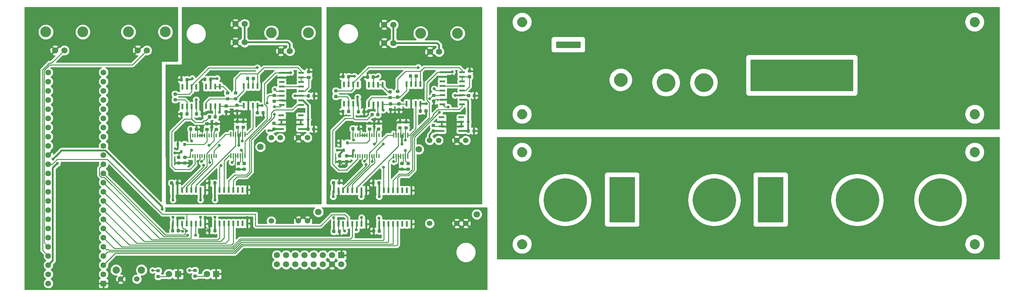
<source format=gtl>
G04 #@! TF.GenerationSoftware,KiCad,Pcbnew,5.0.2-bee76a0~70~ubuntu18.04.1*
G04 #@! TF.CreationDate,2019-02-25T20:46:02+02:00*
G04 #@! TF.ProjectId,stimjim,7374696d-6a69-46d2-9e6b-696361645f70,rev?*
G04 #@! TF.SameCoordinates,Original*
G04 #@! TF.FileFunction,Copper,L1,Top*
G04 #@! TF.FilePolarity,Positive*
%FSLAX46Y46*%
G04 Gerber Fmt 4.6, Leading zero omitted, Abs format (unit mm)*
G04 Created by KiCad (PCBNEW 5.0.2-bee76a0~70~ubuntu18.04.1) date Mon Feb 25 20:46:02 2019*
%MOMM*%
%LPD*%
G01*
G04 APERTURE LIST*
G04 #@! TA.AperFunction,ComponentPad*
%ADD10C,1.800000*%
G04 #@! TD*
G04 #@! TA.AperFunction,ComponentPad*
%ADD11R,1.800000X1.800000*%
G04 #@! TD*
G04 #@! TA.AperFunction,ComponentPad*
%ADD12C,2.000000*%
G04 #@! TD*
G04 #@! TA.AperFunction,ComponentPad*
%ADD13C,1.524000*%
G04 #@! TD*
G04 #@! TA.AperFunction,Conductor*
%ADD14C,0.100000*%
G04 #@! TD*
G04 #@! TA.AperFunction,SMDPad,CuDef*
%ADD15C,0.875000*%
G04 #@! TD*
G04 #@! TA.AperFunction,SMDPad,CuDef*
%ADD16R,1.550000X0.600000*%
G04 #@! TD*
G04 #@! TA.AperFunction,ComponentPad*
%ADD17C,1.700000*%
G04 #@! TD*
G04 #@! TA.AperFunction,SMDPad,CuDef*
%ADD18R,0.600000X1.500000*%
G04 #@! TD*
G04 #@! TA.AperFunction,SMDPad,CuDef*
%ADD19R,0.450000X1.450000*%
G04 #@! TD*
G04 #@! TA.AperFunction,SMDPad,CuDef*
%ADD20R,0.400000X1.100000*%
G04 #@! TD*
G04 #@! TA.AperFunction,SMDPad,CuDef*
%ADD21R,0.800000X0.900000*%
G04 #@! TD*
G04 #@! TA.AperFunction,SMDPad,CuDef*
%ADD22R,0.600000X1.550000*%
G04 #@! TD*
G04 #@! TA.AperFunction,ComponentPad*
%ADD23R,1.700000X1.700000*%
G04 #@! TD*
G04 #@! TA.AperFunction,ComponentPad*
%ADD24C,1.600000*%
G04 #@! TD*
G04 #@! TA.AperFunction,ComponentPad*
%ADD25R,1.600000X1.600000*%
G04 #@! TD*
G04 #@! TA.AperFunction,ComponentPad*
%ADD26C,3.000000*%
G04 #@! TD*
G04 #@! TA.AperFunction,SMDPad,CuDef*
%ADD27R,1.500000X0.600000*%
G04 #@! TD*
G04 #@! TA.AperFunction,ViaPad*
%ADD28C,0.800000*%
G04 #@! TD*
G04 #@! TA.AperFunction,Conductor*
%ADD29C,0.500000*%
G04 #@! TD*
G04 #@! TA.AperFunction,Conductor*
%ADD30C,0.250000*%
G04 #@! TD*
G04 #@! TA.AperFunction,Conductor*
%ADD31C,0.254000*%
G04 #@! TD*
G04 #@! TA.AperFunction,NonConductor*
%ADD32C,0.254000*%
G04 #@! TD*
G04 APERTURE END LIST*
D10*
G04 #@! TO.P,D1,2*
G04 #@! TO.N,Net-(D1-Pad2)*
X54500000Y-132500000D03*
D11*
G04 #@! TO.P,D1,1*
G04 #@! TO.N,GND*
X57000000Y-132500000D03*
G04 #@! TD*
D10*
G04 #@! TO.P,D2,2*
G04 #@! TO.N,Net-(D2-Pad2)*
X65000000Y-132500000D03*
D11*
G04 #@! TO.P,D2,1*
G04 #@! TO.N,GND*
X67500000Y-132500000D03*
G04 #@! TD*
D12*
G04 #@! TO.P,SW1,~*
G04 #@! TO.N,N/C*
X39900000Y-131400000D03*
X46900000Y-131400000D03*
D13*
G04 #@! TO.P,SW1,1*
G04 #@! TO.N,GND*
X41150000Y-133900000D03*
G04 #@! TO.P,SW1,2*
G04 #@! TO.N,Net-(SW1-Pad2)*
X45650000Y-133900000D03*
G04 #@! TD*
D14*
G04 #@! TO.N,Net-(R16-Pad2)*
G04 #@! TO.C,R16*
G36*
X61977691Y-131076053D02*
X61998926Y-131079203D01*
X62019750Y-131084419D01*
X62039962Y-131091651D01*
X62059368Y-131100830D01*
X62077781Y-131111866D01*
X62095024Y-131124654D01*
X62110930Y-131139070D01*
X62125346Y-131154976D01*
X62138134Y-131172219D01*
X62149170Y-131190632D01*
X62158349Y-131210038D01*
X62165581Y-131230250D01*
X62170797Y-131251074D01*
X62173947Y-131272309D01*
X62175000Y-131293750D01*
X62175000Y-131731250D01*
X62173947Y-131752691D01*
X62170797Y-131773926D01*
X62165581Y-131794750D01*
X62158349Y-131814962D01*
X62149170Y-131834368D01*
X62138134Y-131852781D01*
X62125346Y-131870024D01*
X62110930Y-131885930D01*
X62095024Y-131900346D01*
X62077781Y-131913134D01*
X62059368Y-131924170D01*
X62039962Y-131933349D01*
X62019750Y-131940581D01*
X61998926Y-131945797D01*
X61977691Y-131948947D01*
X61956250Y-131950000D01*
X61443750Y-131950000D01*
X61422309Y-131948947D01*
X61401074Y-131945797D01*
X61380250Y-131940581D01*
X61360038Y-131933349D01*
X61340632Y-131924170D01*
X61322219Y-131913134D01*
X61304976Y-131900346D01*
X61289070Y-131885930D01*
X61274654Y-131870024D01*
X61261866Y-131852781D01*
X61250830Y-131834368D01*
X61241651Y-131814962D01*
X61234419Y-131794750D01*
X61229203Y-131773926D01*
X61226053Y-131752691D01*
X61225000Y-131731250D01*
X61225000Y-131293750D01*
X61226053Y-131272309D01*
X61229203Y-131251074D01*
X61234419Y-131230250D01*
X61241651Y-131210038D01*
X61250830Y-131190632D01*
X61261866Y-131172219D01*
X61274654Y-131154976D01*
X61289070Y-131139070D01*
X61304976Y-131124654D01*
X61322219Y-131111866D01*
X61340632Y-131100830D01*
X61360038Y-131091651D01*
X61380250Y-131084419D01*
X61401074Y-131079203D01*
X61422309Y-131076053D01*
X61443750Y-131075000D01*
X61956250Y-131075000D01*
X61977691Y-131076053D01*
X61977691Y-131076053D01*
G37*
D15*
G04 #@! TD*
G04 #@! TO.P,R16,2*
G04 #@! TO.N,Net-(R16-Pad2)*
X61700000Y-131512500D03*
D14*
G04 #@! TO.N,Net-(D2-Pad2)*
G04 #@! TO.C,R16*
G36*
X61977691Y-132651053D02*
X61998926Y-132654203D01*
X62019750Y-132659419D01*
X62039962Y-132666651D01*
X62059368Y-132675830D01*
X62077781Y-132686866D01*
X62095024Y-132699654D01*
X62110930Y-132714070D01*
X62125346Y-132729976D01*
X62138134Y-132747219D01*
X62149170Y-132765632D01*
X62158349Y-132785038D01*
X62165581Y-132805250D01*
X62170797Y-132826074D01*
X62173947Y-132847309D01*
X62175000Y-132868750D01*
X62175000Y-133306250D01*
X62173947Y-133327691D01*
X62170797Y-133348926D01*
X62165581Y-133369750D01*
X62158349Y-133389962D01*
X62149170Y-133409368D01*
X62138134Y-133427781D01*
X62125346Y-133445024D01*
X62110930Y-133460930D01*
X62095024Y-133475346D01*
X62077781Y-133488134D01*
X62059368Y-133499170D01*
X62039962Y-133508349D01*
X62019750Y-133515581D01*
X61998926Y-133520797D01*
X61977691Y-133523947D01*
X61956250Y-133525000D01*
X61443750Y-133525000D01*
X61422309Y-133523947D01*
X61401074Y-133520797D01*
X61380250Y-133515581D01*
X61360038Y-133508349D01*
X61340632Y-133499170D01*
X61322219Y-133488134D01*
X61304976Y-133475346D01*
X61289070Y-133460930D01*
X61274654Y-133445024D01*
X61261866Y-133427781D01*
X61250830Y-133409368D01*
X61241651Y-133389962D01*
X61234419Y-133369750D01*
X61229203Y-133348926D01*
X61226053Y-133327691D01*
X61225000Y-133306250D01*
X61225000Y-132868750D01*
X61226053Y-132847309D01*
X61229203Y-132826074D01*
X61234419Y-132805250D01*
X61241651Y-132785038D01*
X61250830Y-132765632D01*
X61261866Y-132747219D01*
X61274654Y-132729976D01*
X61289070Y-132714070D01*
X61304976Y-132699654D01*
X61322219Y-132686866D01*
X61340632Y-132675830D01*
X61360038Y-132666651D01*
X61380250Y-132659419D01*
X61401074Y-132654203D01*
X61422309Y-132651053D01*
X61443750Y-132650000D01*
X61956250Y-132650000D01*
X61977691Y-132651053D01*
X61977691Y-132651053D01*
G37*
D15*
G04 #@! TD*
G04 #@! TO.P,R16,1*
G04 #@! TO.N,Net-(D2-Pad2)*
X61700000Y-133087500D03*
D14*
G04 #@! TO.N,Net-(D1-Pad2)*
G04 #@! TO.C,R15*
G36*
X51777691Y-132751053D02*
X51798926Y-132754203D01*
X51819750Y-132759419D01*
X51839962Y-132766651D01*
X51859368Y-132775830D01*
X51877781Y-132786866D01*
X51895024Y-132799654D01*
X51910930Y-132814070D01*
X51925346Y-132829976D01*
X51938134Y-132847219D01*
X51949170Y-132865632D01*
X51958349Y-132885038D01*
X51965581Y-132905250D01*
X51970797Y-132926074D01*
X51973947Y-132947309D01*
X51975000Y-132968750D01*
X51975000Y-133406250D01*
X51973947Y-133427691D01*
X51970797Y-133448926D01*
X51965581Y-133469750D01*
X51958349Y-133489962D01*
X51949170Y-133509368D01*
X51938134Y-133527781D01*
X51925346Y-133545024D01*
X51910930Y-133560930D01*
X51895024Y-133575346D01*
X51877781Y-133588134D01*
X51859368Y-133599170D01*
X51839962Y-133608349D01*
X51819750Y-133615581D01*
X51798926Y-133620797D01*
X51777691Y-133623947D01*
X51756250Y-133625000D01*
X51243750Y-133625000D01*
X51222309Y-133623947D01*
X51201074Y-133620797D01*
X51180250Y-133615581D01*
X51160038Y-133608349D01*
X51140632Y-133599170D01*
X51122219Y-133588134D01*
X51104976Y-133575346D01*
X51089070Y-133560930D01*
X51074654Y-133545024D01*
X51061866Y-133527781D01*
X51050830Y-133509368D01*
X51041651Y-133489962D01*
X51034419Y-133469750D01*
X51029203Y-133448926D01*
X51026053Y-133427691D01*
X51025000Y-133406250D01*
X51025000Y-132968750D01*
X51026053Y-132947309D01*
X51029203Y-132926074D01*
X51034419Y-132905250D01*
X51041651Y-132885038D01*
X51050830Y-132865632D01*
X51061866Y-132847219D01*
X51074654Y-132829976D01*
X51089070Y-132814070D01*
X51104976Y-132799654D01*
X51122219Y-132786866D01*
X51140632Y-132775830D01*
X51160038Y-132766651D01*
X51180250Y-132759419D01*
X51201074Y-132754203D01*
X51222309Y-132751053D01*
X51243750Y-132750000D01*
X51756250Y-132750000D01*
X51777691Y-132751053D01*
X51777691Y-132751053D01*
G37*
D15*
G04 #@! TD*
G04 #@! TO.P,R15,1*
G04 #@! TO.N,Net-(D1-Pad2)*
X51500000Y-133187500D03*
D14*
G04 #@! TO.N,Net-(R15-Pad2)*
G04 #@! TO.C,R15*
G36*
X51777691Y-131176053D02*
X51798926Y-131179203D01*
X51819750Y-131184419D01*
X51839962Y-131191651D01*
X51859368Y-131200830D01*
X51877781Y-131211866D01*
X51895024Y-131224654D01*
X51910930Y-131239070D01*
X51925346Y-131254976D01*
X51938134Y-131272219D01*
X51949170Y-131290632D01*
X51958349Y-131310038D01*
X51965581Y-131330250D01*
X51970797Y-131351074D01*
X51973947Y-131372309D01*
X51975000Y-131393750D01*
X51975000Y-131831250D01*
X51973947Y-131852691D01*
X51970797Y-131873926D01*
X51965581Y-131894750D01*
X51958349Y-131914962D01*
X51949170Y-131934368D01*
X51938134Y-131952781D01*
X51925346Y-131970024D01*
X51910930Y-131985930D01*
X51895024Y-132000346D01*
X51877781Y-132013134D01*
X51859368Y-132024170D01*
X51839962Y-132033349D01*
X51819750Y-132040581D01*
X51798926Y-132045797D01*
X51777691Y-132048947D01*
X51756250Y-132050000D01*
X51243750Y-132050000D01*
X51222309Y-132048947D01*
X51201074Y-132045797D01*
X51180250Y-132040581D01*
X51160038Y-132033349D01*
X51140632Y-132024170D01*
X51122219Y-132013134D01*
X51104976Y-132000346D01*
X51089070Y-131985930D01*
X51074654Y-131970024D01*
X51061866Y-131952781D01*
X51050830Y-131934368D01*
X51041651Y-131914962D01*
X51034419Y-131894750D01*
X51029203Y-131873926D01*
X51026053Y-131852691D01*
X51025000Y-131831250D01*
X51025000Y-131393750D01*
X51026053Y-131372309D01*
X51029203Y-131351074D01*
X51034419Y-131330250D01*
X51041651Y-131310038D01*
X51050830Y-131290632D01*
X51061866Y-131272219D01*
X51074654Y-131254976D01*
X51089070Y-131239070D01*
X51104976Y-131224654D01*
X51122219Y-131211866D01*
X51140632Y-131200830D01*
X51160038Y-131191651D01*
X51180250Y-131184419D01*
X51201074Y-131179203D01*
X51222309Y-131176053D01*
X51243750Y-131175000D01*
X51756250Y-131175000D01*
X51777691Y-131176053D01*
X51777691Y-131176053D01*
G37*
D15*
G04 #@! TD*
G04 #@! TO.P,R15,2*
G04 #@! TO.N,Net-(R15-Pad2)*
X51500000Y-131612500D03*
D13*
G04 #@! TO.P,U2,4*
G04 #@! TO.N,-15V_0*
X92750000Y-94800000D03*
G04 #@! TO.P,U2,5*
G04 #@! TO.N,GND_0*
X90250000Y-94800000D03*
G04 #@! TO.P,U2,6*
G04 #@! TO.N,-15V_0*
X85250000Y-94800000D03*
G04 #@! TO.P,U2,7*
G04 #@! TO.N,+15V_0*
X82750000Y-94800000D03*
D10*
G04 #@! TO.P,U2,a*
G04 #@! TO.N,N/C*
X79750000Y-97300000D03*
X95750000Y-115300000D03*
D13*
G04 #@! TO.P,U2,1*
G04 #@! TO.N,VUSB*
X82750000Y-117800000D03*
G04 #@! TO.P,U2,2*
G04 #@! TO.N,GND*
X90250000Y-117800000D03*
G04 #@! TO.P,U2,3*
X92750000Y-117800000D03*
G04 #@! TD*
D14*
G04 #@! TO.N,GND_1*
G04 #@! TO.C,C52*
G36*
X101877691Y-100951053D02*
X101898926Y-100954203D01*
X101919750Y-100959419D01*
X101939962Y-100966651D01*
X101959368Y-100975830D01*
X101977781Y-100986866D01*
X101995024Y-100999654D01*
X102010930Y-101014070D01*
X102025346Y-101029976D01*
X102038134Y-101047219D01*
X102049170Y-101065632D01*
X102058349Y-101085038D01*
X102065581Y-101105250D01*
X102070797Y-101126074D01*
X102073947Y-101147309D01*
X102075000Y-101168750D01*
X102075000Y-101606250D01*
X102073947Y-101627691D01*
X102070797Y-101648926D01*
X102065581Y-101669750D01*
X102058349Y-101689962D01*
X102049170Y-101709368D01*
X102038134Y-101727781D01*
X102025346Y-101745024D01*
X102010930Y-101760930D01*
X101995024Y-101775346D01*
X101977781Y-101788134D01*
X101959368Y-101799170D01*
X101939962Y-101808349D01*
X101919750Y-101815581D01*
X101898926Y-101820797D01*
X101877691Y-101823947D01*
X101856250Y-101825000D01*
X101343750Y-101825000D01*
X101322309Y-101823947D01*
X101301074Y-101820797D01*
X101280250Y-101815581D01*
X101260038Y-101808349D01*
X101240632Y-101799170D01*
X101222219Y-101788134D01*
X101204976Y-101775346D01*
X101189070Y-101760930D01*
X101174654Y-101745024D01*
X101161866Y-101727781D01*
X101150830Y-101709368D01*
X101141651Y-101689962D01*
X101134419Y-101669750D01*
X101129203Y-101648926D01*
X101126053Y-101627691D01*
X101125000Y-101606250D01*
X101125000Y-101168750D01*
X101126053Y-101147309D01*
X101129203Y-101126074D01*
X101134419Y-101105250D01*
X101141651Y-101085038D01*
X101150830Y-101065632D01*
X101161866Y-101047219D01*
X101174654Y-101029976D01*
X101189070Y-101014070D01*
X101204976Y-100999654D01*
X101222219Y-100986866D01*
X101240632Y-100975830D01*
X101260038Y-100966651D01*
X101280250Y-100959419D01*
X101301074Y-100954203D01*
X101322309Y-100951053D01*
X101343750Y-100950000D01*
X101856250Y-100950000D01*
X101877691Y-100951053D01*
X101877691Y-100951053D01*
G37*
D15*
G04 #@! TD*
G04 #@! TO.P,C52,1*
G04 #@! TO.N,GND_1*
X101600000Y-101387500D03*
D14*
G04 #@! TO.N,+5V_1*
G04 #@! TO.C,C52*
G36*
X101877691Y-99376053D02*
X101898926Y-99379203D01*
X101919750Y-99384419D01*
X101939962Y-99391651D01*
X101959368Y-99400830D01*
X101977781Y-99411866D01*
X101995024Y-99424654D01*
X102010930Y-99439070D01*
X102025346Y-99454976D01*
X102038134Y-99472219D01*
X102049170Y-99490632D01*
X102058349Y-99510038D01*
X102065581Y-99530250D01*
X102070797Y-99551074D01*
X102073947Y-99572309D01*
X102075000Y-99593750D01*
X102075000Y-100031250D01*
X102073947Y-100052691D01*
X102070797Y-100073926D01*
X102065581Y-100094750D01*
X102058349Y-100114962D01*
X102049170Y-100134368D01*
X102038134Y-100152781D01*
X102025346Y-100170024D01*
X102010930Y-100185930D01*
X101995024Y-100200346D01*
X101977781Y-100213134D01*
X101959368Y-100224170D01*
X101939962Y-100233349D01*
X101919750Y-100240581D01*
X101898926Y-100245797D01*
X101877691Y-100248947D01*
X101856250Y-100250000D01*
X101343750Y-100250000D01*
X101322309Y-100248947D01*
X101301074Y-100245797D01*
X101280250Y-100240581D01*
X101260038Y-100233349D01*
X101240632Y-100224170D01*
X101222219Y-100213134D01*
X101204976Y-100200346D01*
X101189070Y-100185930D01*
X101174654Y-100170024D01*
X101161866Y-100152781D01*
X101150830Y-100134368D01*
X101141651Y-100114962D01*
X101134419Y-100094750D01*
X101129203Y-100073926D01*
X101126053Y-100052691D01*
X101125000Y-100031250D01*
X101125000Y-99593750D01*
X101126053Y-99572309D01*
X101129203Y-99551074D01*
X101134419Y-99530250D01*
X101141651Y-99510038D01*
X101150830Y-99490632D01*
X101161866Y-99472219D01*
X101174654Y-99454976D01*
X101189070Y-99439070D01*
X101204976Y-99424654D01*
X101222219Y-99411866D01*
X101240632Y-99400830D01*
X101260038Y-99391651D01*
X101280250Y-99384419D01*
X101301074Y-99379203D01*
X101322309Y-99376053D01*
X101343750Y-99375000D01*
X101856250Y-99375000D01*
X101877691Y-99376053D01*
X101877691Y-99376053D01*
G37*
D15*
G04 #@! TD*
G04 #@! TO.P,C52,2*
G04 #@! TO.N,+5V_1*
X101600000Y-99812500D03*
D16*
G04 #@! TO.P,U5,8*
G04 #@! TO.N,+15V_0*
X85500000Y-92370000D03*
G04 #@! TO.P,U5,7*
G04 #@! TO.N,GND_0*
X85500000Y-91100000D03*
G04 #@! TO.P,U5,6*
X85500000Y-89830000D03*
G04 #@! TO.P,U5,5*
G04 #@! TO.N,Net-(U5-Pad5)*
X85500000Y-88560000D03*
G04 #@! TO.P,U5,4*
G04 #@! TO.N,Net-(U5-Pad4)*
X90900000Y-88560000D03*
G04 #@! TO.P,U5,3*
G04 #@! TO.N,GND_0*
X90900000Y-89830000D03*
G04 #@! TO.P,U5,2*
X90900000Y-91100000D03*
G04 #@! TO.P,U5,1*
G04 #@! TO.N,+5V_0*
X90900000Y-92370000D03*
G04 #@! TD*
D14*
G04 #@! TO.N,GND_0*
G04 #@! TO.C,C51*
G36*
X57477691Y-101351053D02*
X57498926Y-101354203D01*
X57519750Y-101359419D01*
X57539962Y-101366651D01*
X57559368Y-101375830D01*
X57577781Y-101386866D01*
X57595024Y-101399654D01*
X57610930Y-101414070D01*
X57625346Y-101429976D01*
X57638134Y-101447219D01*
X57649170Y-101465632D01*
X57658349Y-101485038D01*
X57665581Y-101505250D01*
X57670797Y-101526074D01*
X57673947Y-101547309D01*
X57675000Y-101568750D01*
X57675000Y-102006250D01*
X57673947Y-102027691D01*
X57670797Y-102048926D01*
X57665581Y-102069750D01*
X57658349Y-102089962D01*
X57649170Y-102109368D01*
X57638134Y-102127781D01*
X57625346Y-102145024D01*
X57610930Y-102160930D01*
X57595024Y-102175346D01*
X57577781Y-102188134D01*
X57559368Y-102199170D01*
X57539962Y-102208349D01*
X57519750Y-102215581D01*
X57498926Y-102220797D01*
X57477691Y-102223947D01*
X57456250Y-102225000D01*
X56943750Y-102225000D01*
X56922309Y-102223947D01*
X56901074Y-102220797D01*
X56880250Y-102215581D01*
X56860038Y-102208349D01*
X56840632Y-102199170D01*
X56822219Y-102188134D01*
X56804976Y-102175346D01*
X56789070Y-102160930D01*
X56774654Y-102145024D01*
X56761866Y-102127781D01*
X56750830Y-102109368D01*
X56741651Y-102089962D01*
X56734419Y-102069750D01*
X56729203Y-102048926D01*
X56726053Y-102027691D01*
X56725000Y-102006250D01*
X56725000Y-101568750D01*
X56726053Y-101547309D01*
X56729203Y-101526074D01*
X56734419Y-101505250D01*
X56741651Y-101485038D01*
X56750830Y-101465632D01*
X56761866Y-101447219D01*
X56774654Y-101429976D01*
X56789070Y-101414070D01*
X56804976Y-101399654D01*
X56822219Y-101386866D01*
X56840632Y-101375830D01*
X56860038Y-101366651D01*
X56880250Y-101359419D01*
X56901074Y-101354203D01*
X56922309Y-101351053D01*
X56943750Y-101350000D01*
X57456250Y-101350000D01*
X57477691Y-101351053D01*
X57477691Y-101351053D01*
G37*
D15*
G04 #@! TD*
G04 #@! TO.P,C51,1*
G04 #@! TO.N,GND_0*
X57200000Y-101787500D03*
D14*
G04 #@! TO.N,+5V_0*
G04 #@! TO.C,C51*
G36*
X57477691Y-99776053D02*
X57498926Y-99779203D01*
X57519750Y-99784419D01*
X57539962Y-99791651D01*
X57559368Y-99800830D01*
X57577781Y-99811866D01*
X57595024Y-99824654D01*
X57610930Y-99839070D01*
X57625346Y-99854976D01*
X57638134Y-99872219D01*
X57649170Y-99890632D01*
X57658349Y-99910038D01*
X57665581Y-99930250D01*
X57670797Y-99951074D01*
X57673947Y-99972309D01*
X57675000Y-99993750D01*
X57675000Y-100431250D01*
X57673947Y-100452691D01*
X57670797Y-100473926D01*
X57665581Y-100494750D01*
X57658349Y-100514962D01*
X57649170Y-100534368D01*
X57638134Y-100552781D01*
X57625346Y-100570024D01*
X57610930Y-100585930D01*
X57595024Y-100600346D01*
X57577781Y-100613134D01*
X57559368Y-100624170D01*
X57539962Y-100633349D01*
X57519750Y-100640581D01*
X57498926Y-100645797D01*
X57477691Y-100648947D01*
X57456250Y-100650000D01*
X56943750Y-100650000D01*
X56922309Y-100648947D01*
X56901074Y-100645797D01*
X56880250Y-100640581D01*
X56860038Y-100633349D01*
X56840632Y-100624170D01*
X56822219Y-100613134D01*
X56804976Y-100600346D01*
X56789070Y-100585930D01*
X56774654Y-100570024D01*
X56761866Y-100552781D01*
X56750830Y-100534368D01*
X56741651Y-100514962D01*
X56734419Y-100494750D01*
X56729203Y-100473926D01*
X56726053Y-100452691D01*
X56725000Y-100431250D01*
X56725000Y-99993750D01*
X56726053Y-99972309D01*
X56729203Y-99951074D01*
X56734419Y-99930250D01*
X56741651Y-99910038D01*
X56750830Y-99890632D01*
X56761866Y-99872219D01*
X56774654Y-99854976D01*
X56789070Y-99839070D01*
X56804976Y-99824654D01*
X56822219Y-99811866D01*
X56840632Y-99800830D01*
X56860038Y-99791651D01*
X56880250Y-99784419D01*
X56901074Y-99779203D01*
X56922309Y-99776053D01*
X56943750Y-99775000D01*
X57456250Y-99775000D01*
X57477691Y-99776053D01*
X57477691Y-99776053D01*
G37*
D15*
G04 #@! TD*
G04 #@! TO.P,C51,2*
G04 #@! TO.N,+5V_0*
X57200000Y-100212500D03*
D17*
G04 #@! TO.P,J6,1*
G04 #@! TO.N,OUT_0*
X75400000Y-63300000D03*
G04 #@! TO.P,J6,2*
G04 #@! TO.N,GND_0*
X72860000Y-63300000D03*
X72860000Y-68380000D03*
G04 #@! TO.P,J6,1*
G04 #@! TO.N,OUT_0*
X75400000Y-68380000D03*
G04 #@! TD*
D13*
G04 #@! TO.P,U13,3*
G04 #@! TO.N,GND*
X136500000Y-118500000D03*
G04 #@! TO.P,U13,2*
X134000000Y-118500000D03*
G04 #@! TO.P,U13,1*
G04 #@! TO.N,VUSB*
X126500000Y-118500000D03*
D10*
G04 #@! TO.P,U13,a*
G04 #@! TO.N,N/C*
X139500000Y-116000000D03*
X123500000Y-98000000D03*
D13*
G04 #@! TO.P,U13,7*
G04 #@! TO.N,+15V_1*
X126500000Y-95500000D03*
G04 #@! TO.P,U13,6*
G04 #@! TO.N,-15V_1*
X129000000Y-95500000D03*
G04 #@! TO.P,U13,5*
G04 #@! TO.N,GND_1*
X134000000Y-95500000D03*
G04 #@! TO.P,U13,4*
G04 #@! TO.N,-15V_1*
X136500000Y-95500000D03*
G04 #@! TD*
D14*
G04 #@! TO.N,+15V_1*
G04 #@! TO.C,C33*
G36*
X127802691Y-92501053D02*
X127823926Y-92504203D01*
X127844750Y-92509419D01*
X127864962Y-92516651D01*
X127884368Y-92525830D01*
X127902781Y-92536866D01*
X127920024Y-92549654D01*
X127935930Y-92564070D01*
X127950346Y-92579976D01*
X127963134Y-92597219D01*
X127974170Y-92615632D01*
X127983349Y-92635038D01*
X127990581Y-92655250D01*
X127995797Y-92676074D01*
X127998947Y-92697309D01*
X128000000Y-92718750D01*
X128000000Y-93156250D01*
X127998947Y-93177691D01*
X127995797Y-93198926D01*
X127990581Y-93219750D01*
X127983349Y-93239962D01*
X127974170Y-93259368D01*
X127963134Y-93277781D01*
X127950346Y-93295024D01*
X127935930Y-93310930D01*
X127920024Y-93325346D01*
X127902781Y-93338134D01*
X127884368Y-93349170D01*
X127864962Y-93358349D01*
X127844750Y-93365581D01*
X127823926Y-93370797D01*
X127802691Y-93373947D01*
X127781250Y-93375000D01*
X127268750Y-93375000D01*
X127247309Y-93373947D01*
X127226074Y-93370797D01*
X127205250Y-93365581D01*
X127185038Y-93358349D01*
X127165632Y-93349170D01*
X127147219Y-93338134D01*
X127129976Y-93325346D01*
X127114070Y-93310930D01*
X127099654Y-93295024D01*
X127086866Y-93277781D01*
X127075830Y-93259368D01*
X127066651Y-93239962D01*
X127059419Y-93219750D01*
X127054203Y-93198926D01*
X127051053Y-93177691D01*
X127050000Y-93156250D01*
X127050000Y-92718750D01*
X127051053Y-92697309D01*
X127054203Y-92676074D01*
X127059419Y-92655250D01*
X127066651Y-92635038D01*
X127075830Y-92615632D01*
X127086866Y-92597219D01*
X127099654Y-92579976D01*
X127114070Y-92564070D01*
X127129976Y-92549654D01*
X127147219Y-92536866D01*
X127165632Y-92525830D01*
X127185038Y-92516651D01*
X127205250Y-92509419D01*
X127226074Y-92504203D01*
X127247309Y-92501053D01*
X127268750Y-92500000D01*
X127781250Y-92500000D01*
X127802691Y-92501053D01*
X127802691Y-92501053D01*
G37*
D15*
G04 #@! TD*
G04 #@! TO.P,C33,2*
G04 #@! TO.N,+15V_1*
X127525000Y-92937500D03*
D14*
G04 #@! TO.N,GND_1*
G04 #@! TO.C,C33*
G36*
X127802691Y-90926053D02*
X127823926Y-90929203D01*
X127844750Y-90934419D01*
X127864962Y-90941651D01*
X127884368Y-90950830D01*
X127902781Y-90961866D01*
X127920024Y-90974654D01*
X127935930Y-90989070D01*
X127950346Y-91004976D01*
X127963134Y-91022219D01*
X127974170Y-91040632D01*
X127983349Y-91060038D01*
X127990581Y-91080250D01*
X127995797Y-91101074D01*
X127998947Y-91122309D01*
X128000000Y-91143750D01*
X128000000Y-91581250D01*
X127998947Y-91602691D01*
X127995797Y-91623926D01*
X127990581Y-91644750D01*
X127983349Y-91664962D01*
X127974170Y-91684368D01*
X127963134Y-91702781D01*
X127950346Y-91720024D01*
X127935930Y-91735930D01*
X127920024Y-91750346D01*
X127902781Y-91763134D01*
X127884368Y-91774170D01*
X127864962Y-91783349D01*
X127844750Y-91790581D01*
X127823926Y-91795797D01*
X127802691Y-91798947D01*
X127781250Y-91800000D01*
X127268750Y-91800000D01*
X127247309Y-91798947D01*
X127226074Y-91795797D01*
X127205250Y-91790581D01*
X127185038Y-91783349D01*
X127165632Y-91774170D01*
X127147219Y-91763134D01*
X127129976Y-91750346D01*
X127114070Y-91735930D01*
X127099654Y-91720024D01*
X127086866Y-91702781D01*
X127075830Y-91684368D01*
X127066651Y-91664962D01*
X127059419Y-91644750D01*
X127054203Y-91623926D01*
X127051053Y-91602691D01*
X127050000Y-91581250D01*
X127050000Y-91143750D01*
X127051053Y-91122309D01*
X127054203Y-91101074D01*
X127059419Y-91080250D01*
X127066651Y-91060038D01*
X127075830Y-91040632D01*
X127086866Y-91022219D01*
X127099654Y-91004976D01*
X127114070Y-90989070D01*
X127129976Y-90974654D01*
X127147219Y-90961866D01*
X127165632Y-90950830D01*
X127185038Y-90941651D01*
X127205250Y-90934419D01*
X127226074Y-90929203D01*
X127247309Y-90926053D01*
X127268750Y-90925000D01*
X127781250Y-90925000D01*
X127802691Y-90926053D01*
X127802691Y-90926053D01*
G37*
D15*
G04 #@! TD*
G04 #@! TO.P,C33,1*
G04 #@! TO.N,GND_1*
X127525000Y-91362500D03*
D14*
G04 #@! TO.N,+3V3*
G04 #@! TO.C,C26*
G36*
X112827691Y-120126053D02*
X112848926Y-120129203D01*
X112869750Y-120134419D01*
X112889962Y-120141651D01*
X112909368Y-120150830D01*
X112927781Y-120161866D01*
X112945024Y-120174654D01*
X112960930Y-120189070D01*
X112975346Y-120204976D01*
X112988134Y-120222219D01*
X112999170Y-120240632D01*
X113008349Y-120260038D01*
X113015581Y-120280250D01*
X113020797Y-120301074D01*
X113023947Y-120322309D01*
X113025000Y-120343750D01*
X113025000Y-120856250D01*
X113023947Y-120877691D01*
X113020797Y-120898926D01*
X113015581Y-120919750D01*
X113008349Y-120939962D01*
X112999170Y-120959368D01*
X112988134Y-120977781D01*
X112975346Y-120995024D01*
X112960930Y-121010930D01*
X112945024Y-121025346D01*
X112927781Y-121038134D01*
X112909368Y-121049170D01*
X112889962Y-121058349D01*
X112869750Y-121065581D01*
X112848926Y-121070797D01*
X112827691Y-121073947D01*
X112806250Y-121075000D01*
X112368750Y-121075000D01*
X112347309Y-121073947D01*
X112326074Y-121070797D01*
X112305250Y-121065581D01*
X112285038Y-121058349D01*
X112265632Y-121049170D01*
X112247219Y-121038134D01*
X112229976Y-121025346D01*
X112214070Y-121010930D01*
X112199654Y-120995024D01*
X112186866Y-120977781D01*
X112175830Y-120959368D01*
X112166651Y-120939962D01*
X112159419Y-120919750D01*
X112154203Y-120898926D01*
X112151053Y-120877691D01*
X112150000Y-120856250D01*
X112150000Y-120343750D01*
X112151053Y-120322309D01*
X112154203Y-120301074D01*
X112159419Y-120280250D01*
X112166651Y-120260038D01*
X112175830Y-120240632D01*
X112186866Y-120222219D01*
X112199654Y-120204976D01*
X112214070Y-120189070D01*
X112229976Y-120174654D01*
X112247219Y-120161866D01*
X112265632Y-120150830D01*
X112285038Y-120141651D01*
X112305250Y-120134419D01*
X112326074Y-120129203D01*
X112347309Y-120126053D01*
X112368750Y-120125000D01*
X112806250Y-120125000D01*
X112827691Y-120126053D01*
X112827691Y-120126053D01*
G37*
D15*
G04 #@! TD*
G04 #@! TO.P,C26,1*
G04 #@! TO.N,+3V3*
X112587500Y-120600000D03*
D14*
G04 #@! TO.N,GND*
G04 #@! TO.C,C26*
G36*
X111252691Y-120126053D02*
X111273926Y-120129203D01*
X111294750Y-120134419D01*
X111314962Y-120141651D01*
X111334368Y-120150830D01*
X111352781Y-120161866D01*
X111370024Y-120174654D01*
X111385930Y-120189070D01*
X111400346Y-120204976D01*
X111413134Y-120222219D01*
X111424170Y-120240632D01*
X111433349Y-120260038D01*
X111440581Y-120280250D01*
X111445797Y-120301074D01*
X111448947Y-120322309D01*
X111450000Y-120343750D01*
X111450000Y-120856250D01*
X111448947Y-120877691D01*
X111445797Y-120898926D01*
X111440581Y-120919750D01*
X111433349Y-120939962D01*
X111424170Y-120959368D01*
X111413134Y-120977781D01*
X111400346Y-120995024D01*
X111385930Y-121010930D01*
X111370024Y-121025346D01*
X111352781Y-121038134D01*
X111334368Y-121049170D01*
X111314962Y-121058349D01*
X111294750Y-121065581D01*
X111273926Y-121070797D01*
X111252691Y-121073947D01*
X111231250Y-121075000D01*
X110793750Y-121075000D01*
X110772309Y-121073947D01*
X110751074Y-121070797D01*
X110730250Y-121065581D01*
X110710038Y-121058349D01*
X110690632Y-121049170D01*
X110672219Y-121038134D01*
X110654976Y-121025346D01*
X110639070Y-121010930D01*
X110624654Y-120995024D01*
X110611866Y-120977781D01*
X110600830Y-120959368D01*
X110591651Y-120939962D01*
X110584419Y-120919750D01*
X110579203Y-120898926D01*
X110576053Y-120877691D01*
X110575000Y-120856250D01*
X110575000Y-120343750D01*
X110576053Y-120322309D01*
X110579203Y-120301074D01*
X110584419Y-120280250D01*
X110591651Y-120260038D01*
X110600830Y-120240632D01*
X110611866Y-120222219D01*
X110624654Y-120204976D01*
X110639070Y-120189070D01*
X110654976Y-120174654D01*
X110672219Y-120161866D01*
X110690632Y-120150830D01*
X110710038Y-120141651D01*
X110730250Y-120134419D01*
X110751074Y-120129203D01*
X110772309Y-120126053D01*
X110793750Y-120125000D01*
X111231250Y-120125000D01*
X111252691Y-120126053D01*
X111252691Y-120126053D01*
G37*
D15*
G04 #@! TD*
G04 #@! TO.P,C26,2*
G04 #@! TO.N,GND*
X111012500Y-120600000D03*
D14*
G04 #@! TO.N,GND*
G04 #@! TO.C,C27*
G36*
X101827691Y-120226053D02*
X101848926Y-120229203D01*
X101869750Y-120234419D01*
X101889962Y-120241651D01*
X101909368Y-120250830D01*
X101927781Y-120261866D01*
X101945024Y-120274654D01*
X101960930Y-120289070D01*
X101975346Y-120304976D01*
X101988134Y-120322219D01*
X101999170Y-120340632D01*
X102008349Y-120360038D01*
X102015581Y-120380250D01*
X102020797Y-120401074D01*
X102023947Y-120422309D01*
X102025000Y-120443750D01*
X102025000Y-120956250D01*
X102023947Y-120977691D01*
X102020797Y-120998926D01*
X102015581Y-121019750D01*
X102008349Y-121039962D01*
X101999170Y-121059368D01*
X101988134Y-121077781D01*
X101975346Y-121095024D01*
X101960930Y-121110930D01*
X101945024Y-121125346D01*
X101927781Y-121138134D01*
X101909368Y-121149170D01*
X101889962Y-121158349D01*
X101869750Y-121165581D01*
X101848926Y-121170797D01*
X101827691Y-121173947D01*
X101806250Y-121175000D01*
X101368750Y-121175000D01*
X101347309Y-121173947D01*
X101326074Y-121170797D01*
X101305250Y-121165581D01*
X101285038Y-121158349D01*
X101265632Y-121149170D01*
X101247219Y-121138134D01*
X101229976Y-121125346D01*
X101214070Y-121110930D01*
X101199654Y-121095024D01*
X101186866Y-121077781D01*
X101175830Y-121059368D01*
X101166651Y-121039962D01*
X101159419Y-121019750D01*
X101154203Y-120998926D01*
X101151053Y-120977691D01*
X101150000Y-120956250D01*
X101150000Y-120443750D01*
X101151053Y-120422309D01*
X101154203Y-120401074D01*
X101159419Y-120380250D01*
X101166651Y-120360038D01*
X101175830Y-120340632D01*
X101186866Y-120322219D01*
X101199654Y-120304976D01*
X101214070Y-120289070D01*
X101229976Y-120274654D01*
X101247219Y-120261866D01*
X101265632Y-120250830D01*
X101285038Y-120241651D01*
X101305250Y-120234419D01*
X101326074Y-120229203D01*
X101347309Y-120226053D01*
X101368750Y-120225000D01*
X101806250Y-120225000D01*
X101827691Y-120226053D01*
X101827691Y-120226053D01*
G37*
D15*
G04 #@! TD*
G04 #@! TO.P,C27,2*
G04 #@! TO.N,GND*
X101587500Y-120700000D03*
D14*
G04 #@! TO.N,+3V3*
G04 #@! TO.C,C27*
G36*
X100252691Y-120226053D02*
X100273926Y-120229203D01*
X100294750Y-120234419D01*
X100314962Y-120241651D01*
X100334368Y-120250830D01*
X100352781Y-120261866D01*
X100370024Y-120274654D01*
X100385930Y-120289070D01*
X100400346Y-120304976D01*
X100413134Y-120322219D01*
X100424170Y-120340632D01*
X100433349Y-120360038D01*
X100440581Y-120380250D01*
X100445797Y-120401074D01*
X100448947Y-120422309D01*
X100450000Y-120443750D01*
X100450000Y-120956250D01*
X100448947Y-120977691D01*
X100445797Y-120998926D01*
X100440581Y-121019750D01*
X100433349Y-121039962D01*
X100424170Y-121059368D01*
X100413134Y-121077781D01*
X100400346Y-121095024D01*
X100385930Y-121110930D01*
X100370024Y-121125346D01*
X100352781Y-121138134D01*
X100334368Y-121149170D01*
X100314962Y-121158349D01*
X100294750Y-121165581D01*
X100273926Y-121170797D01*
X100252691Y-121173947D01*
X100231250Y-121175000D01*
X99793750Y-121175000D01*
X99772309Y-121173947D01*
X99751074Y-121170797D01*
X99730250Y-121165581D01*
X99710038Y-121158349D01*
X99690632Y-121149170D01*
X99672219Y-121138134D01*
X99654976Y-121125346D01*
X99639070Y-121110930D01*
X99624654Y-121095024D01*
X99611866Y-121077781D01*
X99600830Y-121059368D01*
X99591651Y-121039962D01*
X99584419Y-121019750D01*
X99579203Y-120998926D01*
X99576053Y-120977691D01*
X99575000Y-120956250D01*
X99575000Y-120443750D01*
X99576053Y-120422309D01*
X99579203Y-120401074D01*
X99584419Y-120380250D01*
X99591651Y-120360038D01*
X99600830Y-120340632D01*
X99611866Y-120322219D01*
X99624654Y-120304976D01*
X99639070Y-120289070D01*
X99654976Y-120274654D01*
X99672219Y-120261866D01*
X99690632Y-120250830D01*
X99710038Y-120241651D01*
X99730250Y-120234419D01*
X99751074Y-120229203D01*
X99772309Y-120226053D01*
X99793750Y-120225000D01*
X100231250Y-120225000D01*
X100252691Y-120226053D01*
X100252691Y-120226053D01*
G37*
D15*
G04 #@! TD*
G04 #@! TO.P,C27,1*
G04 #@! TO.N,+3V3*
X100012500Y-120700000D03*
D14*
G04 #@! TO.N,+5V_1*
G04 #@! TO.C,C31*
G36*
X100177691Y-106776053D02*
X100198926Y-106779203D01*
X100219750Y-106784419D01*
X100239962Y-106791651D01*
X100259368Y-106800830D01*
X100277781Y-106811866D01*
X100295024Y-106824654D01*
X100310930Y-106839070D01*
X100325346Y-106854976D01*
X100338134Y-106872219D01*
X100349170Y-106890632D01*
X100358349Y-106910038D01*
X100365581Y-106930250D01*
X100370797Y-106951074D01*
X100373947Y-106972309D01*
X100375000Y-106993750D01*
X100375000Y-107506250D01*
X100373947Y-107527691D01*
X100370797Y-107548926D01*
X100365581Y-107569750D01*
X100358349Y-107589962D01*
X100349170Y-107609368D01*
X100338134Y-107627781D01*
X100325346Y-107645024D01*
X100310930Y-107660930D01*
X100295024Y-107675346D01*
X100277781Y-107688134D01*
X100259368Y-107699170D01*
X100239962Y-107708349D01*
X100219750Y-107715581D01*
X100198926Y-107720797D01*
X100177691Y-107723947D01*
X100156250Y-107725000D01*
X99718750Y-107725000D01*
X99697309Y-107723947D01*
X99676074Y-107720797D01*
X99655250Y-107715581D01*
X99635038Y-107708349D01*
X99615632Y-107699170D01*
X99597219Y-107688134D01*
X99579976Y-107675346D01*
X99564070Y-107660930D01*
X99549654Y-107645024D01*
X99536866Y-107627781D01*
X99525830Y-107609368D01*
X99516651Y-107589962D01*
X99509419Y-107569750D01*
X99504203Y-107548926D01*
X99501053Y-107527691D01*
X99500000Y-107506250D01*
X99500000Y-106993750D01*
X99501053Y-106972309D01*
X99504203Y-106951074D01*
X99509419Y-106930250D01*
X99516651Y-106910038D01*
X99525830Y-106890632D01*
X99536866Y-106872219D01*
X99549654Y-106854976D01*
X99564070Y-106839070D01*
X99579976Y-106824654D01*
X99597219Y-106811866D01*
X99615632Y-106800830D01*
X99635038Y-106791651D01*
X99655250Y-106784419D01*
X99676074Y-106779203D01*
X99697309Y-106776053D01*
X99718750Y-106775000D01*
X100156250Y-106775000D01*
X100177691Y-106776053D01*
X100177691Y-106776053D01*
G37*
D15*
G04 #@! TD*
G04 #@! TO.P,C31,1*
G04 #@! TO.N,+5V_1*
X99937500Y-107250000D03*
D14*
G04 #@! TO.N,GND_1*
G04 #@! TO.C,C31*
G36*
X101752691Y-106776053D02*
X101773926Y-106779203D01*
X101794750Y-106784419D01*
X101814962Y-106791651D01*
X101834368Y-106800830D01*
X101852781Y-106811866D01*
X101870024Y-106824654D01*
X101885930Y-106839070D01*
X101900346Y-106854976D01*
X101913134Y-106872219D01*
X101924170Y-106890632D01*
X101933349Y-106910038D01*
X101940581Y-106930250D01*
X101945797Y-106951074D01*
X101948947Y-106972309D01*
X101950000Y-106993750D01*
X101950000Y-107506250D01*
X101948947Y-107527691D01*
X101945797Y-107548926D01*
X101940581Y-107569750D01*
X101933349Y-107589962D01*
X101924170Y-107609368D01*
X101913134Y-107627781D01*
X101900346Y-107645024D01*
X101885930Y-107660930D01*
X101870024Y-107675346D01*
X101852781Y-107688134D01*
X101834368Y-107699170D01*
X101814962Y-107708349D01*
X101794750Y-107715581D01*
X101773926Y-107720797D01*
X101752691Y-107723947D01*
X101731250Y-107725000D01*
X101293750Y-107725000D01*
X101272309Y-107723947D01*
X101251074Y-107720797D01*
X101230250Y-107715581D01*
X101210038Y-107708349D01*
X101190632Y-107699170D01*
X101172219Y-107688134D01*
X101154976Y-107675346D01*
X101139070Y-107660930D01*
X101124654Y-107645024D01*
X101111866Y-107627781D01*
X101100830Y-107609368D01*
X101091651Y-107589962D01*
X101084419Y-107569750D01*
X101079203Y-107548926D01*
X101076053Y-107527691D01*
X101075000Y-107506250D01*
X101075000Y-106993750D01*
X101076053Y-106972309D01*
X101079203Y-106951074D01*
X101084419Y-106930250D01*
X101091651Y-106910038D01*
X101100830Y-106890632D01*
X101111866Y-106872219D01*
X101124654Y-106854976D01*
X101139070Y-106839070D01*
X101154976Y-106824654D01*
X101172219Y-106811866D01*
X101190632Y-106800830D01*
X101210038Y-106791651D01*
X101230250Y-106784419D01*
X101251074Y-106779203D01*
X101272309Y-106776053D01*
X101293750Y-106775000D01*
X101731250Y-106775000D01*
X101752691Y-106776053D01*
X101752691Y-106776053D01*
G37*
D15*
G04 #@! TD*
G04 #@! TO.P,C31,2*
G04 #@! TO.N,GND_1*
X101512500Y-107250000D03*
D14*
G04 #@! TO.N,+5V_1*
G04 #@! TO.C,C32*
G36*
X112727691Y-106826053D02*
X112748926Y-106829203D01*
X112769750Y-106834419D01*
X112789962Y-106841651D01*
X112809368Y-106850830D01*
X112827781Y-106861866D01*
X112845024Y-106874654D01*
X112860930Y-106889070D01*
X112875346Y-106904976D01*
X112888134Y-106922219D01*
X112899170Y-106940632D01*
X112908349Y-106960038D01*
X112915581Y-106980250D01*
X112920797Y-107001074D01*
X112923947Y-107022309D01*
X112925000Y-107043750D01*
X112925000Y-107556250D01*
X112923947Y-107577691D01*
X112920797Y-107598926D01*
X112915581Y-107619750D01*
X112908349Y-107639962D01*
X112899170Y-107659368D01*
X112888134Y-107677781D01*
X112875346Y-107695024D01*
X112860930Y-107710930D01*
X112845024Y-107725346D01*
X112827781Y-107738134D01*
X112809368Y-107749170D01*
X112789962Y-107758349D01*
X112769750Y-107765581D01*
X112748926Y-107770797D01*
X112727691Y-107773947D01*
X112706250Y-107775000D01*
X112268750Y-107775000D01*
X112247309Y-107773947D01*
X112226074Y-107770797D01*
X112205250Y-107765581D01*
X112185038Y-107758349D01*
X112165632Y-107749170D01*
X112147219Y-107738134D01*
X112129976Y-107725346D01*
X112114070Y-107710930D01*
X112099654Y-107695024D01*
X112086866Y-107677781D01*
X112075830Y-107659368D01*
X112066651Y-107639962D01*
X112059419Y-107619750D01*
X112054203Y-107598926D01*
X112051053Y-107577691D01*
X112050000Y-107556250D01*
X112050000Y-107043750D01*
X112051053Y-107022309D01*
X112054203Y-107001074D01*
X112059419Y-106980250D01*
X112066651Y-106960038D01*
X112075830Y-106940632D01*
X112086866Y-106922219D01*
X112099654Y-106904976D01*
X112114070Y-106889070D01*
X112129976Y-106874654D01*
X112147219Y-106861866D01*
X112165632Y-106850830D01*
X112185038Y-106841651D01*
X112205250Y-106834419D01*
X112226074Y-106829203D01*
X112247309Y-106826053D01*
X112268750Y-106825000D01*
X112706250Y-106825000D01*
X112727691Y-106826053D01*
X112727691Y-106826053D01*
G37*
D15*
G04 #@! TD*
G04 #@! TO.P,C32,2*
G04 #@! TO.N,+5V_1*
X112487500Y-107300000D03*
D14*
G04 #@! TO.N,GND_1*
G04 #@! TO.C,C32*
G36*
X111152691Y-106826053D02*
X111173926Y-106829203D01*
X111194750Y-106834419D01*
X111214962Y-106841651D01*
X111234368Y-106850830D01*
X111252781Y-106861866D01*
X111270024Y-106874654D01*
X111285930Y-106889070D01*
X111300346Y-106904976D01*
X111313134Y-106922219D01*
X111324170Y-106940632D01*
X111333349Y-106960038D01*
X111340581Y-106980250D01*
X111345797Y-107001074D01*
X111348947Y-107022309D01*
X111350000Y-107043750D01*
X111350000Y-107556250D01*
X111348947Y-107577691D01*
X111345797Y-107598926D01*
X111340581Y-107619750D01*
X111333349Y-107639962D01*
X111324170Y-107659368D01*
X111313134Y-107677781D01*
X111300346Y-107695024D01*
X111285930Y-107710930D01*
X111270024Y-107725346D01*
X111252781Y-107738134D01*
X111234368Y-107749170D01*
X111214962Y-107758349D01*
X111194750Y-107765581D01*
X111173926Y-107770797D01*
X111152691Y-107773947D01*
X111131250Y-107775000D01*
X110693750Y-107775000D01*
X110672309Y-107773947D01*
X110651074Y-107770797D01*
X110630250Y-107765581D01*
X110610038Y-107758349D01*
X110590632Y-107749170D01*
X110572219Y-107738134D01*
X110554976Y-107725346D01*
X110539070Y-107710930D01*
X110524654Y-107695024D01*
X110511866Y-107677781D01*
X110500830Y-107659368D01*
X110491651Y-107639962D01*
X110484419Y-107619750D01*
X110479203Y-107598926D01*
X110476053Y-107577691D01*
X110475000Y-107556250D01*
X110475000Y-107043750D01*
X110476053Y-107022309D01*
X110479203Y-107001074D01*
X110484419Y-106980250D01*
X110491651Y-106960038D01*
X110500830Y-106940632D01*
X110511866Y-106922219D01*
X110524654Y-106904976D01*
X110539070Y-106889070D01*
X110554976Y-106874654D01*
X110572219Y-106861866D01*
X110590632Y-106850830D01*
X110610038Y-106841651D01*
X110630250Y-106834419D01*
X110651074Y-106829203D01*
X110672309Y-106826053D01*
X110693750Y-106825000D01*
X111131250Y-106825000D01*
X111152691Y-106826053D01*
X111152691Y-106826053D01*
G37*
D15*
G04 #@! TD*
G04 #@! TO.P,C32,1*
G04 #@! TO.N,GND_1*
X110912500Y-107300000D03*
D14*
G04 #@! TO.N,-15V_1*
G04 #@! TO.C,C34*
G36*
X120827691Y-101476053D02*
X120848926Y-101479203D01*
X120869750Y-101484419D01*
X120889962Y-101491651D01*
X120909368Y-101500830D01*
X120927781Y-101511866D01*
X120945024Y-101524654D01*
X120960930Y-101539070D01*
X120975346Y-101554976D01*
X120988134Y-101572219D01*
X120999170Y-101590632D01*
X121008349Y-101610038D01*
X121015581Y-101630250D01*
X121020797Y-101651074D01*
X121023947Y-101672309D01*
X121025000Y-101693750D01*
X121025000Y-102131250D01*
X121023947Y-102152691D01*
X121020797Y-102173926D01*
X121015581Y-102194750D01*
X121008349Y-102214962D01*
X120999170Y-102234368D01*
X120988134Y-102252781D01*
X120975346Y-102270024D01*
X120960930Y-102285930D01*
X120945024Y-102300346D01*
X120927781Y-102313134D01*
X120909368Y-102324170D01*
X120889962Y-102333349D01*
X120869750Y-102340581D01*
X120848926Y-102345797D01*
X120827691Y-102348947D01*
X120806250Y-102350000D01*
X120293750Y-102350000D01*
X120272309Y-102348947D01*
X120251074Y-102345797D01*
X120230250Y-102340581D01*
X120210038Y-102333349D01*
X120190632Y-102324170D01*
X120172219Y-102313134D01*
X120154976Y-102300346D01*
X120139070Y-102285930D01*
X120124654Y-102270024D01*
X120111866Y-102252781D01*
X120100830Y-102234368D01*
X120091651Y-102214962D01*
X120084419Y-102194750D01*
X120079203Y-102173926D01*
X120076053Y-102152691D01*
X120075000Y-102131250D01*
X120075000Y-101693750D01*
X120076053Y-101672309D01*
X120079203Y-101651074D01*
X120084419Y-101630250D01*
X120091651Y-101610038D01*
X120100830Y-101590632D01*
X120111866Y-101572219D01*
X120124654Y-101554976D01*
X120139070Y-101539070D01*
X120154976Y-101524654D01*
X120172219Y-101511866D01*
X120190632Y-101500830D01*
X120210038Y-101491651D01*
X120230250Y-101484419D01*
X120251074Y-101479203D01*
X120272309Y-101476053D01*
X120293750Y-101475000D01*
X120806250Y-101475000D01*
X120827691Y-101476053D01*
X120827691Y-101476053D01*
G37*
D15*
G04 #@! TD*
G04 #@! TO.P,C34,1*
G04 #@! TO.N,-15V_1*
X120550000Y-101912500D03*
D14*
G04 #@! TO.N,GND_1*
G04 #@! TO.C,C34*
G36*
X120827691Y-103051053D02*
X120848926Y-103054203D01*
X120869750Y-103059419D01*
X120889962Y-103066651D01*
X120909368Y-103075830D01*
X120927781Y-103086866D01*
X120945024Y-103099654D01*
X120960930Y-103114070D01*
X120975346Y-103129976D01*
X120988134Y-103147219D01*
X120999170Y-103165632D01*
X121008349Y-103185038D01*
X121015581Y-103205250D01*
X121020797Y-103226074D01*
X121023947Y-103247309D01*
X121025000Y-103268750D01*
X121025000Y-103706250D01*
X121023947Y-103727691D01*
X121020797Y-103748926D01*
X121015581Y-103769750D01*
X121008349Y-103789962D01*
X120999170Y-103809368D01*
X120988134Y-103827781D01*
X120975346Y-103845024D01*
X120960930Y-103860930D01*
X120945024Y-103875346D01*
X120927781Y-103888134D01*
X120909368Y-103899170D01*
X120889962Y-103908349D01*
X120869750Y-103915581D01*
X120848926Y-103920797D01*
X120827691Y-103923947D01*
X120806250Y-103925000D01*
X120293750Y-103925000D01*
X120272309Y-103923947D01*
X120251074Y-103920797D01*
X120230250Y-103915581D01*
X120210038Y-103908349D01*
X120190632Y-103899170D01*
X120172219Y-103888134D01*
X120154976Y-103875346D01*
X120139070Y-103860930D01*
X120124654Y-103845024D01*
X120111866Y-103827781D01*
X120100830Y-103809368D01*
X120091651Y-103789962D01*
X120084419Y-103769750D01*
X120079203Y-103748926D01*
X120076053Y-103727691D01*
X120075000Y-103706250D01*
X120075000Y-103268750D01*
X120076053Y-103247309D01*
X120079203Y-103226074D01*
X120084419Y-103205250D01*
X120091651Y-103185038D01*
X120100830Y-103165632D01*
X120111866Y-103147219D01*
X120124654Y-103129976D01*
X120139070Y-103114070D01*
X120154976Y-103099654D01*
X120172219Y-103086866D01*
X120190632Y-103075830D01*
X120210038Y-103066651D01*
X120230250Y-103059419D01*
X120251074Y-103054203D01*
X120272309Y-103051053D01*
X120293750Y-103050000D01*
X120806250Y-103050000D01*
X120827691Y-103051053D01*
X120827691Y-103051053D01*
G37*
D15*
G04 #@! TD*
G04 #@! TO.P,C34,2*
G04 #@! TO.N,GND_1*
X120550000Y-103487500D03*
D14*
G04 #@! TO.N,GND_1*
G04 #@! TO.C,C36*
G36*
X119127691Y-103051053D02*
X119148926Y-103054203D01*
X119169750Y-103059419D01*
X119189962Y-103066651D01*
X119209368Y-103075830D01*
X119227781Y-103086866D01*
X119245024Y-103099654D01*
X119260930Y-103114070D01*
X119275346Y-103129976D01*
X119288134Y-103147219D01*
X119299170Y-103165632D01*
X119308349Y-103185038D01*
X119315581Y-103205250D01*
X119320797Y-103226074D01*
X119323947Y-103247309D01*
X119325000Y-103268750D01*
X119325000Y-103706250D01*
X119323947Y-103727691D01*
X119320797Y-103748926D01*
X119315581Y-103769750D01*
X119308349Y-103789962D01*
X119299170Y-103809368D01*
X119288134Y-103827781D01*
X119275346Y-103845024D01*
X119260930Y-103860930D01*
X119245024Y-103875346D01*
X119227781Y-103888134D01*
X119209368Y-103899170D01*
X119189962Y-103908349D01*
X119169750Y-103915581D01*
X119148926Y-103920797D01*
X119127691Y-103923947D01*
X119106250Y-103925000D01*
X118593750Y-103925000D01*
X118572309Y-103923947D01*
X118551074Y-103920797D01*
X118530250Y-103915581D01*
X118510038Y-103908349D01*
X118490632Y-103899170D01*
X118472219Y-103888134D01*
X118454976Y-103875346D01*
X118439070Y-103860930D01*
X118424654Y-103845024D01*
X118411866Y-103827781D01*
X118400830Y-103809368D01*
X118391651Y-103789962D01*
X118384419Y-103769750D01*
X118379203Y-103748926D01*
X118376053Y-103727691D01*
X118375000Y-103706250D01*
X118375000Y-103268750D01*
X118376053Y-103247309D01*
X118379203Y-103226074D01*
X118384419Y-103205250D01*
X118391651Y-103185038D01*
X118400830Y-103165632D01*
X118411866Y-103147219D01*
X118424654Y-103129976D01*
X118439070Y-103114070D01*
X118454976Y-103099654D01*
X118472219Y-103086866D01*
X118490632Y-103075830D01*
X118510038Y-103066651D01*
X118530250Y-103059419D01*
X118551074Y-103054203D01*
X118572309Y-103051053D01*
X118593750Y-103050000D01*
X119106250Y-103050000D01*
X119127691Y-103051053D01*
X119127691Y-103051053D01*
G37*
D15*
G04 #@! TD*
G04 #@! TO.P,C36,2*
G04 #@! TO.N,GND_1*
X118850000Y-103487500D03*
D14*
G04 #@! TO.N,Net-(C36-Pad1)*
G04 #@! TO.C,C36*
G36*
X119127691Y-101476053D02*
X119148926Y-101479203D01*
X119169750Y-101484419D01*
X119189962Y-101491651D01*
X119209368Y-101500830D01*
X119227781Y-101511866D01*
X119245024Y-101524654D01*
X119260930Y-101539070D01*
X119275346Y-101554976D01*
X119288134Y-101572219D01*
X119299170Y-101590632D01*
X119308349Y-101610038D01*
X119315581Y-101630250D01*
X119320797Y-101651074D01*
X119323947Y-101672309D01*
X119325000Y-101693750D01*
X119325000Y-102131250D01*
X119323947Y-102152691D01*
X119320797Y-102173926D01*
X119315581Y-102194750D01*
X119308349Y-102214962D01*
X119299170Y-102234368D01*
X119288134Y-102252781D01*
X119275346Y-102270024D01*
X119260930Y-102285930D01*
X119245024Y-102300346D01*
X119227781Y-102313134D01*
X119209368Y-102324170D01*
X119189962Y-102333349D01*
X119169750Y-102340581D01*
X119148926Y-102345797D01*
X119127691Y-102348947D01*
X119106250Y-102350000D01*
X118593750Y-102350000D01*
X118572309Y-102348947D01*
X118551074Y-102345797D01*
X118530250Y-102340581D01*
X118510038Y-102333349D01*
X118490632Y-102324170D01*
X118472219Y-102313134D01*
X118454976Y-102300346D01*
X118439070Y-102285930D01*
X118424654Y-102270024D01*
X118411866Y-102252781D01*
X118400830Y-102234368D01*
X118391651Y-102214962D01*
X118384419Y-102194750D01*
X118379203Y-102173926D01*
X118376053Y-102152691D01*
X118375000Y-102131250D01*
X118375000Y-101693750D01*
X118376053Y-101672309D01*
X118379203Y-101651074D01*
X118384419Y-101630250D01*
X118391651Y-101610038D01*
X118400830Y-101590632D01*
X118411866Y-101572219D01*
X118424654Y-101554976D01*
X118439070Y-101539070D01*
X118454976Y-101524654D01*
X118472219Y-101511866D01*
X118490632Y-101500830D01*
X118510038Y-101491651D01*
X118530250Y-101484419D01*
X118551074Y-101479203D01*
X118572309Y-101476053D01*
X118593750Y-101475000D01*
X119106250Y-101475000D01*
X119127691Y-101476053D01*
X119127691Y-101476053D01*
G37*
D15*
G04 #@! TD*
G04 #@! TO.P,C36,1*
G04 #@! TO.N,Net-(C36-Pad1)*
X118850000Y-101912500D03*
D14*
G04 #@! TO.N,GND_1*
G04 #@! TO.C,C35*
G36*
X103877691Y-100951053D02*
X103898926Y-100954203D01*
X103919750Y-100959419D01*
X103939962Y-100966651D01*
X103959368Y-100975830D01*
X103977781Y-100986866D01*
X103995024Y-100999654D01*
X104010930Y-101014070D01*
X104025346Y-101029976D01*
X104038134Y-101047219D01*
X104049170Y-101065632D01*
X104058349Y-101085038D01*
X104065581Y-101105250D01*
X104070797Y-101126074D01*
X104073947Y-101147309D01*
X104075000Y-101168750D01*
X104075000Y-101606250D01*
X104073947Y-101627691D01*
X104070797Y-101648926D01*
X104065581Y-101669750D01*
X104058349Y-101689962D01*
X104049170Y-101709368D01*
X104038134Y-101727781D01*
X104025346Y-101745024D01*
X104010930Y-101760930D01*
X103995024Y-101775346D01*
X103977781Y-101788134D01*
X103959368Y-101799170D01*
X103939962Y-101808349D01*
X103919750Y-101815581D01*
X103898926Y-101820797D01*
X103877691Y-101823947D01*
X103856250Y-101825000D01*
X103343750Y-101825000D01*
X103322309Y-101823947D01*
X103301074Y-101820797D01*
X103280250Y-101815581D01*
X103260038Y-101808349D01*
X103240632Y-101799170D01*
X103222219Y-101788134D01*
X103204976Y-101775346D01*
X103189070Y-101760930D01*
X103174654Y-101745024D01*
X103161866Y-101727781D01*
X103150830Y-101709368D01*
X103141651Y-101689962D01*
X103134419Y-101669750D01*
X103129203Y-101648926D01*
X103126053Y-101627691D01*
X103125000Y-101606250D01*
X103125000Y-101168750D01*
X103126053Y-101147309D01*
X103129203Y-101126074D01*
X103134419Y-101105250D01*
X103141651Y-101085038D01*
X103150830Y-101065632D01*
X103161866Y-101047219D01*
X103174654Y-101029976D01*
X103189070Y-101014070D01*
X103204976Y-100999654D01*
X103222219Y-100986866D01*
X103240632Y-100975830D01*
X103260038Y-100966651D01*
X103280250Y-100959419D01*
X103301074Y-100954203D01*
X103322309Y-100951053D01*
X103343750Y-100950000D01*
X103856250Y-100950000D01*
X103877691Y-100951053D01*
X103877691Y-100951053D01*
G37*
D15*
G04 #@! TD*
G04 #@! TO.P,C35,1*
G04 #@! TO.N,GND_1*
X103600000Y-101387500D03*
D14*
G04 #@! TO.N,-15V_1*
G04 #@! TO.C,C35*
G36*
X103877691Y-99376053D02*
X103898926Y-99379203D01*
X103919750Y-99384419D01*
X103939962Y-99391651D01*
X103959368Y-99400830D01*
X103977781Y-99411866D01*
X103995024Y-99424654D01*
X104010930Y-99439070D01*
X104025346Y-99454976D01*
X104038134Y-99472219D01*
X104049170Y-99490632D01*
X104058349Y-99510038D01*
X104065581Y-99530250D01*
X104070797Y-99551074D01*
X104073947Y-99572309D01*
X104075000Y-99593750D01*
X104075000Y-100031250D01*
X104073947Y-100052691D01*
X104070797Y-100073926D01*
X104065581Y-100094750D01*
X104058349Y-100114962D01*
X104049170Y-100134368D01*
X104038134Y-100152781D01*
X104025346Y-100170024D01*
X104010930Y-100185930D01*
X103995024Y-100200346D01*
X103977781Y-100213134D01*
X103959368Y-100224170D01*
X103939962Y-100233349D01*
X103919750Y-100240581D01*
X103898926Y-100245797D01*
X103877691Y-100248947D01*
X103856250Y-100250000D01*
X103343750Y-100250000D01*
X103322309Y-100248947D01*
X103301074Y-100245797D01*
X103280250Y-100240581D01*
X103260038Y-100233349D01*
X103240632Y-100224170D01*
X103222219Y-100213134D01*
X103204976Y-100200346D01*
X103189070Y-100185930D01*
X103174654Y-100170024D01*
X103161866Y-100152781D01*
X103150830Y-100134368D01*
X103141651Y-100114962D01*
X103134419Y-100094750D01*
X103129203Y-100073926D01*
X103126053Y-100052691D01*
X103125000Y-100031250D01*
X103125000Y-99593750D01*
X103126053Y-99572309D01*
X103129203Y-99551074D01*
X103134419Y-99530250D01*
X103141651Y-99510038D01*
X103150830Y-99490632D01*
X103161866Y-99472219D01*
X103174654Y-99454976D01*
X103189070Y-99439070D01*
X103204976Y-99424654D01*
X103222219Y-99411866D01*
X103240632Y-99400830D01*
X103260038Y-99391651D01*
X103280250Y-99384419D01*
X103301074Y-99379203D01*
X103322309Y-99376053D01*
X103343750Y-99375000D01*
X103856250Y-99375000D01*
X103877691Y-99376053D01*
X103877691Y-99376053D01*
G37*
D15*
G04 #@! TD*
G04 #@! TO.P,C35,2*
G04 #@! TO.N,-15V_1*
X103600000Y-99812500D03*
D14*
G04 #@! TO.N,+5V_1*
G04 #@! TO.C,C37*
G36*
X137402691Y-92426053D02*
X137423926Y-92429203D01*
X137444750Y-92434419D01*
X137464962Y-92441651D01*
X137484368Y-92450830D01*
X137502781Y-92461866D01*
X137520024Y-92474654D01*
X137535930Y-92489070D01*
X137550346Y-92504976D01*
X137563134Y-92522219D01*
X137574170Y-92540632D01*
X137583349Y-92560038D01*
X137590581Y-92580250D01*
X137595797Y-92601074D01*
X137598947Y-92622309D01*
X137600000Y-92643750D01*
X137600000Y-93156250D01*
X137598947Y-93177691D01*
X137595797Y-93198926D01*
X137590581Y-93219750D01*
X137583349Y-93239962D01*
X137574170Y-93259368D01*
X137563134Y-93277781D01*
X137550346Y-93295024D01*
X137535930Y-93310930D01*
X137520024Y-93325346D01*
X137502781Y-93338134D01*
X137484368Y-93349170D01*
X137464962Y-93358349D01*
X137444750Y-93365581D01*
X137423926Y-93370797D01*
X137402691Y-93373947D01*
X137381250Y-93375000D01*
X136943750Y-93375000D01*
X136922309Y-93373947D01*
X136901074Y-93370797D01*
X136880250Y-93365581D01*
X136860038Y-93358349D01*
X136840632Y-93349170D01*
X136822219Y-93338134D01*
X136804976Y-93325346D01*
X136789070Y-93310930D01*
X136774654Y-93295024D01*
X136761866Y-93277781D01*
X136750830Y-93259368D01*
X136741651Y-93239962D01*
X136734419Y-93219750D01*
X136729203Y-93198926D01*
X136726053Y-93177691D01*
X136725000Y-93156250D01*
X136725000Y-92643750D01*
X136726053Y-92622309D01*
X136729203Y-92601074D01*
X136734419Y-92580250D01*
X136741651Y-92560038D01*
X136750830Y-92540632D01*
X136761866Y-92522219D01*
X136774654Y-92504976D01*
X136789070Y-92489070D01*
X136804976Y-92474654D01*
X136822219Y-92461866D01*
X136840632Y-92450830D01*
X136860038Y-92441651D01*
X136880250Y-92434419D01*
X136901074Y-92429203D01*
X136922309Y-92426053D01*
X136943750Y-92425000D01*
X137381250Y-92425000D01*
X137402691Y-92426053D01*
X137402691Y-92426053D01*
G37*
D15*
G04 #@! TD*
G04 #@! TO.P,C37,2*
G04 #@! TO.N,+5V_1*
X137162500Y-92900000D03*
D14*
G04 #@! TO.N,GND_1*
G04 #@! TO.C,C37*
G36*
X138977691Y-92426053D02*
X138998926Y-92429203D01*
X139019750Y-92434419D01*
X139039962Y-92441651D01*
X139059368Y-92450830D01*
X139077781Y-92461866D01*
X139095024Y-92474654D01*
X139110930Y-92489070D01*
X139125346Y-92504976D01*
X139138134Y-92522219D01*
X139149170Y-92540632D01*
X139158349Y-92560038D01*
X139165581Y-92580250D01*
X139170797Y-92601074D01*
X139173947Y-92622309D01*
X139175000Y-92643750D01*
X139175000Y-93156250D01*
X139173947Y-93177691D01*
X139170797Y-93198926D01*
X139165581Y-93219750D01*
X139158349Y-93239962D01*
X139149170Y-93259368D01*
X139138134Y-93277781D01*
X139125346Y-93295024D01*
X139110930Y-93310930D01*
X139095024Y-93325346D01*
X139077781Y-93338134D01*
X139059368Y-93349170D01*
X139039962Y-93358349D01*
X139019750Y-93365581D01*
X138998926Y-93370797D01*
X138977691Y-93373947D01*
X138956250Y-93375000D01*
X138518750Y-93375000D01*
X138497309Y-93373947D01*
X138476074Y-93370797D01*
X138455250Y-93365581D01*
X138435038Y-93358349D01*
X138415632Y-93349170D01*
X138397219Y-93338134D01*
X138379976Y-93325346D01*
X138364070Y-93310930D01*
X138349654Y-93295024D01*
X138336866Y-93277781D01*
X138325830Y-93259368D01*
X138316651Y-93239962D01*
X138309419Y-93219750D01*
X138304203Y-93198926D01*
X138301053Y-93177691D01*
X138300000Y-93156250D01*
X138300000Y-92643750D01*
X138301053Y-92622309D01*
X138304203Y-92601074D01*
X138309419Y-92580250D01*
X138316651Y-92560038D01*
X138325830Y-92540632D01*
X138336866Y-92522219D01*
X138349654Y-92504976D01*
X138364070Y-92489070D01*
X138379976Y-92474654D01*
X138397219Y-92461866D01*
X138415632Y-92450830D01*
X138435038Y-92441651D01*
X138455250Y-92434419D01*
X138476074Y-92429203D01*
X138497309Y-92426053D01*
X138518750Y-92425000D01*
X138956250Y-92425000D01*
X138977691Y-92426053D01*
X138977691Y-92426053D01*
G37*
D15*
G04 #@! TD*
G04 #@! TO.P,C37,1*
G04 #@! TO.N,GND_1*
X138737500Y-92900000D03*
D14*
G04 #@! TO.N,GND_1*
G04 #@! TO.C,C38*
G36*
X107127691Y-91826053D02*
X107148926Y-91829203D01*
X107169750Y-91834419D01*
X107189962Y-91841651D01*
X107209368Y-91850830D01*
X107227781Y-91861866D01*
X107245024Y-91874654D01*
X107260930Y-91889070D01*
X107275346Y-91904976D01*
X107288134Y-91922219D01*
X107299170Y-91940632D01*
X107308349Y-91960038D01*
X107315581Y-91980250D01*
X107320797Y-92001074D01*
X107323947Y-92022309D01*
X107325000Y-92043750D01*
X107325000Y-92556250D01*
X107323947Y-92577691D01*
X107320797Y-92598926D01*
X107315581Y-92619750D01*
X107308349Y-92639962D01*
X107299170Y-92659368D01*
X107288134Y-92677781D01*
X107275346Y-92695024D01*
X107260930Y-92710930D01*
X107245024Y-92725346D01*
X107227781Y-92738134D01*
X107209368Y-92749170D01*
X107189962Y-92758349D01*
X107169750Y-92765581D01*
X107148926Y-92770797D01*
X107127691Y-92773947D01*
X107106250Y-92775000D01*
X106668750Y-92775000D01*
X106647309Y-92773947D01*
X106626074Y-92770797D01*
X106605250Y-92765581D01*
X106585038Y-92758349D01*
X106565632Y-92749170D01*
X106547219Y-92738134D01*
X106529976Y-92725346D01*
X106514070Y-92710930D01*
X106499654Y-92695024D01*
X106486866Y-92677781D01*
X106475830Y-92659368D01*
X106466651Y-92639962D01*
X106459419Y-92619750D01*
X106454203Y-92598926D01*
X106451053Y-92577691D01*
X106450000Y-92556250D01*
X106450000Y-92043750D01*
X106451053Y-92022309D01*
X106454203Y-92001074D01*
X106459419Y-91980250D01*
X106466651Y-91960038D01*
X106475830Y-91940632D01*
X106486866Y-91922219D01*
X106499654Y-91904976D01*
X106514070Y-91889070D01*
X106529976Y-91874654D01*
X106547219Y-91861866D01*
X106565632Y-91850830D01*
X106585038Y-91841651D01*
X106605250Y-91834419D01*
X106626074Y-91829203D01*
X106647309Y-91826053D01*
X106668750Y-91825000D01*
X107106250Y-91825000D01*
X107127691Y-91826053D01*
X107127691Y-91826053D01*
G37*
D15*
G04 #@! TD*
G04 #@! TO.P,C38,1*
G04 #@! TO.N,GND_1*
X106887500Y-92300000D03*
D14*
G04 #@! TO.N,+15V_1*
G04 #@! TO.C,C38*
G36*
X105552691Y-91826053D02*
X105573926Y-91829203D01*
X105594750Y-91834419D01*
X105614962Y-91841651D01*
X105634368Y-91850830D01*
X105652781Y-91861866D01*
X105670024Y-91874654D01*
X105685930Y-91889070D01*
X105700346Y-91904976D01*
X105713134Y-91922219D01*
X105724170Y-91940632D01*
X105733349Y-91960038D01*
X105740581Y-91980250D01*
X105745797Y-92001074D01*
X105748947Y-92022309D01*
X105750000Y-92043750D01*
X105750000Y-92556250D01*
X105748947Y-92577691D01*
X105745797Y-92598926D01*
X105740581Y-92619750D01*
X105733349Y-92639962D01*
X105724170Y-92659368D01*
X105713134Y-92677781D01*
X105700346Y-92695024D01*
X105685930Y-92710930D01*
X105670024Y-92725346D01*
X105652781Y-92738134D01*
X105634368Y-92749170D01*
X105614962Y-92758349D01*
X105594750Y-92765581D01*
X105573926Y-92770797D01*
X105552691Y-92773947D01*
X105531250Y-92775000D01*
X105093750Y-92775000D01*
X105072309Y-92773947D01*
X105051074Y-92770797D01*
X105030250Y-92765581D01*
X105010038Y-92758349D01*
X104990632Y-92749170D01*
X104972219Y-92738134D01*
X104954976Y-92725346D01*
X104939070Y-92710930D01*
X104924654Y-92695024D01*
X104911866Y-92677781D01*
X104900830Y-92659368D01*
X104891651Y-92639962D01*
X104884419Y-92619750D01*
X104879203Y-92598926D01*
X104876053Y-92577691D01*
X104875000Y-92556250D01*
X104875000Y-92043750D01*
X104876053Y-92022309D01*
X104879203Y-92001074D01*
X104884419Y-91980250D01*
X104891651Y-91960038D01*
X104900830Y-91940632D01*
X104911866Y-91922219D01*
X104924654Y-91904976D01*
X104939070Y-91889070D01*
X104954976Y-91874654D01*
X104972219Y-91861866D01*
X104990632Y-91850830D01*
X105010038Y-91841651D01*
X105030250Y-91834419D01*
X105051074Y-91829203D01*
X105072309Y-91826053D01*
X105093750Y-91825000D01*
X105531250Y-91825000D01*
X105552691Y-91826053D01*
X105552691Y-91826053D01*
G37*
D15*
G04 #@! TD*
G04 #@! TO.P,C38,2*
G04 #@! TO.N,+15V_1*
X105312500Y-92300000D03*
D14*
G04 #@! TO.N,+5V_1*
G04 #@! TO.C,C39*
G36*
X112677691Y-91951053D02*
X112698926Y-91954203D01*
X112719750Y-91959419D01*
X112739962Y-91966651D01*
X112759368Y-91975830D01*
X112777781Y-91986866D01*
X112795024Y-91999654D01*
X112810930Y-92014070D01*
X112825346Y-92029976D01*
X112838134Y-92047219D01*
X112849170Y-92065632D01*
X112858349Y-92085038D01*
X112865581Y-92105250D01*
X112870797Y-92126074D01*
X112873947Y-92147309D01*
X112875000Y-92168750D01*
X112875000Y-92606250D01*
X112873947Y-92627691D01*
X112870797Y-92648926D01*
X112865581Y-92669750D01*
X112858349Y-92689962D01*
X112849170Y-92709368D01*
X112838134Y-92727781D01*
X112825346Y-92745024D01*
X112810930Y-92760930D01*
X112795024Y-92775346D01*
X112777781Y-92788134D01*
X112759368Y-92799170D01*
X112739962Y-92808349D01*
X112719750Y-92815581D01*
X112698926Y-92820797D01*
X112677691Y-92823947D01*
X112656250Y-92825000D01*
X112143750Y-92825000D01*
X112122309Y-92823947D01*
X112101074Y-92820797D01*
X112080250Y-92815581D01*
X112060038Y-92808349D01*
X112040632Y-92799170D01*
X112022219Y-92788134D01*
X112004976Y-92775346D01*
X111989070Y-92760930D01*
X111974654Y-92745024D01*
X111961866Y-92727781D01*
X111950830Y-92709368D01*
X111941651Y-92689962D01*
X111934419Y-92669750D01*
X111929203Y-92648926D01*
X111926053Y-92627691D01*
X111925000Y-92606250D01*
X111925000Y-92168750D01*
X111926053Y-92147309D01*
X111929203Y-92126074D01*
X111934419Y-92105250D01*
X111941651Y-92085038D01*
X111950830Y-92065632D01*
X111961866Y-92047219D01*
X111974654Y-92029976D01*
X111989070Y-92014070D01*
X112004976Y-91999654D01*
X112022219Y-91986866D01*
X112040632Y-91975830D01*
X112060038Y-91966651D01*
X112080250Y-91959419D01*
X112101074Y-91954203D01*
X112122309Y-91951053D01*
X112143750Y-91950000D01*
X112656250Y-91950000D01*
X112677691Y-91951053D01*
X112677691Y-91951053D01*
G37*
D15*
G04 #@! TD*
G04 #@! TO.P,C39,2*
G04 #@! TO.N,+5V_1*
X112400000Y-92387500D03*
D14*
G04 #@! TO.N,GND_1*
G04 #@! TO.C,C39*
G36*
X112677691Y-90376053D02*
X112698926Y-90379203D01*
X112719750Y-90384419D01*
X112739962Y-90391651D01*
X112759368Y-90400830D01*
X112777781Y-90411866D01*
X112795024Y-90424654D01*
X112810930Y-90439070D01*
X112825346Y-90454976D01*
X112838134Y-90472219D01*
X112849170Y-90490632D01*
X112858349Y-90510038D01*
X112865581Y-90530250D01*
X112870797Y-90551074D01*
X112873947Y-90572309D01*
X112875000Y-90593750D01*
X112875000Y-91031250D01*
X112873947Y-91052691D01*
X112870797Y-91073926D01*
X112865581Y-91094750D01*
X112858349Y-91114962D01*
X112849170Y-91134368D01*
X112838134Y-91152781D01*
X112825346Y-91170024D01*
X112810930Y-91185930D01*
X112795024Y-91200346D01*
X112777781Y-91213134D01*
X112759368Y-91224170D01*
X112739962Y-91233349D01*
X112719750Y-91240581D01*
X112698926Y-91245797D01*
X112677691Y-91248947D01*
X112656250Y-91250000D01*
X112143750Y-91250000D01*
X112122309Y-91248947D01*
X112101074Y-91245797D01*
X112080250Y-91240581D01*
X112060038Y-91233349D01*
X112040632Y-91224170D01*
X112022219Y-91213134D01*
X112004976Y-91200346D01*
X111989070Y-91185930D01*
X111974654Y-91170024D01*
X111961866Y-91152781D01*
X111950830Y-91134368D01*
X111941651Y-91114962D01*
X111934419Y-91094750D01*
X111929203Y-91073926D01*
X111926053Y-91052691D01*
X111925000Y-91031250D01*
X111925000Y-90593750D01*
X111926053Y-90572309D01*
X111929203Y-90551074D01*
X111934419Y-90530250D01*
X111941651Y-90510038D01*
X111950830Y-90490632D01*
X111961866Y-90472219D01*
X111974654Y-90454976D01*
X111989070Y-90439070D01*
X112004976Y-90424654D01*
X112022219Y-90411866D01*
X112040632Y-90400830D01*
X112060038Y-90391651D01*
X112080250Y-90384419D01*
X112101074Y-90379203D01*
X112122309Y-90376053D01*
X112143750Y-90375000D01*
X112656250Y-90375000D01*
X112677691Y-90376053D01*
X112677691Y-90376053D01*
G37*
D15*
G04 #@! TD*
G04 #@! TO.P,C39,1*
G04 #@! TO.N,GND_1*
X112400000Y-90812500D03*
D14*
G04 #@! TO.N,GND_1*
G04 #@! TO.C,C40*
G36*
X110177691Y-90376053D02*
X110198926Y-90379203D01*
X110219750Y-90384419D01*
X110239962Y-90391651D01*
X110259368Y-90400830D01*
X110277781Y-90411866D01*
X110295024Y-90424654D01*
X110310930Y-90439070D01*
X110325346Y-90454976D01*
X110338134Y-90472219D01*
X110349170Y-90490632D01*
X110358349Y-90510038D01*
X110365581Y-90530250D01*
X110370797Y-90551074D01*
X110373947Y-90572309D01*
X110375000Y-90593750D01*
X110375000Y-91031250D01*
X110373947Y-91052691D01*
X110370797Y-91073926D01*
X110365581Y-91094750D01*
X110358349Y-91114962D01*
X110349170Y-91134368D01*
X110338134Y-91152781D01*
X110325346Y-91170024D01*
X110310930Y-91185930D01*
X110295024Y-91200346D01*
X110277781Y-91213134D01*
X110259368Y-91224170D01*
X110239962Y-91233349D01*
X110219750Y-91240581D01*
X110198926Y-91245797D01*
X110177691Y-91248947D01*
X110156250Y-91250000D01*
X109643750Y-91250000D01*
X109622309Y-91248947D01*
X109601074Y-91245797D01*
X109580250Y-91240581D01*
X109560038Y-91233349D01*
X109540632Y-91224170D01*
X109522219Y-91213134D01*
X109504976Y-91200346D01*
X109489070Y-91185930D01*
X109474654Y-91170024D01*
X109461866Y-91152781D01*
X109450830Y-91134368D01*
X109441651Y-91114962D01*
X109434419Y-91094750D01*
X109429203Y-91073926D01*
X109426053Y-91052691D01*
X109425000Y-91031250D01*
X109425000Y-90593750D01*
X109426053Y-90572309D01*
X109429203Y-90551074D01*
X109434419Y-90530250D01*
X109441651Y-90510038D01*
X109450830Y-90490632D01*
X109461866Y-90472219D01*
X109474654Y-90454976D01*
X109489070Y-90439070D01*
X109504976Y-90424654D01*
X109522219Y-90411866D01*
X109540632Y-90400830D01*
X109560038Y-90391651D01*
X109580250Y-90384419D01*
X109601074Y-90379203D01*
X109622309Y-90376053D01*
X109643750Y-90375000D01*
X110156250Y-90375000D01*
X110177691Y-90376053D01*
X110177691Y-90376053D01*
G37*
D15*
G04 #@! TD*
G04 #@! TO.P,C40,1*
G04 #@! TO.N,GND_1*
X109900000Y-90812500D03*
D14*
G04 #@! TO.N,2.5V_1*
G04 #@! TO.C,C40*
G36*
X110177691Y-91951053D02*
X110198926Y-91954203D01*
X110219750Y-91959419D01*
X110239962Y-91966651D01*
X110259368Y-91975830D01*
X110277781Y-91986866D01*
X110295024Y-91999654D01*
X110310930Y-92014070D01*
X110325346Y-92029976D01*
X110338134Y-92047219D01*
X110349170Y-92065632D01*
X110358349Y-92085038D01*
X110365581Y-92105250D01*
X110370797Y-92126074D01*
X110373947Y-92147309D01*
X110375000Y-92168750D01*
X110375000Y-92606250D01*
X110373947Y-92627691D01*
X110370797Y-92648926D01*
X110365581Y-92669750D01*
X110358349Y-92689962D01*
X110349170Y-92709368D01*
X110338134Y-92727781D01*
X110325346Y-92745024D01*
X110310930Y-92760930D01*
X110295024Y-92775346D01*
X110277781Y-92788134D01*
X110259368Y-92799170D01*
X110239962Y-92808349D01*
X110219750Y-92815581D01*
X110198926Y-92820797D01*
X110177691Y-92823947D01*
X110156250Y-92825000D01*
X109643750Y-92825000D01*
X109622309Y-92823947D01*
X109601074Y-92820797D01*
X109580250Y-92815581D01*
X109560038Y-92808349D01*
X109540632Y-92799170D01*
X109522219Y-92788134D01*
X109504976Y-92775346D01*
X109489070Y-92760930D01*
X109474654Y-92745024D01*
X109461866Y-92727781D01*
X109450830Y-92709368D01*
X109441651Y-92689962D01*
X109434419Y-92669750D01*
X109429203Y-92648926D01*
X109426053Y-92627691D01*
X109425000Y-92606250D01*
X109425000Y-92168750D01*
X109426053Y-92147309D01*
X109429203Y-92126074D01*
X109434419Y-92105250D01*
X109441651Y-92085038D01*
X109450830Y-92065632D01*
X109461866Y-92047219D01*
X109474654Y-92029976D01*
X109489070Y-92014070D01*
X109504976Y-91999654D01*
X109522219Y-91986866D01*
X109540632Y-91975830D01*
X109560038Y-91966651D01*
X109580250Y-91959419D01*
X109601074Y-91954203D01*
X109622309Y-91951053D01*
X109643750Y-91950000D01*
X110156250Y-91950000D01*
X110177691Y-91951053D01*
X110177691Y-91951053D01*
G37*
D15*
G04 #@! TD*
G04 #@! TO.P,C40,2*
G04 #@! TO.N,2.5V_1*
X109900000Y-92387500D03*
D14*
G04 #@! TO.N,GND_1*
G04 #@! TO.C,C42*
G36*
X118577691Y-90026053D02*
X118598926Y-90029203D01*
X118619750Y-90034419D01*
X118639962Y-90041651D01*
X118659368Y-90050830D01*
X118677781Y-90061866D01*
X118695024Y-90074654D01*
X118710930Y-90089070D01*
X118725346Y-90104976D01*
X118738134Y-90122219D01*
X118749170Y-90140632D01*
X118758349Y-90160038D01*
X118765581Y-90180250D01*
X118770797Y-90201074D01*
X118773947Y-90222309D01*
X118775000Y-90243750D01*
X118775000Y-90681250D01*
X118773947Y-90702691D01*
X118770797Y-90723926D01*
X118765581Y-90744750D01*
X118758349Y-90764962D01*
X118749170Y-90784368D01*
X118738134Y-90802781D01*
X118725346Y-90820024D01*
X118710930Y-90835930D01*
X118695024Y-90850346D01*
X118677781Y-90863134D01*
X118659368Y-90874170D01*
X118639962Y-90883349D01*
X118619750Y-90890581D01*
X118598926Y-90895797D01*
X118577691Y-90898947D01*
X118556250Y-90900000D01*
X118043750Y-90900000D01*
X118022309Y-90898947D01*
X118001074Y-90895797D01*
X117980250Y-90890581D01*
X117960038Y-90883349D01*
X117940632Y-90874170D01*
X117922219Y-90863134D01*
X117904976Y-90850346D01*
X117889070Y-90835930D01*
X117874654Y-90820024D01*
X117861866Y-90802781D01*
X117850830Y-90784368D01*
X117841651Y-90764962D01*
X117834419Y-90744750D01*
X117829203Y-90723926D01*
X117826053Y-90702691D01*
X117825000Y-90681250D01*
X117825000Y-90243750D01*
X117826053Y-90222309D01*
X117829203Y-90201074D01*
X117834419Y-90180250D01*
X117841651Y-90160038D01*
X117850830Y-90140632D01*
X117861866Y-90122219D01*
X117874654Y-90104976D01*
X117889070Y-90089070D01*
X117904976Y-90074654D01*
X117922219Y-90061866D01*
X117940632Y-90050830D01*
X117960038Y-90041651D01*
X117980250Y-90034419D01*
X118001074Y-90029203D01*
X118022309Y-90026053D01*
X118043750Y-90025000D01*
X118556250Y-90025000D01*
X118577691Y-90026053D01*
X118577691Y-90026053D01*
G37*
D15*
G04 #@! TD*
G04 #@! TO.P,C42,2*
G04 #@! TO.N,GND_1*
X118300000Y-90462500D03*
D14*
G04 #@! TO.N,+5V_1*
G04 #@! TO.C,C42*
G36*
X118577691Y-91601053D02*
X118598926Y-91604203D01*
X118619750Y-91609419D01*
X118639962Y-91616651D01*
X118659368Y-91625830D01*
X118677781Y-91636866D01*
X118695024Y-91649654D01*
X118710930Y-91664070D01*
X118725346Y-91679976D01*
X118738134Y-91697219D01*
X118749170Y-91715632D01*
X118758349Y-91735038D01*
X118765581Y-91755250D01*
X118770797Y-91776074D01*
X118773947Y-91797309D01*
X118775000Y-91818750D01*
X118775000Y-92256250D01*
X118773947Y-92277691D01*
X118770797Y-92298926D01*
X118765581Y-92319750D01*
X118758349Y-92339962D01*
X118749170Y-92359368D01*
X118738134Y-92377781D01*
X118725346Y-92395024D01*
X118710930Y-92410930D01*
X118695024Y-92425346D01*
X118677781Y-92438134D01*
X118659368Y-92449170D01*
X118639962Y-92458349D01*
X118619750Y-92465581D01*
X118598926Y-92470797D01*
X118577691Y-92473947D01*
X118556250Y-92475000D01*
X118043750Y-92475000D01*
X118022309Y-92473947D01*
X118001074Y-92470797D01*
X117980250Y-92465581D01*
X117960038Y-92458349D01*
X117940632Y-92449170D01*
X117922219Y-92438134D01*
X117904976Y-92425346D01*
X117889070Y-92410930D01*
X117874654Y-92395024D01*
X117861866Y-92377781D01*
X117850830Y-92359368D01*
X117841651Y-92339962D01*
X117834419Y-92319750D01*
X117829203Y-92298926D01*
X117826053Y-92277691D01*
X117825000Y-92256250D01*
X117825000Y-91818750D01*
X117826053Y-91797309D01*
X117829203Y-91776074D01*
X117834419Y-91755250D01*
X117841651Y-91735038D01*
X117850830Y-91715632D01*
X117861866Y-91697219D01*
X117874654Y-91679976D01*
X117889070Y-91664070D01*
X117904976Y-91649654D01*
X117922219Y-91636866D01*
X117940632Y-91625830D01*
X117960038Y-91616651D01*
X117980250Y-91609419D01*
X118001074Y-91604203D01*
X118022309Y-91601053D01*
X118043750Y-91600000D01*
X118556250Y-91600000D01*
X118577691Y-91601053D01*
X118577691Y-91601053D01*
G37*
D15*
G04 #@! TD*
G04 #@! TO.P,C42,1*
G04 #@! TO.N,+5V_1*
X118300000Y-92037500D03*
D14*
G04 #@! TO.N,+15V_1*
G04 #@! TO.C,C41*
G36*
X120252691Y-91601053D02*
X120273926Y-91604203D01*
X120294750Y-91609419D01*
X120314962Y-91616651D01*
X120334368Y-91625830D01*
X120352781Y-91636866D01*
X120370024Y-91649654D01*
X120385930Y-91664070D01*
X120400346Y-91679976D01*
X120413134Y-91697219D01*
X120424170Y-91715632D01*
X120433349Y-91735038D01*
X120440581Y-91755250D01*
X120445797Y-91776074D01*
X120448947Y-91797309D01*
X120450000Y-91818750D01*
X120450000Y-92256250D01*
X120448947Y-92277691D01*
X120445797Y-92298926D01*
X120440581Y-92319750D01*
X120433349Y-92339962D01*
X120424170Y-92359368D01*
X120413134Y-92377781D01*
X120400346Y-92395024D01*
X120385930Y-92410930D01*
X120370024Y-92425346D01*
X120352781Y-92438134D01*
X120334368Y-92449170D01*
X120314962Y-92458349D01*
X120294750Y-92465581D01*
X120273926Y-92470797D01*
X120252691Y-92473947D01*
X120231250Y-92475000D01*
X119718750Y-92475000D01*
X119697309Y-92473947D01*
X119676074Y-92470797D01*
X119655250Y-92465581D01*
X119635038Y-92458349D01*
X119615632Y-92449170D01*
X119597219Y-92438134D01*
X119579976Y-92425346D01*
X119564070Y-92410930D01*
X119549654Y-92395024D01*
X119536866Y-92377781D01*
X119525830Y-92359368D01*
X119516651Y-92339962D01*
X119509419Y-92319750D01*
X119504203Y-92298926D01*
X119501053Y-92277691D01*
X119500000Y-92256250D01*
X119500000Y-91818750D01*
X119501053Y-91797309D01*
X119504203Y-91776074D01*
X119509419Y-91755250D01*
X119516651Y-91735038D01*
X119525830Y-91715632D01*
X119536866Y-91697219D01*
X119549654Y-91679976D01*
X119564070Y-91664070D01*
X119579976Y-91649654D01*
X119597219Y-91636866D01*
X119615632Y-91625830D01*
X119635038Y-91616651D01*
X119655250Y-91609419D01*
X119676074Y-91604203D01*
X119697309Y-91601053D01*
X119718750Y-91600000D01*
X120231250Y-91600000D01*
X120252691Y-91601053D01*
X120252691Y-91601053D01*
G37*
D15*
G04 #@! TD*
G04 #@! TO.P,C41,1*
G04 #@! TO.N,+15V_1*
X119975000Y-92037500D03*
D14*
G04 #@! TO.N,GND_1*
G04 #@! TO.C,C41*
G36*
X120252691Y-90026053D02*
X120273926Y-90029203D01*
X120294750Y-90034419D01*
X120314962Y-90041651D01*
X120334368Y-90050830D01*
X120352781Y-90061866D01*
X120370024Y-90074654D01*
X120385930Y-90089070D01*
X120400346Y-90104976D01*
X120413134Y-90122219D01*
X120424170Y-90140632D01*
X120433349Y-90160038D01*
X120440581Y-90180250D01*
X120445797Y-90201074D01*
X120448947Y-90222309D01*
X120450000Y-90243750D01*
X120450000Y-90681250D01*
X120448947Y-90702691D01*
X120445797Y-90723926D01*
X120440581Y-90744750D01*
X120433349Y-90764962D01*
X120424170Y-90784368D01*
X120413134Y-90802781D01*
X120400346Y-90820024D01*
X120385930Y-90835930D01*
X120370024Y-90850346D01*
X120352781Y-90863134D01*
X120334368Y-90874170D01*
X120314962Y-90883349D01*
X120294750Y-90890581D01*
X120273926Y-90895797D01*
X120252691Y-90898947D01*
X120231250Y-90900000D01*
X119718750Y-90900000D01*
X119697309Y-90898947D01*
X119676074Y-90895797D01*
X119655250Y-90890581D01*
X119635038Y-90883349D01*
X119615632Y-90874170D01*
X119597219Y-90863134D01*
X119579976Y-90850346D01*
X119564070Y-90835930D01*
X119549654Y-90820024D01*
X119536866Y-90802781D01*
X119525830Y-90784368D01*
X119516651Y-90764962D01*
X119509419Y-90744750D01*
X119504203Y-90723926D01*
X119501053Y-90702691D01*
X119500000Y-90681250D01*
X119500000Y-90243750D01*
X119501053Y-90222309D01*
X119504203Y-90201074D01*
X119509419Y-90180250D01*
X119516651Y-90160038D01*
X119525830Y-90140632D01*
X119536866Y-90122219D01*
X119549654Y-90104976D01*
X119564070Y-90089070D01*
X119579976Y-90074654D01*
X119597219Y-90061866D01*
X119615632Y-90050830D01*
X119635038Y-90041651D01*
X119655250Y-90034419D01*
X119676074Y-90029203D01*
X119697309Y-90026053D01*
X119718750Y-90025000D01*
X120231250Y-90025000D01*
X120252691Y-90026053D01*
X120252691Y-90026053D01*
G37*
D15*
G04 #@! TD*
G04 #@! TO.P,C41,2*
G04 #@! TO.N,GND_1*
X119975000Y-90462500D03*
D18*
G04 #@! TO.P,U14,16*
G04 #@! TO.N,+5V_1*
X112555000Y-109350000D03*
G04 #@! TO.P,U14,15*
G04 #@! TO.N,CS0_1i*
X113825000Y-109350000D03*
G04 #@! TO.P,U14,14*
G04 #@! TO.N,CS1_1i*
X115095000Y-109350000D03*
G04 #@! TO.P,U14,13*
G04 #@! TO.N,OE0_1i*
X116365000Y-109350000D03*
G04 #@! TO.P,U14,12*
G04 #@! TO.N,OE1_1i*
X117635000Y-109350000D03*
G04 #@! TO.P,U14,11*
G04 #@! TO.N,Net-(U14-Pad11)*
X118905000Y-109350000D03*
G04 #@! TO.P,U14,10*
G04 #@! TO.N,Net-(U14-Pad10)*
X120175000Y-109350000D03*
G04 #@! TO.P,U14,9*
G04 #@! TO.N,GND_1*
X121445000Y-109350000D03*
G04 #@! TO.P,U14,8*
G04 #@! TO.N,GND*
X121445000Y-118650000D03*
G04 #@! TO.P,U14,7*
G04 #@! TO.N,Net-(U14-Pad7)*
X120175000Y-118650000D03*
G04 #@! TO.P,U14,6*
G04 #@! TO.N,Net-(U14-Pad6)*
X118905000Y-118650000D03*
G04 #@! TO.P,U14,5*
G04 #@! TO.N,OE1_1*
X117635000Y-118650000D03*
G04 #@! TO.P,U14,4*
G04 #@! TO.N,OE0_1*
X116365000Y-118650000D03*
G04 #@! TO.P,U14,3*
G04 #@! TO.N,CS1_1*
X115095000Y-118650000D03*
G04 #@! TO.P,U14,2*
G04 #@! TO.N,CS0_1*
X113825000Y-118650000D03*
G04 #@! TO.P,U14,1*
G04 #@! TO.N,+3V3*
X112555000Y-118650000D03*
G04 #@! TD*
G04 #@! TO.P,U15,1*
G04 #@! TO.N,+3V3*
X100055000Y-118650000D03*
G04 #@! TO.P,U15,2*
G04 #@! TO.N,GND*
X101325000Y-118650000D03*
G04 #@! TO.P,U15,3*
G04 #@! TO.N,MOSI*
X102595000Y-118650000D03*
G04 #@! TO.P,U15,4*
G04 #@! TO.N,SCK*
X103865000Y-118650000D03*
G04 #@! TO.P,U15,5*
G04 #@! TO.N,NLDAC_1*
X105135000Y-118650000D03*
G04 #@! TO.P,U15,6*
G04 #@! TO.N,MISO*
X106405000Y-118650000D03*
G04 #@! TO.P,U15,7*
G04 #@! TO.N,+3V3*
X107675000Y-118650000D03*
G04 #@! TO.P,U15,8*
G04 #@! TO.N,GND*
X108945000Y-118650000D03*
G04 #@! TO.P,U15,9*
G04 #@! TO.N,GND_1*
X108945000Y-109350000D03*
G04 #@! TO.P,U15,10*
G04 #@! TO.N,+5V_1*
X107675000Y-109350000D03*
G04 #@! TO.P,U15,11*
G04 #@! TO.N,MISO_1i*
X106405000Y-109350000D03*
G04 #@! TO.P,U15,12*
G04 #@! TO.N,NLDAC_1i*
X105135000Y-109350000D03*
G04 #@! TO.P,U15,13*
G04 #@! TO.N,SCK_1i*
X103865000Y-109350000D03*
G04 #@! TO.P,U15,14*
G04 #@! TO.N,MOSI_1i*
X102595000Y-109350000D03*
G04 #@! TO.P,U15,15*
G04 #@! TO.N,GND_1*
X101325000Y-109350000D03*
G04 #@! TO.P,U15,16*
G04 #@! TO.N,+5V_1*
X100055000Y-109350000D03*
G04 #@! TD*
D16*
G04 #@! TO.P,U16,1*
G04 #@! TO.N,+5V_1*
X135200000Y-92905000D03*
G04 #@! TO.P,U16,2*
G04 #@! TO.N,GND_1*
X135200000Y-91635000D03*
G04 #@! TO.P,U16,3*
X135200000Y-90365000D03*
G04 #@! TO.P,U16,4*
G04 #@! TO.N,Net-(U16-Pad4)*
X135200000Y-89095000D03*
G04 #@! TO.P,U16,5*
G04 #@! TO.N,Net-(U16-Pad5)*
X129800000Y-89095000D03*
G04 #@! TO.P,U16,6*
G04 #@! TO.N,GND_1*
X129800000Y-90365000D03*
G04 #@! TO.P,U16,7*
X129800000Y-91635000D03*
G04 #@! TO.P,U16,8*
G04 #@! TO.N,+15V_1*
X129800000Y-92905000D03*
G04 #@! TD*
D19*
G04 #@! TO.P,U18,1*
G04 #@! TO.N,CS1_1i*
X116550000Y-99950000D03*
G04 #@! TO.P,U18,2*
G04 #@! TO.N,MOSI_1i*
X117200000Y-99950000D03*
G04 #@! TO.P,U18,3*
G04 #@! TO.N,GND_1*
X117850000Y-99950000D03*
G04 #@! TO.P,U18,4*
X118500000Y-99950000D03*
G04 #@! TO.P,U18,5*
G04 #@! TO.N,Net-(C36-Pad1)*
X119150000Y-99950000D03*
G04 #@! TO.P,U18,6*
G04 #@! TO.N,-15V_1*
X119800000Y-99950000D03*
G04 #@! TO.P,U18,7*
G04 #@! TO.N,OUT_1*
X120450000Y-99950000D03*
G04 #@! TO.P,U18,8*
G04 #@! TO.N,ISENSE_1*
X120450000Y-94050000D03*
G04 #@! TO.P,U18,9*
G04 #@! TO.N,+15V_1*
X119800000Y-94050000D03*
G04 #@! TO.P,U18,10*
G04 #@! TO.N,+5V_1*
X119150000Y-94050000D03*
G04 #@! TO.P,U18,11*
X118500000Y-94050000D03*
G04 #@! TO.P,U18,12*
G04 #@! TO.N,MISO_1i*
X117850000Y-94050000D03*
G04 #@! TO.P,U18,13*
G04 #@! TO.N,GND_1*
X117200000Y-94050000D03*
G04 #@! TO.P,U18,14*
G04 #@! TO.N,SCK_1i*
X116550000Y-94050000D03*
G04 #@! TD*
D20*
G04 #@! TO.P,U17,1*
G04 #@! TO.N,-15V_1*
X105326400Y-99829105D03*
G04 #@! TO.P,U17,2*
G04 #@! TO.N,N/C*
X105976400Y-99829105D03*
G04 #@! TO.P,U17,3*
G04 #@! TO.N,DAC_1*
X106626400Y-99829105D03*
G04 #@! TO.P,U17,4*
G04 #@! TO.N,N/C*
X107276400Y-99829105D03*
G04 #@! TO.P,U17,5*
G04 #@! TO.N,GND_1*
X107926400Y-99829105D03*
G04 #@! TO.P,U17,6*
G04 #@! TO.N,N/C*
X108576400Y-99829105D03*
G04 #@! TO.P,U17,7*
G04 #@! TO.N,CS0_1i*
X109226400Y-99829105D03*
G04 #@! TO.P,U17,8*
G04 #@! TO.N,SCK_1i*
X109876400Y-99829105D03*
G04 #@! TO.P,U17,9*
G04 #@! TO.N,MOSI_1i*
X110526400Y-99829105D03*
G04 #@! TO.P,U17,10*
G04 #@! TO.N,NLDAC_1i*
X111176400Y-99829105D03*
G04 #@! TO.P,U17,11*
G04 #@! TO.N,+5V_1*
X111826400Y-99829105D03*
G04 #@! TO.P,U17,12*
G04 #@! TO.N,N/C*
X112476400Y-99829105D03*
G04 #@! TO.P,U17,13*
X112476400Y-94129105D03*
G04 #@! TO.P,U17,14*
G04 #@! TO.N,+5V_1*
X111826400Y-94129105D03*
G04 #@! TO.P,U17,15*
G04 #@! TO.N,GND_1*
X111176400Y-94129105D03*
G04 #@! TO.P,U17,16*
G04 #@! TO.N,Net-(U17-Pad16)*
X110526400Y-94129105D03*
G04 #@! TO.P,U17,17*
G04 #@! TO.N,2.5V_1*
X109876400Y-94129105D03*
G04 #@! TO.P,U17,18*
G04 #@! TO.N,GND_1*
X109226400Y-94129105D03*
G04 #@! TO.P,U17,19*
X108576400Y-94129105D03*
G04 #@! TO.P,U17,20*
X107926400Y-94129105D03*
G04 #@! TO.P,U17,21*
X107276400Y-94129105D03*
G04 #@! TO.P,U17,22*
G04 #@! TO.N,N/C*
X106626400Y-94129105D03*
G04 #@! TO.P,U17,23*
G04 #@! TO.N,Net-(U17-Pad23)*
X105976400Y-94129105D03*
G04 #@! TO.P,U17,24*
G04 #@! TO.N,+15V_1*
X105326400Y-94129105D03*
G04 #@! TD*
D21*
G04 #@! TO.P,U19,1*
G04 #@! TO.N,2.5V_1*
X103750000Y-96200000D03*
G04 #@! TO.P,U19,2*
G04 #@! TO.N,GND_1*
X101850000Y-96200000D03*
G04 #@! TO.P,U19,3*
G04 #@! TO.N,+5V_1*
X102800000Y-98200000D03*
G04 #@! TD*
D18*
G04 #@! TO.P,U3,16*
G04 #@! TO.N,+5V_0*
X67204776Y-109208895D03*
G04 #@! TO.P,U3,15*
G04 #@! TO.N,CS0_0i*
X68474776Y-109208895D03*
G04 #@! TO.P,U3,14*
G04 #@! TO.N,CS1_0i*
X69744776Y-109208895D03*
G04 #@! TO.P,U3,13*
G04 #@! TO.N,OE0_0i*
X71014776Y-109208895D03*
G04 #@! TO.P,U3,12*
G04 #@! TO.N,OE1_0i*
X72284776Y-109208895D03*
G04 #@! TO.P,U3,11*
G04 #@! TO.N,Net-(U3-Pad11)*
X73554776Y-109208895D03*
G04 #@! TO.P,U3,10*
G04 #@! TO.N,Net-(U3-Pad10)*
X74824776Y-109208895D03*
G04 #@! TO.P,U3,9*
G04 #@! TO.N,GND_0*
X76094776Y-109208895D03*
G04 #@! TO.P,U3,8*
G04 #@! TO.N,GND*
X76094776Y-118508895D03*
G04 #@! TO.P,U3,7*
G04 #@! TO.N,Net-(U3-Pad7)*
X74824776Y-118508895D03*
G04 #@! TO.P,U3,6*
G04 #@! TO.N,Net-(U3-Pad6)*
X73554776Y-118508895D03*
G04 #@! TO.P,U3,5*
G04 #@! TO.N,OE1_0*
X72284776Y-118508895D03*
G04 #@! TO.P,U3,4*
G04 #@! TO.N,OE0_0*
X71014776Y-118508895D03*
G04 #@! TO.P,U3,3*
G04 #@! TO.N,CS1_0*
X69744776Y-118508895D03*
G04 #@! TO.P,U3,2*
G04 #@! TO.N,CS0_0*
X68474776Y-118508895D03*
G04 #@! TO.P,U3,1*
G04 #@! TO.N,+3V3*
X67204776Y-118508895D03*
G04 #@! TD*
D14*
G04 #@! TO.N,GND*
G04 #@! TO.C,C2*
G36*
X57327691Y-120026053D02*
X57348926Y-120029203D01*
X57369750Y-120034419D01*
X57389962Y-120041651D01*
X57409368Y-120050830D01*
X57427781Y-120061866D01*
X57445024Y-120074654D01*
X57460930Y-120089070D01*
X57475346Y-120104976D01*
X57488134Y-120122219D01*
X57499170Y-120140632D01*
X57508349Y-120160038D01*
X57515581Y-120180250D01*
X57520797Y-120201074D01*
X57523947Y-120222309D01*
X57525000Y-120243750D01*
X57525000Y-120756250D01*
X57523947Y-120777691D01*
X57520797Y-120798926D01*
X57515581Y-120819750D01*
X57508349Y-120839962D01*
X57499170Y-120859368D01*
X57488134Y-120877781D01*
X57475346Y-120895024D01*
X57460930Y-120910930D01*
X57445024Y-120925346D01*
X57427781Y-120938134D01*
X57409368Y-120949170D01*
X57389962Y-120958349D01*
X57369750Y-120965581D01*
X57348926Y-120970797D01*
X57327691Y-120973947D01*
X57306250Y-120975000D01*
X56868750Y-120975000D01*
X56847309Y-120973947D01*
X56826074Y-120970797D01*
X56805250Y-120965581D01*
X56785038Y-120958349D01*
X56765632Y-120949170D01*
X56747219Y-120938134D01*
X56729976Y-120925346D01*
X56714070Y-120910930D01*
X56699654Y-120895024D01*
X56686866Y-120877781D01*
X56675830Y-120859368D01*
X56666651Y-120839962D01*
X56659419Y-120819750D01*
X56654203Y-120798926D01*
X56651053Y-120777691D01*
X56650000Y-120756250D01*
X56650000Y-120243750D01*
X56651053Y-120222309D01*
X56654203Y-120201074D01*
X56659419Y-120180250D01*
X56666651Y-120160038D01*
X56675830Y-120140632D01*
X56686866Y-120122219D01*
X56699654Y-120104976D01*
X56714070Y-120089070D01*
X56729976Y-120074654D01*
X56747219Y-120061866D01*
X56765632Y-120050830D01*
X56785038Y-120041651D01*
X56805250Y-120034419D01*
X56826074Y-120029203D01*
X56847309Y-120026053D01*
X56868750Y-120025000D01*
X57306250Y-120025000D01*
X57327691Y-120026053D01*
X57327691Y-120026053D01*
G37*
D15*
G04 #@! TD*
G04 #@! TO.P,C2,2*
G04 #@! TO.N,GND*
X57087500Y-120500000D03*
D14*
G04 #@! TO.N,+3V3*
G04 #@! TO.C,C2*
G36*
X55752691Y-120026053D02*
X55773926Y-120029203D01*
X55794750Y-120034419D01*
X55814962Y-120041651D01*
X55834368Y-120050830D01*
X55852781Y-120061866D01*
X55870024Y-120074654D01*
X55885930Y-120089070D01*
X55900346Y-120104976D01*
X55913134Y-120122219D01*
X55924170Y-120140632D01*
X55933349Y-120160038D01*
X55940581Y-120180250D01*
X55945797Y-120201074D01*
X55948947Y-120222309D01*
X55950000Y-120243750D01*
X55950000Y-120756250D01*
X55948947Y-120777691D01*
X55945797Y-120798926D01*
X55940581Y-120819750D01*
X55933349Y-120839962D01*
X55924170Y-120859368D01*
X55913134Y-120877781D01*
X55900346Y-120895024D01*
X55885930Y-120910930D01*
X55870024Y-120925346D01*
X55852781Y-120938134D01*
X55834368Y-120949170D01*
X55814962Y-120958349D01*
X55794750Y-120965581D01*
X55773926Y-120970797D01*
X55752691Y-120973947D01*
X55731250Y-120975000D01*
X55293750Y-120975000D01*
X55272309Y-120973947D01*
X55251074Y-120970797D01*
X55230250Y-120965581D01*
X55210038Y-120958349D01*
X55190632Y-120949170D01*
X55172219Y-120938134D01*
X55154976Y-120925346D01*
X55139070Y-120910930D01*
X55124654Y-120895024D01*
X55111866Y-120877781D01*
X55100830Y-120859368D01*
X55091651Y-120839962D01*
X55084419Y-120819750D01*
X55079203Y-120798926D01*
X55076053Y-120777691D01*
X55075000Y-120756250D01*
X55075000Y-120243750D01*
X55076053Y-120222309D01*
X55079203Y-120201074D01*
X55084419Y-120180250D01*
X55091651Y-120160038D01*
X55100830Y-120140632D01*
X55111866Y-120122219D01*
X55124654Y-120104976D01*
X55139070Y-120089070D01*
X55154976Y-120074654D01*
X55172219Y-120061866D01*
X55190632Y-120050830D01*
X55210038Y-120041651D01*
X55230250Y-120034419D01*
X55251074Y-120029203D01*
X55272309Y-120026053D01*
X55293750Y-120025000D01*
X55731250Y-120025000D01*
X55752691Y-120026053D01*
X55752691Y-120026053D01*
G37*
D15*
G04 #@! TD*
G04 #@! TO.P,C2,1*
G04 #@! TO.N,+3V3*
X55512500Y-120500000D03*
D14*
G04 #@! TO.N,+5V_0*
G04 #@! TO.C,C7*
G36*
X67427691Y-106826053D02*
X67448926Y-106829203D01*
X67469750Y-106834419D01*
X67489962Y-106841651D01*
X67509368Y-106850830D01*
X67527781Y-106861866D01*
X67545024Y-106874654D01*
X67560930Y-106889070D01*
X67575346Y-106904976D01*
X67588134Y-106922219D01*
X67599170Y-106940632D01*
X67608349Y-106960038D01*
X67615581Y-106980250D01*
X67620797Y-107001074D01*
X67623947Y-107022309D01*
X67625000Y-107043750D01*
X67625000Y-107556250D01*
X67623947Y-107577691D01*
X67620797Y-107598926D01*
X67615581Y-107619750D01*
X67608349Y-107639962D01*
X67599170Y-107659368D01*
X67588134Y-107677781D01*
X67575346Y-107695024D01*
X67560930Y-107710930D01*
X67545024Y-107725346D01*
X67527781Y-107738134D01*
X67509368Y-107749170D01*
X67489962Y-107758349D01*
X67469750Y-107765581D01*
X67448926Y-107770797D01*
X67427691Y-107773947D01*
X67406250Y-107775000D01*
X66968750Y-107775000D01*
X66947309Y-107773947D01*
X66926074Y-107770797D01*
X66905250Y-107765581D01*
X66885038Y-107758349D01*
X66865632Y-107749170D01*
X66847219Y-107738134D01*
X66829976Y-107725346D01*
X66814070Y-107710930D01*
X66799654Y-107695024D01*
X66786866Y-107677781D01*
X66775830Y-107659368D01*
X66766651Y-107639962D01*
X66759419Y-107619750D01*
X66754203Y-107598926D01*
X66751053Y-107577691D01*
X66750000Y-107556250D01*
X66750000Y-107043750D01*
X66751053Y-107022309D01*
X66754203Y-107001074D01*
X66759419Y-106980250D01*
X66766651Y-106960038D01*
X66775830Y-106940632D01*
X66786866Y-106922219D01*
X66799654Y-106904976D01*
X66814070Y-106889070D01*
X66829976Y-106874654D01*
X66847219Y-106861866D01*
X66865632Y-106850830D01*
X66885038Y-106841651D01*
X66905250Y-106834419D01*
X66926074Y-106829203D01*
X66947309Y-106826053D01*
X66968750Y-106825000D01*
X67406250Y-106825000D01*
X67427691Y-106826053D01*
X67427691Y-106826053D01*
G37*
D15*
G04 #@! TD*
G04 #@! TO.P,C7,2*
G04 #@! TO.N,+5V_0*
X67187500Y-107300000D03*
D14*
G04 #@! TO.N,GND_0*
G04 #@! TO.C,C7*
G36*
X65852691Y-106826053D02*
X65873926Y-106829203D01*
X65894750Y-106834419D01*
X65914962Y-106841651D01*
X65934368Y-106850830D01*
X65952781Y-106861866D01*
X65970024Y-106874654D01*
X65985930Y-106889070D01*
X66000346Y-106904976D01*
X66013134Y-106922219D01*
X66024170Y-106940632D01*
X66033349Y-106960038D01*
X66040581Y-106980250D01*
X66045797Y-107001074D01*
X66048947Y-107022309D01*
X66050000Y-107043750D01*
X66050000Y-107556250D01*
X66048947Y-107577691D01*
X66045797Y-107598926D01*
X66040581Y-107619750D01*
X66033349Y-107639962D01*
X66024170Y-107659368D01*
X66013134Y-107677781D01*
X66000346Y-107695024D01*
X65985930Y-107710930D01*
X65970024Y-107725346D01*
X65952781Y-107738134D01*
X65934368Y-107749170D01*
X65914962Y-107758349D01*
X65894750Y-107765581D01*
X65873926Y-107770797D01*
X65852691Y-107773947D01*
X65831250Y-107775000D01*
X65393750Y-107775000D01*
X65372309Y-107773947D01*
X65351074Y-107770797D01*
X65330250Y-107765581D01*
X65310038Y-107758349D01*
X65290632Y-107749170D01*
X65272219Y-107738134D01*
X65254976Y-107725346D01*
X65239070Y-107710930D01*
X65224654Y-107695024D01*
X65211866Y-107677781D01*
X65200830Y-107659368D01*
X65191651Y-107639962D01*
X65184419Y-107619750D01*
X65179203Y-107598926D01*
X65176053Y-107577691D01*
X65175000Y-107556250D01*
X65175000Y-107043750D01*
X65176053Y-107022309D01*
X65179203Y-107001074D01*
X65184419Y-106980250D01*
X65191651Y-106960038D01*
X65200830Y-106940632D01*
X65211866Y-106922219D01*
X65224654Y-106904976D01*
X65239070Y-106889070D01*
X65254976Y-106874654D01*
X65272219Y-106861866D01*
X65290632Y-106850830D01*
X65310038Y-106841651D01*
X65330250Y-106834419D01*
X65351074Y-106829203D01*
X65372309Y-106826053D01*
X65393750Y-106825000D01*
X65831250Y-106825000D01*
X65852691Y-106826053D01*
X65852691Y-106826053D01*
G37*
D15*
G04 #@! TD*
G04 #@! TO.P,C7,1*
G04 #@! TO.N,GND_0*
X65612500Y-107300000D03*
D14*
G04 #@! TO.N,GND_0*
G04 #@! TO.C,C6*
G36*
X57027691Y-106826053D02*
X57048926Y-106829203D01*
X57069750Y-106834419D01*
X57089962Y-106841651D01*
X57109368Y-106850830D01*
X57127781Y-106861866D01*
X57145024Y-106874654D01*
X57160930Y-106889070D01*
X57175346Y-106904976D01*
X57188134Y-106922219D01*
X57199170Y-106940632D01*
X57208349Y-106960038D01*
X57215581Y-106980250D01*
X57220797Y-107001074D01*
X57223947Y-107022309D01*
X57225000Y-107043750D01*
X57225000Y-107556250D01*
X57223947Y-107577691D01*
X57220797Y-107598926D01*
X57215581Y-107619750D01*
X57208349Y-107639962D01*
X57199170Y-107659368D01*
X57188134Y-107677781D01*
X57175346Y-107695024D01*
X57160930Y-107710930D01*
X57145024Y-107725346D01*
X57127781Y-107738134D01*
X57109368Y-107749170D01*
X57089962Y-107758349D01*
X57069750Y-107765581D01*
X57048926Y-107770797D01*
X57027691Y-107773947D01*
X57006250Y-107775000D01*
X56568750Y-107775000D01*
X56547309Y-107773947D01*
X56526074Y-107770797D01*
X56505250Y-107765581D01*
X56485038Y-107758349D01*
X56465632Y-107749170D01*
X56447219Y-107738134D01*
X56429976Y-107725346D01*
X56414070Y-107710930D01*
X56399654Y-107695024D01*
X56386866Y-107677781D01*
X56375830Y-107659368D01*
X56366651Y-107639962D01*
X56359419Y-107619750D01*
X56354203Y-107598926D01*
X56351053Y-107577691D01*
X56350000Y-107556250D01*
X56350000Y-107043750D01*
X56351053Y-107022309D01*
X56354203Y-107001074D01*
X56359419Y-106980250D01*
X56366651Y-106960038D01*
X56375830Y-106940632D01*
X56386866Y-106922219D01*
X56399654Y-106904976D01*
X56414070Y-106889070D01*
X56429976Y-106874654D01*
X56447219Y-106861866D01*
X56465632Y-106850830D01*
X56485038Y-106841651D01*
X56505250Y-106834419D01*
X56526074Y-106829203D01*
X56547309Y-106826053D01*
X56568750Y-106825000D01*
X57006250Y-106825000D01*
X57027691Y-106826053D01*
X57027691Y-106826053D01*
G37*
D15*
G04 #@! TD*
G04 #@! TO.P,C6,2*
G04 #@! TO.N,GND_0*
X56787500Y-107300000D03*
D14*
G04 #@! TO.N,+5V_0*
G04 #@! TO.C,C6*
G36*
X55452691Y-106826053D02*
X55473926Y-106829203D01*
X55494750Y-106834419D01*
X55514962Y-106841651D01*
X55534368Y-106850830D01*
X55552781Y-106861866D01*
X55570024Y-106874654D01*
X55585930Y-106889070D01*
X55600346Y-106904976D01*
X55613134Y-106922219D01*
X55624170Y-106940632D01*
X55633349Y-106960038D01*
X55640581Y-106980250D01*
X55645797Y-107001074D01*
X55648947Y-107022309D01*
X55650000Y-107043750D01*
X55650000Y-107556250D01*
X55648947Y-107577691D01*
X55645797Y-107598926D01*
X55640581Y-107619750D01*
X55633349Y-107639962D01*
X55624170Y-107659368D01*
X55613134Y-107677781D01*
X55600346Y-107695024D01*
X55585930Y-107710930D01*
X55570024Y-107725346D01*
X55552781Y-107738134D01*
X55534368Y-107749170D01*
X55514962Y-107758349D01*
X55494750Y-107765581D01*
X55473926Y-107770797D01*
X55452691Y-107773947D01*
X55431250Y-107775000D01*
X54993750Y-107775000D01*
X54972309Y-107773947D01*
X54951074Y-107770797D01*
X54930250Y-107765581D01*
X54910038Y-107758349D01*
X54890632Y-107749170D01*
X54872219Y-107738134D01*
X54854976Y-107725346D01*
X54839070Y-107710930D01*
X54824654Y-107695024D01*
X54811866Y-107677781D01*
X54800830Y-107659368D01*
X54791651Y-107639962D01*
X54784419Y-107619750D01*
X54779203Y-107598926D01*
X54776053Y-107577691D01*
X54775000Y-107556250D01*
X54775000Y-107043750D01*
X54776053Y-107022309D01*
X54779203Y-107001074D01*
X54784419Y-106980250D01*
X54791651Y-106960038D01*
X54800830Y-106940632D01*
X54811866Y-106922219D01*
X54824654Y-106904976D01*
X54839070Y-106889070D01*
X54854976Y-106874654D01*
X54872219Y-106861866D01*
X54890632Y-106850830D01*
X54910038Y-106841651D01*
X54930250Y-106834419D01*
X54951074Y-106829203D01*
X54972309Y-106826053D01*
X54993750Y-106825000D01*
X55431250Y-106825000D01*
X55452691Y-106826053D01*
X55452691Y-106826053D01*
G37*
D15*
G04 #@! TD*
G04 #@! TO.P,C6,1*
G04 #@! TO.N,+5V_0*
X55212500Y-107300000D03*
D18*
G04 #@! TO.P,U4,16*
G04 #@! TO.N,+5V_0*
X55574176Y-109281095D03*
G04 #@! TO.P,U4,15*
G04 #@! TO.N,GND_0*
X56844176Y-109281095D03*
G04 #@! TO.P,U4,14*
G04 #@! TO.N,MOSI_0i*
X58114176Y-109281095D03*
G04 #@! TO.P,U4,13*
G04 #@! TO.N,SCK_0i*
X59384176Y-109281095D03*
G04 #@! TO.P,U4,12*
G04 #@! TO.N,NLDAC_0i*
X60654176Y-109281095D03*
G04 #@! TO.P,U4,11*
G04 #@! TO.N,MISO_0i*
X61924176Y-109281095D03*
G04 #@! TO.P,U4,10*
G04 #@! TO.N,+5V_0*
X63194176Y-109281095D03*
G04 #@! TO.P,U4,9*
G04 #@! TO.N,GND_0*
X64464176Y-109281095D03*
G04 #@! TO.P,U4,8*
G04 #@! TO.N,GND*
X64464176Y-118581095D03*
G04 #@! TO.P,U4,7*
G04 #@! TO.N,+3V3*
X63194176Y-118581095D03*
G04 #@! TO.P,U4,6*
G04 #@! TO.N,MISO*
X61924176Y-118581095D03*
G04 #@! TO.P,U4,5*
G04 #@! TO.N,NLDAC_0*
X60654176Y-118581095D03*
G04 #@! TO.P,U4,4*
G04 #@! TO.N,SCK*
X59384176Y-118581095D03*
G04 #@! TO.P,U4,3*
G04 #@! TO.N,MOSI*
X58114176Y-118581095D03*
G04 #@! TO.P,U4,2*
G04 #@! TO.N,GND*
X56844176Y-118581095D03*
G04 #@! TO.P,U4,1*
G04 #@! TO.N,+3V3*
X55574176Y-118581095D03*
G04 #@! TD*
D14*
G04 #@! TO.N,GND*
G04 #@! TO.C,C1*
G36*
X65852691Y-120026053D02*
X65873926Y-120029203D01*
X65894750Y-120034419D01*
X65914962Y-120041651D01*
X65934368Y-120050830D01*
X65952781Y-120061866D01*
X65970024Y-120074654D01*
X65985930Y-120089070D01*
X66000346Y-120104976D01*
X66013134Y-120122219D01*
X66024170Y-120140632D01*
X66033349Y-120160038D01*
X66040581Y-120180250D01*
X66045797Y-120201074D01*
X66048947Y-120222309D01*
X66050000Y-120243750D01*
X66050000Y-120756250D01*
X66048947Y-120777691D01*
X66045797Y-120798926D01*
X66040581Y-120819750D01*
X66033349Y-120839962D01*
X66024170Y-120859368D01*
X66013134Y-120877781D01*
X66000346Y-120895024D01*
X65985930Y-120910930D01*
X65970024Y-120925346D01*
X65952781Y-120938134D01*
X65934368Y-120949170D01*
X65914962Y-120958349D01*
X65894750Y-120965581D01*
X65873926Y-120970797D01*
X65852691Y-120973947D01*
X65831250Y-120975000D01*
X65393750Y-120975000D01*
X65372309Y-120973947D01*
X65351074Y-120970797D01*
X65330250Y-120965581D01*
X65310038Y-120958349D01*
X65290632Y-120949170D01*
X65272219Y-120938134D01*
X65254976Y-120925346D01*
X65239070Y-120910930D01*
X65224654Y-120895024D01*
X65211866Y-120877781D01*
X65200830Y-120859368D01*
X65191651Y-120839962D01*
X65184419Y-120819750D01*
X65179203Y-120798926D01*
X65176053Y-120777691D01*
X65175000Y-120756250D01*
X65175000Y-120243750D01*
X65176053Y-120222309D01*
X65179203Y-120201074D01*
X65184419Y-120180250D01*
X65191651Y-120160038D01*
X65200830Y-120140632D01*
X65211866Y-120122219D01*
X65224654Y-120104976D01*
X65239070Y-120089070D01*
X65254976Y-120074654D01*
X65272219Y-120061866D01*
X65290632Y-120050830D01*
X65310038Y-120041651D01*
X65330250Y-120034419D01*
X65351074Y-120029203D01*
X65372309Y-120026053D01*
X65393750Y-120025000D01*
X65831250Y-120025000D01*
X65852691Y-120026053D01*
X65852691Y-120026053D01*
G37*
D15*
G04 #@! TD*
G04 #@! TO.P,C1,2*
G04 #@! TO.N,GND*
X65612500Y-120500000D03*
D14*
G04 #@! TO.N,+3V3*
G04 #@! TO.C,C1*
G36*
X67427691Y-120026053D02*
X67448926Y-120029203D01*
X67469750Y-120034419D01*
X67489962Y-120041651D01*
X67509368Y-120050830D01*
X67527781Y-120061866D01*
X67545024Y-120074654D01*
X67560930Y-120089070D01*
X67575346Y-120104976D01*
X67588134Y-120122219D01*
X67599170Y-120140632D01*
X67608349Y-120160038D01*
X67615581Y-120180250D01*
X67620797Y-120201074D01*
X67623947Y-120222309D01*
X67625000Y-120243750D01*
X67625000Y-120756250D01*
X67623947Y-120777691D01*
X67620797Y-120798926D01*
X67615581Y-120819750D01*
X67608349Y-120839962D01*
X67599170Y-120859368D01*
X67588134Y-120877781D01*
X67575346Y-120895024D01*
X67560930Y-120910930D01*
X67545024Y-120925346D01*
X67527781Y-120938134D01*
X67509368Y-120949170D01*
X67489962Y-120958349D01*
X67469750Y-120965581D01*
X67448926Y-120970797D01*
X67427691Y-120973947D01*
X67406250Y-120975000D01*
X66968750Y-120975000D01*
X66947309Y-120973947D01*
X66926074Y-120970797D01*
X66905250Y-120965581D01*
X66885038Y-120958349D01*
X66865632Y-120949170D01*
X66847219Y-120938134D01*
X66829976Y-120925346D01*
X66814070Y-120910930D01*
X66799654Y-120895024D01*
X66786866Y-120877781D01*
X66775830Y-120859368D01*
X66766651Y-120839962D01*
X66759419Y-120819750D01*
X66754203Y-120798926D01*
X66751053Y-120777691D01*
X66750000Y-120756250D01*
X66750000Y-120243750D01*
X66751053Y-120222309D01*
X66754203Y-120201074D01*
X66759419Y-120180250D01*
X66766651Y-120160038D01*
X66775830Y-120140632D01*
X66786866Y-120122219D01*
X66799654Y-120104976D01*
X66814070Y-120089070D01*
X66829976Y-120074654D01*
X66847219Y-120061866D01*
X66865632Y-120050830D01*
X66885038Y-120041651D01*
X66905250Y-120034419D01*
X66926074Y-120029203D01*
X66947309Y-120026053D01*
X66968750Y-120025000D01*
X67406250Y-120025000D01*
X67427691Y-120026053D01*
X67427691Y-120026053D01*
G37*
D15*
G04 #@! TD*
G04 #@! TO.P,C1,1*
G04 #@! TO.N,+3V3*
X67187500Y-120500000D03*
D22*
G04 #@! TO.P,U20,1*
G04 #@! TO.N,N/C*
X102873528Y-85407936D03*
G04 #@! TO.P,U20,2*
G04 #@! TO.N,Net-(R10-Pad1)*
X104143528Y-85407936D03*
G04 #@! TO.P,U20,3*
G04 #@! TO.N,DAC_1*
X105413528Y-85407936D03*
G04 #@! TO.P,U20,4*
G04 #@! TO.N,-15V_1*
X106683528Y-85407936D03*
G04 #@! TO.P,U20,5*
G04 #@! TO.N,N/C*
X106683528Y-80007936D03*
G04 #@! TO.P,U20,6*
G04 #@! TO.N,VOUT_1*
X105413528Y-80007936D03*
G04 #@! TO.P,U20,7*
G04 #@! TO.N,+15V_1*
X104143528Y-80007936D03*
G04 #@! TO.P,U20,8*
G04 #@! TO.N,N/C*
X102873528Y-80007936D03*
G04 #@! TD*
D14*
G04 #@! TO.N,+15V_0*
G04 #@! TO.C,C13*
G36*
X60752691Y-91926053D02*
X60773926Y-91929203D01*
X60794750Y-91934419D01*
X60814962Y-91941651D01*
X60834368Y-91950830D01*
X60852781Y-91961866D01*
X60870024Y-91974654D01*
X60885930Y-91989070D01*
X60900346Y-92004976D01*
X60913134Y-92022219D01*
X60924170Y-92040632D01*
X60933349Y-92060038D01*
X60940581Y-92080250D01*
X60945797Y-92101074D01*
X60948947Y-92122309D01*
X60950000Y-92143750D01*
X60950000Y-92656250D01*
X60948947Y-92677691D01*
X60945797Y-92698926D01*
X60940581Y-92719750D01*
X60933349Y-92739962D01*
X60924170Y-92759368D01*
X60913134Y-92777781D01*
X60900346Y-92795024D01*
X60885930Y-92810930D01*
X60870024Y-92825346D01*
X60852781Y-92838134D01*
X60834368Y-92849170D01*
X60814962Y-92858349D01*
X60794750Y-92865581D01*
X60773926Y-92870797D01*
X60752691Y-92873947D01*
X60731250Y-92875000D01*
X60293750Y-92875000D01*
X60272309Y-92873947D01*
X60251074Y-92870797D01*
X60230250Y-92865581D01*
X60210038Y-92858349D01*
X60190632Y-92849170D01*
X60172219Y-92838134D01*
X60154976Y-92825346D01*
X60139070Y-92810930D01*
X60124654Y-92795024D01*
X60111866Y-92777781D01*
X60100830Y-92759368D01*
X60091651Y-92739962D01*
X60084419Y-92719750D01*
X60079203Y-92698926D01*
X60076053Y-92677691D01*
X60075000Y-92656250D01*
X60075000Y-92143750D01*
X60076053Y-92122309D01*
X60079203Y-92101074D01*
X60084419Y-92080250D01*
X60091651Y-92060038D01*
X60100830Y-92040632D01*
X60111866Y-92022219D01*
X60124654Y-92004976D01*
X60139070Y-91989070D01*
X60154976Y-91974654D01*
X60172219Y-91961866D01*
X60190632Y-91950830D01*
X60210038Y-91941651D01*
X60230250Y-91934419D01*
X60251074Y-91929203D01*
X60272309Y-91926053D01*
X60293750Y-91925000D01*
X60731250Y-91925000D01*
X60752691Y-91926053D01*
X60752691Y-91926053D01*
G37*
D15*
G04 #@! TD*
G04 #@! TO.P,C13,2*
G04 #@! TO.N,+15V_0*
X60512500Y-92400000D03*
D14*
G04 #@! TO.N,GND_0*
G04 #@! TO.C,C13*
G36*
X62327691Y-91926053D02*
X62348926Y-91929203D01*
X62369750Y-91934419D01*
X62389962Y-91941651D01*
X62409368Y-91950830D01*
X62427781Y-91961866D01*
X62445024Y-91974654D01*
X62460930Y-91989070D01*
X62475346Y-92004976D01*
X62488134Y-92022219D01*
X62499170Y-92040632D01*
X62508349Y-92060038D01*
X62515581Y-92080250D01*
X62520797Y-92101074D01*
X62523947Y-92122309D01*
X62525000Y-92143750D01*
X62525000Y-92656250D01*
X62523947Y-92677691D01*
X62520797Y-92698926D01*
X62515581Y-92719750D01*
X62508349Y-92739962D01*
X62499170Y-92759368D01*
X62488134Y-92777781D01*
X62475346Y-92795024D01*
X62460930Y-92810930D01*
X62445024Y-92825346D01*
X62427781Y-92838134D01*
X62409368Y-92849170D01*
X62389962Y-92858349D01*
X62369750Y-92865581D01*
X62348926Y-92870797D01*
X62327691Y-92873947D01*
X62306250Y-92875000D01*
X61868750Y-92875000D01*
X61847309Y-92873947D01*
X61826074Y-92870797D01*
X61805250Y-92865581D01*
X61785038Y-92858349D01*
X61765632Y-92849170D01*
X61747219Y-92838134D01*
X61729976Y-92825346D01*
X61714070Y-92810930D01*
X61699654Y-92795024D01*
X61686866Y-92777781D01*
X61675830Y-92759368D01*
X61666651Y-92739962D01*
X61659419Y-92719750D01*
X61654203Y-92698926D01*
X61651053Y-92677691D01*
X61650000Y-92656250D01*
X61650000Y-92143750D01*
X61651053Y-92122309D01*
X61654203Y-92101074D01*
X61659419Y-92080250D01*
X61666651Y-92060038D01*
X61675830Y-92040632D01*
X61686866Y-92022219D01*
X61699654Y-92004976D01*
X61714070Y-91989070D01*
X61729976Y-91974654D01*
X61747219Y-91961866D01*
X61765632Y-91950830D01*
X61785038Y-91941651D01*
X61805250Y-91934419D01*
X61826074Y-91929203D01*
X61847309Y-91926053D01*
X61868750Y-91925000D01*
X62306250Y-91925000D01*
X62327691Y-91926053D01*
X62327691Y-91926053D01*
G37*
D15*
G04 #@! TD*
G04 #@! TO.P,C13,1*
G04 #@! TO.N,GND_0*
X62087500Y-92400000D03*
D23*
G04 #@! TO.P,J1,1*
G04 #@! TO.N,GND*
X102100000Y-127300000D03*
D17*
G04 #@! TO.P,J1,2*
G04 #@! TO.N,VUSB*
X102100000Y-129840000D03*
G04 #@! TO.P,J1,3*
G04 #@! TO.N,+3V3*
X99560000Y-127300000D03*
G04 #@! TO.P,J1,4*
G04 #@! TO.N,GND*
X99560000Y-129840000D03*
G04 #@! TO.P,J1,5*
G04 #@! TO.N,GPIO0*
X97020000Y-127300000D03*
G04 #@! TO.P,J1,6*
G04 #@! TO.N,GPIO6*
X97020000Y-129840000D03*
G04 #@! TO.P,J1,7*
G04 #@! TO.N,GPIO1*
X94480000Y-127300000D03*
G04 #@! TO.P,J1,8*
G04 #@! TO.N,GPIO7*
X94480000Y-129840000D03*
G04 #@! TO.P,J1,9*
G04 #@! TO.N,GPIO2*
X91940000Y-127300000D03*
G04 #@! TO.P,J1,10*
G04 #@! TO.N,GPIO8*
X91940000Y-129840000D03*
G04 #@! TO.P,J1,11*
G04 #@! TO.N,GPIO3*
X89400000Y-127300000D03*
G04 #@! TO.P,J1,12*
G04 #@! TO.N,GPIO9*
X89400000Y-129840000D03*
G04 #@! TO.P,J1,13*
G04 #@! TO.N,GPIO4*
X86860000Y-127300000D03*
G04 #@! TO.P,J1,14*
G04 #@! TO.N,GPIO10*
X86860000Y-129840000D03*
G04 #@! TO.P,J1,15*
G04 #@! TO.N,GPIO5*
X84320000Y-127300000D03*
G04 #@! TO.P,J1,16*
G04 #@! TO.N,GPIO11*
X84320000Y-129840000D03*
G04 #@! TD*
D20*
G04 #@! TO.P,U6,1*
G04 #@! TO.N,-15V_0*
X60425000Y-99850000D03*
G04 #@! TO.P,U6,2*
G04 #@! TO.N,N/C*
X61075000Y-99850000D03*
G04 #@! TO.P,U6,3*
G04 #@! TO.N,DAC_0*
X61725000Y-99850000D03*
G04 #@! TO.P,U6,4*
G04 #@! TO.N,N/C*
X62375000Y-99850000D03*
G04 #@! TO.P,U6,5*
G04 #@! TO.N,GND_0*
X63025000Y-99850000D03*
G04 #@! TO.P,U6,6*
G04 #@! TO.N,N/C*
X63675000Y-99850000D03*
G04 #@! TO.P,U6,7*
G04 #@! TO.N,CS0_0i*
X64325000Y-99850000D03*
G04 #@! TO.P,U6,8*
G04 #@! TO.N,SCK_0i*
X64975000Y-99850000D03*
G04 #@! TO.P,U6,9*
G04 #@! TO.N,MOSI_0i*
X65625000Y-99850000D03*
G04 #@! TO.P,U6,10*
G04 #@! TO.N,NLDAC_0i*
X66275000Y-99850000D03*
G04 #@! TO.P,U6,11*
G04 #@! TO.N,+5V_0*
X66925000Y-99850000D03*
G04 #@! TO.P,U6,12*
G04 #@! TO.N,N/C*
X67575000Y-99850000D03*
G04 #@! TO.P,U6,13*
X67575000Y-94150000D03*
G04 #@! TO.P,U6,14*
G04 #@! TO.N,+5V_0*
X66925000Y-94150000D03*
G04 #@! TO.P,U6,15*
G04 #@! TO.N,GND_0*
X66275000Y-94150000D03*
G04 #@! TO.P,U6,16*
G04 #@! TO.N,Net-(U6-Pad16)*
X65625000Y-94150000D03*
G04 #@! TO.P,U6,17*
G04 #@! TO.N,2.5V_0*
X64975000Y-94150000D03*
G04 #@! TO.P,U6,18*
G04 #@! TO.N,GND_0*
X64325000Y-94150000D03*
G04 #@! TO.P,U6,19*
X63675000Y-94150000D03*
G04 #@! TO.P,U6,20*
X63025000Y-94150000D03*
G04 #@! TO.P,U6,21*
X62375000Y-94150000D03*
G04 #@! TO.P,U6,22*
G04 #@! TO.N,N/C*
X61725000Y-94150000D03*
G04 #@! TO.P,U6,23*
G04 #@! TO.N,Net-(U6-Pad23)*
X61075000Y-94150000D03*
G04 #@! TO.P,U6,24*
G04 #@! TO.N,+15V_0*
X60425000Y-94150000D03*
G04 #@! TD*
D24*
G04 #@! TO.P,U1,17*
G04 #@! TO.N,Net-(U1-Pad17)*
X36420000Y-94470000D03*
G04 #@! TO.P,U1,18*
G04 #@! TO.N,Net-(U1-Pad18)*
X36420000Y-91930000D03*
G04 #@! TO.P,U1,19*
G04 #@! TO.N,Net-(U1-Pad19)*
X36420000Y-89390000D03*
G04 #@! TO.P,U1,20*
G04 #@! TO.N,Net-(U1-Pad20)*
X36420000Y-86850000D03*
G04 #@! TO.P,U1,16*
G04 #@! TO.N,Net-(U1-Pad16)*
X36420000Y-97010000D03*
G04 #@! TO.P,U1,15*
G04 #@! TO.N,Net-(U1-Pad15)*
X36420000Y-99550000D03*
G04 #@! TO.P,U1,14*
G04 #@! TO.N,MISO*
X36420000Y-102090000D03*
G04 #@! TO.P,U1,21*
G04 #@! TO.N,Net-(U1-Pad21)*
X36420000Y-84310000D03*
G04 #@! TO.P,U1,22*
G04 #@! TO.N,Net-(U1-Pad22)*
X36420000Y-81770000D03*
G04 #@! TO.P,U1,23*
G04 #@! TO.N,Net-(U1-Pad23)*
X36420000Y-79230000D03*
G04 #@! TO.P,U1,24*
G04 #@! TO.N,Net-(U1-Pad24)*
X36420000Y-76690000D03*
G04 #@! TO.P,U1,30*
G04 #@! TO.N,Net-(U1-Pad30)*
X21180000Y-76690000D03*
G04 #@! TO.P,U1,31*
G04 #@! TO.N,Net-(U1-Pad31)*
X21180000Y-79230000D03*
G04 #@! TO.P,U1,32*
G04 #@! TO.N,Net-(U1-Pad32)*
X21180000Y-81770000D03*
G04 #@! TO.P,U1,33*
G04 #@! TO.N,GPIO0*
X21180000Y-84310000D03*
G04 #@! TO.P,U1,34*
G04 #@! TO.N,GPIO1*
X21180000Y-86850000D03*
G04 #@! TO.P,U1,35*
G04 #@! TO.N,GPIO2*
X21180000Y-89390000D03*
G04 #@! TO.P,U1,36*
G04 #@! TO.N,GPIO3*
X21180000Y-91930000D03*
G04 #@! TO.P,U1,37*
G04 #@! TO.N,GPIO4*
X21180000Y-94470000D03*
G04 #@! TO.P,U1,13*
G04 #@! TO.N,MOSI*
X36420000Y-104630000D03*
G04 #@! TO.P,U1,12*
G04 #@! TO.N,NLDAC_0*
X36420000Y-107170000D03*
G04 #@! TO.P,U1,11*
G04 #@! TO.N,CS0_0*
X36420000Y-109710000D03*
G04 #@! TO.P,U1,10*
G04 #@! TO.N,CS1_0*
X36420000Y-112250000D03*
G04 #@! TO.P,U1,9*
G04 #@! TO.N,OE0_0*
X36420000Y-114790000D03*
G04 #@! TO.P,U1,8*
G04 #@! TO.N,OE1_0*
X36420000Y-117330000D03*
G04 #@! TO.P,U1,7*
G04 #@! TO.N,NLDAC_1*
X36420000Y-119870000D03*
G04 #@! TO.P,U1,6*
G04 #@! TO.N,CS0_1*
X36420000Y-122410000D03*
G04 #@! TO.P,U1,5*
G04 #@! TO.N,CS1_1*
X36420000Y-124950000D03*
G04 #@! TO.P,U1,4*
G04 #@! TO.N,OE0_1*
X36420000Y-127490000D03*
G04 #@! TO.P,U1,3*
G04 #@! TO.N,OE1_1*
X36420000Y-130030000D03*
G04 #@! TO.P,U1,2*
G04 #@! TO.N,Net-(U1-Pad2)*
X36420000Y-132570000D03*
D25*
G04 #@! TO.P,U1,1*
G04 #@! TO.N,GND*
X36420000Y-135110000D03*
D24*
G04 #@! TO.P,U1,38*
G04 #@! TO.N,GPIO5*
X21180000Y-97010000D03*
G04 #@! TO.P,U1,39*
G04 #@! TO.N,GND*
X21180000Y-99550000D03*
G04 #@! TO.P,U1,40*
G04 #@! TO.N,SCK*
X21180000Y-102090000D03*
G04 #@! TO.P,U1,41*
G04 #@! TO.N,GPIO11*
X21180000Y-104630000D03*
G04 #@! TO.P,U1,42*
G04 #@! TO.N,GPIO10*
X21180000Y-107170000D03*
G04 #@! TO.P,U1,43*
G04 #@! TO.N,GPIO9*
X21180000Y-109710000D03*
G04 #@! TO.P,U1,44*
G04 #@! TO.N,GPIO8*
X21180000Y-112250000D03*
G04 #@! TO.P,U1,45*
G04 #@! TO.N,GPIO7*
X21180000Y-114790000D03*
G04 #@! TO.P,U1,46*
G04 #@! TO.N,GPIO6*
X21180000Y-117330000D03*
G04 #@! TO.P,U1,47*
G04 #@! TO.N,Net-(R16-Pad2)*
X21180000Y-119870000D03*
G04 #@! TO.P,U1,48*
G04 #@! TO.N,Net-(R15-Pad2)*
X21180000Y-122410000D03*
G04 #@! TO.P,U1,49*
G04 #@! TO.N,Net-(J3-Pad1)*
X21180000Y-124950000D03*
G04 #@! TO.P,U1,50*
G04 #@! TO.N,Net-(J2-Pad1)*
X21180000Y-127490000D03*
G04 #@! TO.P,U1,51*
G04 #@! TO.N,+3V3*
X21180000Y-130030000D03*
G04 #@! TO.P,U1,52*
G04 #@! TO.N,Net-(U1-Pad52)*
X21180000Y-132570000D03*
G04 #@! TO.P,U1,53*
G04 #@! TO.N,VUSB*
X21180000Y-135110000D03*
G04 #@! TD*
D26*
G04 #@! TO.P,J9,NC*
G04 #@! TO.N,N/C*
X134200000Y-65900000D03*
X124000000Y-65900000D03*
D17*
G04 #@! TO.P,J9,1*
G04 #@! TO.N,OUT_1*
X129100000Y-71000000D03*
G04 #@! TO.P,J9,2*
G04 #@! TO.N,GND_1*
X126600000Y-71000000D03*
G04 #@! TD*
G04 #@! TO.P,J3,2*
G04 #@! TO.N,GND*
X45900000Y-70600000D03*
G04 #@! TO.P,J3,1*
G04 #@! TO.N,Net-(J3-Pad1)*
X48400000Y-70600000D03*
D26*
G04 #@! TO.P,J3,NC*
G04 #@! TO.N,N/C*
X43300000Y-65500000D03*
X53500000Y-65500000D03*
G04 #@! TD*
D17*
G04 #@! TO.P,J7,2*
G04 #@! TO.N,GND_0*
X85400000Y-70800000D03*
G04 #@! TO.P,J7,1*
G04 #@! TO.N,OUT_0*
X87900000Y-70800000D03*
D26*
G04 #@! TO.P,J7,NC*
G04 #@! TO.N,N/C*
X82800000Y-65700000D03*
X93000000Y-65700000D03*
G04 #@! TD*
G04 #@! TO.P,J2,NC*
G04 #@! TO.N,N/C*
X30700000Y-65500000D03*
X20500000Y-65500000D03*
D17*
G04 #@! TO.P,J2,1*
G04 #@! TO.N,Net-(J2-Pad1)*
X25600000Y-70600000D03*
G04 #@! TO.P,J2,2*
G04 #@! TO.N,GND*
X23100000Y-70600000D03*
G04 #@! TD*
D14*
G04 #@! TO.N,Net-(C10-Pad1)*
G04 #@! TO.C,C10*
G36*
X73977691Y-101476053D02*
X73998926Y-101479203D01*
X74019750Y-101484419D01*
X74039962Y-101491651D01*
X74059368Y-101500830D01*
X74077781Y-101511866D01*
X74095024Y-101524654D01*
X74110930Y-101539070D01*
X74125346Y-101554976D01*
X74138134Y-101572219D01*
X74149170Y-101590632D01*
X74158349Y-101610038D01*
X74165581Y-101630250D01*
X74170797Y-101651074D01*
X74173947Y-101672309D01*
X74175000Y-101693750D01*
X74175000Y-102131250D01*
X74173947Y-102152691D01*
X74170797Y-102173926D01*
X74165581Y-102194750D01*
X74158349Y-102214962D01*
X74149170Y-102234368D01*
X74138134Y-102252781D01*
X74125346Y-102270024D01*
X74110930Y-102285930D01*
X74095024Y-102300346D01*
X74077781Y-102313134D01*
X74059368Y-102324170D01*
X74039962Y-102333349D01*
X74019750Y-102340581D01*
X73998926Y-102345797D01*
X73977691Y-102348947D01*
X73956250Y-102350000D01*
X73443750Y-102350000D01*
X73422309Y-102348947D01*
X73401074Y-102345797D01*
X73380250Y-102340581D01*
X73360038Y-102333349D01*
X73340632Y-102324170D01*
X73322219Y-102313134D01*
X73304976Y-102300346D01*
X73289070Y-102285930D01*
X73274654Y-102270024D01*
X73261866Y-102252781D01*
X73250830Y-102234368D01*
X73241651Y-102214962D01*
X73234419Y-102194750D01*
X73229203Y-102173926D01*
X73226053Y-102152691D01*
X73225000Y-102131250D01*
X73225000Y-101693750D01*
X73226053Y-101672309D01*
X73229203Y-101651074D01*
X73234419Y-101630250D01*
X73241651Y-101610038D01*
X73250830Y-101590632D01*
X73261866Y-101572219D01*
X73274654Y-101554976D01*
X73289070Y-101539070D01*
X73304976Y-101524654D01*
X73322219Y-101511866D01*
X73340632Y-101500830D01*
X73360038Y-101491651D01*
X73380250Y-101484419D01*
X73401074Y-101479203D01*
X73422309Y-101476053D01*
X73443750Y-101475000D01*
X73956250Y-101475000D01*
X73977691Y-101476053D01*
X73977691Y-101476053D01*
G37*
D15*
G04 #@! TD*
G04 #@! TO.P,C10,1*
G04 #@! TO.N,Net-(C10-Pad1)*
X73700000Y-101912500D03*
D14*
G04 #@! TO.N,GND_0*
G04 #@! TO.C,C10*
G36*
X73977691Y-103051053D02*
X73998926Y-103054203D01*
X74019750Y-103059419D01*
X74039962Y-103066651D01*
X74059368Y-103075830D01*
X74077781Y-103086866D01*
X74095024Y-103099654D01*
X74110930Y-103114070D01*
X74125346Y-103129976D01*
X74138134Y-103147219D01*
X74149170Y-103165632D01*
X74158349Y-103185038D01*
X74165581Y-103205250D01*
X74170797Y-103226074D01*
X74173947Y-103247309D01*
X74175000Y-103268750D01*
X74175000Y-103706250D01*
X74173947Y-103727691D01*
X74170797Y-103748926D01*
X74165581Y-103769750D01*
X74158349Y-103789962D01*
X74149170Y-103809368D01*
X74138134Y-103827781D01*
X74125346Y-103845024D01*
X74110930Y-103860930D01*
X74095024Y-103875346D01*
X74077781Y-103888134D01*
X74059368Y-103899170D01*
X74039962Y-103908349D01*
X74019750Y-103915581D01*
X73998926Y-103920797D01*
X73977691Y-103923947D01*
X73956250Y-103925000D01*
X73443750Y-103925000D01*
X73422309Y-103923947D01*
X73401074Y-103920797D01*
X73380250Y-103915581D01*
X73360038Y-103908349D01*
X73340632Y-103899170D01*
X73322219Y-103888134D01*
X73304976Y-103875346D01*
X73289070Y-103860930D01*
X73274654Y-103845024D01*
X73261866Y-103827781D01*
X73250830Y-103809368D01*
X73241651Y-103789962D01*
X73234419Y-103769750D01*
X73229203Y-103748926D01*
X73226053Y-103727691D01*
X73225000Y-103706250D01*
X73225000Y-103268750D01*
X73226053Y-103247309D01*
X73229203Y-103226074D01*
X73234419Y-103205250D01*
X73241651Y-103185038D01*
X73250830Y-103165632D01*
X73261866Y-103147219D01*
X73274654Y-103129976D01*
X73289070Y-103114070D01*
X73304976Y-103099654D01*
X73322219Y-103086866D01*
X73340632Y-103075830D01*
X73360038Y-103066651D01*
X73380250Y-103059419D01*
X73401074Y-103054203D01*
X73422309Y-103051053D01*
X73443750Y-103050000D01*
X73956250Y-103050000D01*
X73977691Y-103051053D01*
X73977691Y-103051053D01*
G37*
D15*
G04 #@! TD*
G04 #@! TO.P,C10,2*
G04 #@! TO.N,GND_0*
X73700000Y-103487500D03*
D14*
G04 #@! TO.N,+15V_1*
G04 #@! TO.C,C43*
G36*
X104365191Y-77376053D02*
X104386426Y-77379203D01*
X104407250Y-77384419D01*
X104427462Y-77391651D01*
X104446868Y-77400830D01*
X104465281Y-77411866D01*
X104482524Y-77424654D01*
X104498430Y-77439070D01*
X104512846Y-77454976D01*
X104525634Y-77472219D01*
X104536670Y-77490632D01*
X104545849Y-77510038D01*
X104553081Y-77530250D01*
X104558297Y-77551074D01*
X104561447Y-77572309D01*
X104562500Y-77593750D01*
X104562500Y-78106250D01*
X104561447Y-78127691D01*
X104558297Y-78148926D01*
X104553081Y-78169750D01*
X104545849Y-78189962D01*
X104536670Y-78209368D01*
X104525634Y-78227781D01*
X104512846Y-78245024D01*
X104498430Y-78260930D01*
X104482524Y-78275346D01*
X104465281Y-78288134D01*
X104446868Y-78299170D01*
X104427462Y-78308349D01*
X104407250Y-78315581D01*
X104386426Y-78320797D01*
X104365191Y-78323947D01*
X104343750Y-78325000D01*
X103906250Y-78325000D01*
X103884809Y-78323947D01*
X103863574Y-78320797D01*
X103842750Y-78315581D01*
X103822538Y-78308349D01*
X103803132Y-78299170D01*
X103784719Y-78288134D01*
X103767476Y-78275346D01*
X103751570Y-78260930D01*
X103737154Y-78245024D01*
X103724366Y-78227781D01*
X103713330Y-78209368D01*
X103704151Y-78189962D01*
X103696919Y-78169750D01*
X103691703Y-78148926D01*
X103688553Y-78127691D01*
X103687500Y-78106250D01*
X103687500Y-77593750D01*
X103688553Y-77572309D01*
X103691703Y-77551074D01*
X103696919Y-77530250D01*
X103704151Y-77510038D01*
X103713330Y-77490632D01*
X103724366Y-77472219D01*
X103737154Y-77454976D01*
X103751570Y-77439070D01*
X103767476Y-77424654D01*
X103784719Y-77411866D01*
X103803132Y-77400830D01*
X103822538Y-77391651D01*
X103842750Y-77384419D01*
X103863574Y-77379203D01*
X103884809Y-77376053D01*
X103906250Y-77375000D01*
X104343750Y-77375000D01*
X104365191Y-77376053D01*
X104365191Y-77376053D01*
G37*
D15*
G04 #@! TD*
G04 #@! TO.P,C43,2*
G04 #@! TO.N,+15V_1*
X104125000Y-77850000D03*
D14*
G04 #@! TO.N,GND_1*
G04 #@! TO.C,C43*
G36*
X102790191Y-77376053D02*
X102811426Y-77379203D01*
X102832250Y-77384419D01*
X102852462Y-77391651D01*
X102871868Y-77400830D01*
X102890281Y-77411866D01*
X102907524Y-77424654D01*
X102923430Y-77439070D01*
X102937846Y-77454976D01*
X102950634Y-77472219D01*
X102961670Y-77490632D01*
X102970849Y-77510038D01*
X102978081Y-77530250D01*
X102983297Y-77551074D01*
X102986447Y-77572309D01*
X102987500Y-77593750D01*
X102987500Y-78106250D01*
X102986447Y-78127691D01*
X102983297Y-78148926D01*
X102978081Y-78169750D01*
X102970849Y-78189962D01*
X102961670Y-78209368D01*
X102950634Y-78227781D01*
X102937846Y-78245024D01*
X102923430Y-78260930D01*
X102907524Y-78275346D01*
X102890281Y-78288134D01*
X102871868Y-78299170D01*
X102852462Y-78308349D01*
X102832250Y-78315581D01*
X102811426Y-78320797D01*
X102790191Y-78323947D01*
X102768750Y-78325000D01*
X102331250Y-78325000D01*
X102309809Y-78323947D01*
X102288574Y-78320797D01*
X102267750Y-78315581D01*
X102247538Y-78308349D01*
X102228132Y-78299170D01*
X102209719Y-78288134D01*
X102192476Y-78275346D01*
X102176570Y-78260930D01*
X102162154Y-78245024D01*
X102149366Y-78227781D01*
X102138330Y-78209368D01*
X102129151Y-78189962D01*
X102121919Y-78169750D01*
X102116703Y-78148926D01*
X102113553Y-78127691D01*
X102112500Y-78106250D01*
X102112500Y-77593750D01*
X102113553Y-77572309D01*
X102116703Y-77551074D01*
X102121919Y-77530250D01*
X102129151Y-77510038D01*
X102138330Y-77490632D01*
X102149366Y-77472219D01*
X102162154Y-77454976D01*
X102176570Y-77439070D01*
X102192476Y-77424654D01*
X102209719Y-77411866D01*
X102228132Y-77400830D01*
X102247538Y-77391651D01*
X102267750Y-77384419D01*
X102288574Y-77379203D01*
X102309809Y-77376053D01*
X102331250Y-77375000D01*
X102768750Y-77375000D01*
X102790191Y-77376053D01*
X102790191Y-77376053D01*
G37*
D15*
G04 #@! TD*
G04 #@! TO.P,C43,1*
G04 #@! TO.N,GND_1*
X102550000Y-77850000D03*
D14*
G04 #@! TO.N,-15V_1*
G04 #@! TO.C,C44*
G36*
X107052691Y-87126053D02*
X107073926Y-87129203D01*
X107094750Y-87134419D01*
X107114962Y-87141651D01*
X107134368Y-87150830D01*
X107152781Y-87161866D01*
X107170024Y-87174654D01*
X107185930Y-87189070D01*
X107200346Y-87204976D01*
X107213134Y-87222219D01*
X107224170Y-87240632D01*
X107233349Y-87260038D01*
X107240581Y-87280250D01*
X107245797Y-87301074D01*
X107248947Y-87322309D01*
X107250000Y-87343750D01*
X107250000Y-87856250D01*
X107248947Y-87877691D01*
X107245797Y-87898926D01*
X107240581Y-87919750D01*
X107233349Y-87939962D01*
X107224170Y-87959368D01*
X107213134Y-87977781D01*
X107200346Y-87995024D01*
X107185930Y-88010930D01*
X107170024Y-88025346D01*
X107152781Y-88038134D01*
X107134368Y-88049170D01*
X107114962Y-88058349D01*
X107094750Y-88065581D01*
X107073926Y-88070797D01*
X107052691Y-88073947D01*
X107031250Y-88075000D01*
X106593750Y-88075000D01*
X106572309Y-88073947D01*
X106551074Y-88070797D01*
X106530250Y-88065581D01*
X106510038Y-88058349D01*
X106490632Y-88049170D01*
X106472219Y-88038134D01*
X106454976Y-88025346D01*
X106439070Y-88010930D01*
X106424654Y-87995024D01*
X106411866Y-87977781D01*
X106400830Y-87959368D01*
X106391651Y-87939962D01*
X106384419Y-87919750D01*
X106379203Y-87898926D01*
X106376053Y-87877691D01*
X106375000Y-87856250D01*
X106375000Y-87343750D01*
X106376053Y-87322309D01*
X106379203Y-87301074D01*
X106384419Y-87280250D01*
X106391651Y-87260038D01*
X106400830Y-87240632D01*
X106411866Y-87222219D01*
X106424654Y-87204976D01*
X106439070Y-87189070D01*
X106454976Y-87174654D01*
X106472219Y-87161866D01*
X106490632Y-87150830D01*
X106510038Y-87141651D01*
X106530250Y-87134419D01*
X106551074Y-87129203D01*
X106572309Y-87126053D01*
X106593750Y-87125000D01*
X107031250Y-87125000D01*
X107052691Y-87126053D01*
X107052691Y-87126053D01*
G37*
D15*
G04 #@! TD*
G04 #@! TO.P,C44,1*
G04 #@! TO.N,-15V_1*
X106812500Y-87600000D03*
D14*
G04 #@! TO.N,GND_1*
G04 #@! TO.C,C44*
G36*
X108627691Y-87126053D02*
X108648926Y-87129203D01*
X108669750Y-87134419D01*
X108689962Y-87141651D01*
X108709368Y-87150830D01*
X108727781Y-87161866D01*
X108745024Y-87174654D01*
X108760930Y-87189070D01*
X108775346Y-87204976D01*
X108788134Y-87222219D01*
X108799170Y-87240632D01*
X108808349Y-87260038D01*
X108815581Y-87280250D01*
X108820797Y-87301074D01*
X108823947Y-87322309D01*
X108825000Y-87343750D01*
X108825000Y-87856250D01*
X108823947Y-87877691D01*
X108820797Y-87898926D01*
X108815581Y-87919750D01*
X108808349Y-87939962D01*
X108799170Y-87959368D01*
X108788134Y-87977781D01*
X108775346Y-87995024D01*
X108760930Y-88010930D01*
X108745024Y-88025346D01*
X108727781Y-88038134D01*
X108709368Y-88049170D01*
X108689962Y-88058349D01*
X108669750Y-88065581D01*
X108648926Y-88070797D01*
X108627691Y-88073947D01*
X108606250Y-88075000D01*
X108168750Y-88075000D01*
X108147309Y-88073947D01*
X108126074Y-88070797D01*
X108105250Y-88065581D01*
X108085038Y-88058349D01*
X108065632Y-88049170D01*
X108047219Y-88038134D01*
X108029976Y-88025346D01*
X108014070Y-88010930D01*
X107999654Y-87995024D01*
X107986866Y-87977781D01*
X107975830Y-87959368D01*
X107966651Y-87939962D01*
X107959419Y-87919750D01*
X107954203Y-87898926D01*
X107951053Y-87877691D01*
X107950000Y-87856250D01*
X107950000Y-87343750D01*
X107951053Y-87322309D01*
X107954203Y-87301074D01*
X107959419Y-87280250D01*
X107966651Y-87260038D01*
X107975830Y-87240632D01*
X107986866Y-87222219D01*
X107999654Y-87204976D01*
X108014070Y-87189070D01*
X108029976Y-87174654D01*
X108047219Y-87161866D01*
X108065632Y-87150830D01*
X108085038Y-87141651D01*
X108105250Y-87134419D01*
X108126074Y-87129203D01*
X108147309Y-87126053D01*
X108168750Y-87125000D01*
X108606250Y-87125000D01*
X108627691Y-87126053D01*
X108627691Y-87126053D01*
G37*
D15*
G04 #@! TD*
G04 #@! TO.P,C44,2*
G04 #@! TO.N,GND_1*
X108387500Y-87600000D03*
D14*
G04 #@! TO.N,+15V_0*
G04 #@! TO.C,C18*
G36*
X59727691Y-78226053D02*
X59748926Y-78229203D01*
X59769750Y-78234419D01*
X59789962Y-78241651D01*
X59809368Y-78250830D01*
X59827781Y-78261866D01*
X59845024Y-78274654D01*
X59860930Y-78289070D01*
X59875346Y-78304976D01*
X59888134Y-78322219D01*
X59899170Y-78340632D01*
X59908349Y-78360038D01*
X59915581Y-78380250D01*
X59920797Y-78401074D01*
X59923947Y-78422309D01*
X59925000Y-78443750D01*
X59925000Y-78956250D01*
X59923947Y-78977691D01*
X59920797Y-78998926D01*
X59915581Y-79019750D01*
X59908349Y-79039962D01*
X59899170Y-79059368D01*
X59888134Y-79077781D01*
X59875346Y-79095024D01*
X59860930Y-79110930D01*
X59845024Y-79125346D01*
X59827781Y-79138134D01*
X59809368Y-79149170D01*
X59789962Y-79158349D01*
X59769750Y-79165581D01*
X59748926Y-79170797D01*
X59727691Y-79173947D01*
X59706250Y-79175000D01*
X59268750Y-79175000D01*
X59247309Y-79173947D01*
X59226074Y-79170797D01*
X59205250Y-79165581D01*
X59185038Y-79158349D01*
X59165632Y-79149170D01*
X59147219Y-79138134D01*
X59129976Y-79125346D01*
X59114070Y-79110930D01*
X59099654Y-79095024D01*
X59086866Y-79077781D01*
X59075830Y-79059368D01*
X59066651Y-79039962D01*
X59059419Y-79019750D01*
X59054203Y-78998926D01*
X59051053Y-78977691D01*
X59050000Y-78956250D01*
X59050000Y-78443750D01*
X59051053Y-78422309D01*
X59054203Y-78401074D01*
X59059419Y-78380250D01*
X59066651Y-78360038D01*
X59075830Y-78340632D01*
X59086866Y-78322219D01*
X59099654Y-78304976D01*
X59114070Y-78289070D01*
X59129976Y-78274654D01*
X59147219Y-78261866D01*
X59165632Y-78250830D01*
X59185038Y-78241651D01*
X59205250Y-78234419D01*
X59226074Y-78229203D01*
X59247309Y-78226053D01*
X59268750Y-78225000D01*
X59706250Y-78225000D01*
X59727691Y-78226053D01*
X59727691Y-78226053D01*
G37*
D15*
G04 #@! TD*
G04 #@! TO.P,C18,2*
G04 #@! TO.N,+15V_0*
X59487500Y-78700000D03*
D14*
G04 #@! TO.N,GND_0*
G04 #@! TO.C,C18*
G36*
X58152691Y-78226053D02*
X58173926Y-78229203D01*
X58194750Y-78234419D01*
X58214962Y-78241651D01*
X58234368Y-78250830D01*
X58252781Y-78261866D01*
X58270024Y-78274654D01*
X58285930Y-78289070D01*
X58300346Y-78304976D01*
X58313134Y-78322219D01*
X58324170Y-78340632D01*
X58333349Y-78360038D01*
X58340581Y-78380250D01*
X58345797Y-78401074D01*
X58348947Y-78422309D01*
X58350000Y-78443750D01*
X58350000Y-78956250D01*
X58348947Y-78977691D01*
X58345797Y-78998926D01*
X58340581Y-79019750D01*
X58333349Y-79039962D01*
X58324170Y-79059368D01*
X58313134Y-79077781D01*
X58300346Y-79095024D01*
X58285930Y-79110930D01*
X58270024Y-79125346D01*
X58252781Y-79138134D01*
X58234368Y-79149170D01*
X58214962Y-79158349D01*
X58194750Y-79165581D01*
X58173926Y-79170797D01*
X58152691Y-79173947D01*
X58131250Y-79175000D01*
X57693750Y-79175000D01*
X57672309Y-79173947D01*
X57651074Y-79170797D01*
X57630250Y-79165581D01*
X57610038Y-79158349D01*
X57590632Y-79149170D01*
X57572219Y-79138134D01*
X57554976Y-79125346D01*
X57539070Y-79110930D01*
X57524654Y-79095024D01*
X57511866Y-79077781D01*
X57500830Y-79059368D01*
X57491651Y-79039962D01*
X57484419Y-79019750D01*
X57479203Y-78998926D01*
X57476053Y-78977691D01*
X57475000Y-78956250D01*
X57475000Y-78443750D01*
X57476053Y-78422309D01*
X57479203Y-78401074D01*
X57484419Y-78380250D01*
X57491651Y-78360038D01*
X57500830Y-78340632D01*
X57511866Y-78322219D01*
X57524654Y-78304976D01*
X57539070Y-78289070D01*
X57554976Y-78274654D01*
X57572219Y-78261866D01*
X57590632Y-78250830D01*
X57610038Y-78241651D01*
X57630250Y-78234419D01*
X57651074Y-78229203D01*
X57672309Y-78226053D01*
X57693750Y-78225000D01*
X58131250Y-78225000D01*
X58152691Y-78226053D01*
X58152691Y-78226053D01*
G37*
D15*
G04 #@! TD*
G04 #@! TO.P,C18,1*
G04 #@! TO.N,GND_0*
X57912500Y-78700000D03*
D14*
G04 #@! TO.N,-15V_0*
G04 #@! TO.C,C20*
G36*
X62352691Y-87726053D02*
X62373926Y-87729203D01*
X62394750Y-87734419D01*
X62414962Y-87741651D01*
X62434368Y-87750830D01*
X62452781Y-87761866D01*
X62470024Y-87774654D01*
X62485930Y-87789070D01*
X62500346Y-87804976D01*
X62513134Y-87822219D01*
X62524170Y-87840632D01*
X62533349Y-87860038D01*
X62540581Y-87880250D01*
X62545797Y-87901074D01*
X62548947Y-87922309D01*
X62550000Y-87943750D01*
X62550000Y-88456250D01*
X62548947Y-88477691D01*
X62545797Y-88498926D01*
X62540581Y-88519750D01*
X62533349Y-88539962D01*
X62524170Y-88559368D01*
X62513134Y-88577781D01*
X62500346Y-88595024D01*
X62485930Y-88610930D01*
X62470024Y-88625346D01*
X62452781Y-88638134D01*
X62434368Y-88649170D01*
X62414962Y-88658349D01*
X62394750Y-88665581D01*
X62373926Y-88670797D01*
X62352691Y-88673947D01*
X62331250Y-88675000D01*
X61893750Y-88675000D01*
X61872309Y-88673947D01*
X61851074Y-88670797D01*
X61830250Y-88665581D01*
X61810038Y-88658349D01*
X61790632Y-88649170D01*
X61772219Y-88638134D01*
X61754976Y-88625346D01*
X61739070Y-88610930D01*
X61724654Y-88595024D01*
X61711866Y-88577781D01*
X61700830Y-88559368D01*
X61691651Y-88539962D01*
X61684419Y-88519750D01*
X61679203Y-88498926D01*
X61676053Y-88477691D01*
X61675000Y-88456250D01*
X61675000Y-87943750D01*
X61676053Y-87922309D01*
X61679203Y-87901074D01*
X61684419Y-87880250D01*
X61691651Y-87860038D01*
X61700830Y-87840632D01*
X61711866Y-87822219D01*
X61724654Y-87804976D01*
X61739070Y-87789070D01*
X61754976Y-87774654D01*
X61772219Y-87761866D01*
X61790632Y-87750830D01*
X61810038Y-87741651D01*
X61830250Y-87734419D01*
X61851074Y-87729203D01*
X61872309Y-87726053D01*
X61893750Y-87725000D01*
X62331250Y-87725000D01*
X62352691Y-87726053D01*
X62352691Y-87726053D01*
G37*
D15*
G04 #@! TD*
G04 #@! TO.P,C20,1*
G04 #@! TO.N,-15V_0*
X62112500Y-88200000D03*
D14*
G04 #@! TO.N,GND_0*
G04 #@! TO.C,C20*
G36*
X63927691Y-87726053D02*
X63948926Y-87729203D01*
X63969750Y-87734419D01*
X63989962Y-87741651D01*
X64009368Y-87750830D01*
X64027781Y-87761866D01*
X64045024Y-87774654D01*
X64060930Y-87789070D01*
X64075346Y-87804976D01*
X64088134Y-87822219D01*
X64099170Y-87840632D01*
X64108349Y-87860038D01*
X64115581Y-87880250D01*
X64120797Y-87901074D01*
X64123947Y-87922309D01*
X64125000Y-87943750D01*
X64125000Y-88456250D01*
X64123947Y-88477691D01*
X64120797Y-88498926D01*
X64115581Y-88519750D01*
X64108349Y-88539962D01*
X64099170Y-88559368D01*
X64088134Y-88577781D01*
X64075346Y-88595024D01*
X64060930Y-88610930D01*
X64045024Y-88625346D01*
X64027781Y-88638134D01*
X64009368Y-88649170D01*
X63989962Y-88658349D01*
X63969750Y-88665581D01*
X63948926Y-88670797D01*
X63927691Y-88673947D01*
X63906250Y-88675000D01*
X63468750Y-88675000D01*
X63447309Y-88673947D01*
X63426074Y-88670797D01*
X63405250Y-88665581D01*
X63385038Y-88658349D01*
X63365632Y-88649170D01*
X63347219Y-88638134D01*
X63329976Y-88625346D01*
X63314070Y-88610930D01*
X63299654Y-88595024D01*
X63286866Y-88577781D01*
X63275830Y-88559368D01*
X63266651Y-88539962D01*
X63259419Y-88519750D01*
X63254203Y-88498926D01*
X63251053Y-88477691D01*
X63250000Y-88456250D01*
X63250000Y-87943750D01*
X63251053Y-87922309D01*
X63254203Y-87901074D01*
X63259419Y-87880250D01*
X63266651Y-87860038D01*
X63275830Y-87840632D01*
X63286866Y-87822219D01*
X63299654Y-87804976D01*
X63314070Y-87789070D01*
X63329976Y-87774654D01*
X63347219Y-87761866D01*
X63365632Y-87750830D01*
X63385038Y-87741651D01*
X63405250Y-87734419D01*
X63426074Y-87729203D01*
X63447309Y-87726053D01*
X63468750Y-87725000D01*
X63906250Y-87725000D01*
X63927691Y-87726053D01*
X63927691Y-87726053D01*
G37*
D15*
G04 #@! TD*
G04 #@! TO.P,C20,2*
G04 #@! TO.N,GND_0*
X63687500Y-88200000D03*
D22*
G04 #@! TO.P,U9,1*
G04 #@! TO.N,N/C*
X58241170Y-86123306D03*
G04 #@! TO.P,U9,2*
G04 #@! TO.N,Net-(R1-Pad2)*
X59511170Y-86123306D03*
G04 #@! TO.P,U9,3*
G04 #@! TO.N,DAC_0*
X60781170Y-86123306D03*
G04 #@! TO.P,U9,4*
G04 #@! TO.N,-15V_0*
X62051170Y-86123306D03*
G04 #@! TO.P,U9,5*
G04 #@! TO.N,N/C*
X62051170Y-80723306D03*
G04 #@! TO.P,U9,6*
G04 #@! TO.N,VOUT_0*
X60781170Y-80723306D03*
G04 #@! TO.P,U9,7*
G04 #@! TO.N,+15V_0*
X59511170Y-80723306D03*
G04 #@! TO.P,U9,8*
G04 #@! TO.N,N/C*
X58241170Y-80723306D03*
G04 #@! TD*
D14*
G04 #@! TO.N,Net-(R1-Pad2)*
G04 #@! TO.C,R1*
G36*
X59727691Y-87726053D02*
X59748926Y-87729203D01*
X59769750Y-87734419D01*
X59789962Y-87741651D01*
X59809368Y-87750830D01*
X59827781Y-87761866D01*
X59845024Y-87774654D01*
X59860930Y-87789070D01*
X59875346Y-87804976D01*
X59888134Y-87822219D01*
X59899170Y-87840632D01*
X59908349Y-87860038D01*
X59915581Y-87880250D01*
X59920797Y-87901074D01*
X59923947Y-87922309D01*
X59925000Y-87943750D01*
X59925000Y-88456250D01*
X59923947Y-88477691D01*
X59920797Y-88498926D01*
X59915581Y-88519750D01*
X59908349Y-88539962D01*
X59899170Y-88559368D01*
X59888134Y-88577781D01*
X59875346Y-88595024D01*
X59860930Y-88610930D01*
X59845024Y-88625346D01*
X59827781Y-88638134D01*
X59809368Y-88649170D01*
X59789962Y-88658349D01*
X59769750Y-88665581D01*
X59748926Y-88670797D01*
X59727691Y-88673947D01*
X59706250Y-88675000D01*
X59268750Y-88675000D01*
X59247309Y-88673947D01*
X59226074Y-88670797D01*
X59205250Y-88665581D01*
X59185038Y-88658349D01*
X59165632Y-88649170D01*
X59147219Y-88638134D01*
X59129976Y-88625346D01*
X59114070Y-88610930D01*
X59099654Y-88595024D01*
X59086866Y-88577781D01*
X59075830Y-88559368D01*
X59066651Y-88539962D01*
X59059419Y-88519750D01*
X59054203Y-88498926D01*
X59051053Y-88477691D01*
X59050000Y-88456250D01*
X59050000Y-87943750D01*
X59051053Y-87922309D01*
X59054203Y-87901074D01*
X59059419Y-87880250D01*
X59066651Y-87860038D01*
X59075830Y-87840632D01*
X59086866Y-87822219D01*
X59099654Y-87804976D01*
X59114070Y-87789070D01*
X59129976Y-87774654D01*
X59147219Y-87761866D01*
X59165632Y-87750830D01*
X59185038Y-87741651D01*
X59205250Y-87734419D01*
X59226074Y-87729203D01*
X59247309Y-87726053D01*
X59268750Y-87725000D01*
X59706250Y-87725000D01*
X59727691Y-87726053D01*
X59727691Y-87726053D01*
G37*
D15*
G04 #@! TD*
G04 #@! TO.P,R1,2*
G04 #@! TO.N,Net-(R1-Pad2)*
X59487500Y-88200000D03*
D14*
G04 #@! TO.N,GND_0*
G04 #@! TO.C,R1*
G36*
X58152691Y-87726053D02*
X58173926Y-87729203D01*
X58194750Y-87734419D01*
X58214962Y-87741651D01*
X58234368Y-87750830D01*
X58252781Y-87761866D01*
X58270024Y-87774654D01*
X58285930Y-87789070D01*
X58300346Y-87804976D01*
X58313134Y-87822219D01*
X58324170Y-87840632D01*
X58333349Y-87860038D01*
X58340581Y-87880250D01*
X58345797Y-87901074D01*
X58348947Y-87922309D01*
X58350000Y-87943750D01*
X58350000Y-88456250D01*
X58348947Y-88477691D01*
X58345797Y-88498926D01*
X58340581Y-88519750D01*
X58333349Y-88539962D01*
X58324170Y-88559368D01*
X58313134Y-88577781D01*
X58300346Y-88595024D01*
X58285930Y-88610930D01*
X58270024Y-88625346D01*
X58252781Y-88638134D01*
X58234368Y-88649170D01*
X58214962Y-88658349D01*
X58194750Y-88665581D01*
X58173926Y-88670797D01*
X58152691Y-88673947D01*
X58131250Y-88675000D01*
X57693750Y-88675000D01*
X57672309Y-88673947D01*
X57651074Y-88670797D01*
X57630250Y-88665581D01*
X57610038Y-88658349D01*
X57590632Y-88649170D01*
X57572219Y-88638134D01*
X57554976Y-88625346D01*
X57539070Y-88610930D01*
X57524654Y-88595024D01*
X57511866Y-88577781D01*
X57500830Y-88559368D01*
X57491651Y-88539962D01*
X57484419Y-88519750D01*
X57479203Y-88498926D01*
X57476053Y-88477691D01*
X57475000Y-88456250D01*
X57475000Y-87943750D01*
X57476053Y-87922309D01*
X57479203Y-87901074D01*
X57484419Y-87880250D01*
X57491651Y-87860038D01*
X57500830Y-87840632D01*
X57511866Y-87822219D01*
X57524654Y-87804976D01*
X57539070Y-87789070D01*
X57554976Y-87774654D01*
X57572219Y-87761866D01*
X57590632Y-87750830D01*
X57610038Y-87741651D01*
X57630250Y-87734419D01*
X57651074Y-87729203D01*
X57672309Y-87726053D01*
X57693750Y-87725000D01*
X58131250Y-87725000D01*
X58152691Y-87726053D01*
X58152691Y-87726053D01*
G37*
D15*
G04 #@! TD*
G04 #@! TO.P,R1,1*
G04 #@! TO.N,GND_0*
X57912500Y-88200000D03*
D14*
G04 #@! TO.N,Net-(R10-Pad1)*
G04 #@! TO.C,R8*
G36*
X104327691Y-87026053D02*
X104348926Y-87029203D01*
X104369750Y-87034419D01*
X104389962Y-87041651D01*
X104409368Y-87050830D01*
X104427781Y-87061866D01*
X104445024Y-87074654D01*
X104460930Y-87089070D01*
X104475346Y-87104976D01*
X104488134Y-87122219D01*
X104499170Y-87140632D01*
X104508349Y-87160038D01*
X104515581Y-87180250D01*
X104520797Y-87201074D01*
X104523947Y-87222309D01*
X104525000Y-87243750D01*
X104525000Y-87756250D01*
X104523947Y-87777691D01*
X104520797Y-87798926D01*
X104515581Y-87819750D01*
X104508349Y-87839962D01*
X104499170Y-87859368D01*
X104488134Y-87877781D01*
X104475346Y-87895024D01*
X104460930Y-87910930D01*
X104445024Y-87925346D01*
X104427781Y-87938134D01*
X104409368Y-87949170D01*
X104389962Y-87958349D01*
X104369750Y-87965581D01*
X104348926Y-87970797D01*
X104327691Y-87973947D01*
X104306250Y-87975000D01*
X103868750Y-87975000D01*
X103847309Y-87973947D01*
X103826074Y-87970797D01*
X103805250Y-87965581D01*
X103785038Y-87958349D01*
X103765632Y-87949170D01*
X103747219Y-87938134D01*
X103729976Y-87925346D01*
X103714070Y-87910930D01*
X103699654Y-87895024D01*
X103686866Y-87877781D01*
X103675830Y-87859368D01*
X103666651Y-87839962D01*
X103659419Y-87819750D01*
X103654203Y-87798926D01*
X103651053Y-87777691D01*
X103650000Y-87756250D01*
X103650000Y-87243750D01*
X103651053Y-87222309D01*
X103654203Y-87201074D01*
X103659419Y-87180250D01*
X103666651Y-87160038D01*
X103675830Y-87140632D01*
X103686866Y-87122219D01*
X103699654Y-87104976D01*
X103714070Y-87089070D01*
X103729976Y-87074654D01*
X103747219Y-87061866D01*
X103765632Y-87050830D01*
X103785038Y-87041651D01*
X103805250Y-87034419D01*
X103826074Y-87029203D01*
X103847309Y-87026053D01*
X103868750Y-87025000D01*
X104306250Y-87025000D01*
X104327691Y-87026053D01*
X104327691Y-87026053D01*
G37*
D15*
G04 #@! TD*
G04 #@! TO.P,R8,2*
G04 #@! TO.N,Net-(R10-Pad1)*
X104087500Y-87500000D03*
D14*
G04 #@! TO.N,GND_1*
G04 #@! TO.C,R8*
G36*
X102752691Y-87026053D02*
X102773926Y-87029203D01*
X102794750Y-87034419D01*
X102814962Y-87041651D01*
X102834368Y-87050830D01*
X102852781Y-87061866D01*
X102870024Y-87074654D01*
X102885930Y-87089070D01*
X102900346Y-87104976D01*
X102913134Y-87122219D01*
X102924170Y-87140632D01*
X102933349Y-87160038D01*
X102940581Y-87180250D01*
X102945797Y-87201074D01*
X102948947Y-87222309D01*
X102950000Y-87243750D01*
X102950000Y-87756250D01*
X102948947Y-87777691D01*
X102945797Y-87798926D01*
X102940581Y-87819750D01*
X102933349Y-87839962D01*
X102924170Y-87859368D01*
X102913134Y-87877781D01*
X102900346Y-87895024D01*
X102885930Y-87910930D01*
X102870024Y-87925346D01*
X102852781Y-87938134D01*
X102834368Y-87949170D01*
X102814962Y-87958349D01*
X102794750Y-87965581D01*
X102773926Y-87970797D01*
X102752691Y-87973947D01*
X102731250Y-87975000D01*
X102293750Y-87975000D01*
X102272309Y-87973947D01*
X102251074Y-87970797D01*
X102230250Y-87965581D01*
X102210038Y-87958349D01*
X102190632Y-87949170D01*
X102172219Y-87938134D01*
X102154976Y-87925346D01*
X102139070Y-87910930D01*
X102124654Y-87895024D01*
X102111866Y-87877781D01*
X102100830Y-87859368D01*
X102091651Y-87839962D01*
X102084419Y-87819750D01*
X102079203Y-87798926D01*
X102076053Y-87777691D01*
X102075000Y-87756250D01*
X102075000Y-87243750D01*
X102076053Y-87222309D01*
X102079203Y-87201074D01*
X102084419Y-87180250D01*
X102091651Y-87160038D01*
X102100830Y-87140632D01*
X102111866Y-87122219D01*
X102124654Y-87104976D01*
X102139070Y-87089070D01*
X102154976Y-87074654D01*
X102172219Y-87061866D01*
X102190632Y-87050830D01*
X102210038Y-87041651D01*
X102230250Y-87034419D01*
X102251074Y-87029203D01*
X102272309Y-87026053D01*
X102293750Y-87025000D01*
X102731250Y-87025000D01*
X102752691Y-87026053D01*
X102752691Y-87026053D01*
G37*
D15*
G04 #@! TD*
G04 #@! TO.P,R8,1*
G04 #@! TO.N,GND_1*
X102512500Y-87500000D03*
D14*
G04 #@! TO.N,Net-(R1-Pad2)*
G04 #@! TO.C,R3*
G36*
X56486861Y-83851053D02*
X56508096Y-83854203D01*
X56528920Y-83859419D01*
X56549132Y-83866651D01*
X56568538Y-83875830D01*
X56586951Y-83886866D01*
X56604194Y-83899654D01*
X56620100Y-83914070D01*
X56634516Y-83929976D01*
X56647304Y-83947219D01*
X56658340Y-83965632D01*
X56667519Y-83985038D01*
X56674751Y-84005250D01*
X56679967Y-84026074D01*
X56683117Y-84047309D01*
X56684170Y-84068750D01*
X56684170Y-84506250D01*
X56683117Y-84527691D01*
X56679967Y-84548926D01*
X56674751Y-84569750D01*
X56667519Y-84589962D01*
X56658340Y-84609368D01*
X56647304Y-84627781D01*
X56634516Y-84645024D01*
X56620100Y-84660930D01*
X56604194Y-84675346D01*
X56586951Y-84688134D01*
X56568538Y-84699170D01*
X56549132Y-84708349D01*
X56528920Y-84715581D01*
X56508096Y-84720797D01*
X56486861Y-84723947D01*
X56465420Y-84725000D01*
X55952920Y-84725000D01*
X55931479Y-84723947D01*
X55910244Y-84720797D01*
X55889420Y-84715581D01*
X55869208Y-84708349D01*
X55849802Y-84699170D01*
X55831389Y-84688134D01*
X55814146Y-84675346D01*
X55798240Y-84660930D01*
X55783824Y-84645024D01*
X55771036Y-84627781D01*
X55760000Y-84609368D01*
X55750821Y-84589962D01*
X55743589Y-84569750D01*
X55738373Y-84548926D01*
X55735223Y-84527691D01*
X55734170Y-84506250D01*
X55734170Y-84068750D01*
X55735223Y-84047309D01*
X55738373Y-84026074D01*
X55743589Y-84005250D01*
X55750821Y-83985038D01*
X55760000Y-83965632D01*
X55771036Y-83947219D01*
X55783824Y-83929976D01*
X55798240Y-83914070D01*
X55814146Y-83899654D01*
X55831389Y-83886866D01*
X55849802Y-83875830D01*
X55869208Y-83866651D01*
X55889420Y-83859419D01*
X55910244Y-83854203D01*
X55931479Y-83851053D01*
X55952920Y-83850000D01*
X56465420Y-83850000D01*
X56486861Y-83851053D01*
X56486861Y-83851053D01*
G37*
D15*
G04 #@! TD*
G04 #@! TO.P,R3,1*
G04 #@! TO.N,Net-(R1-Pad2)*
X56209170Y-84287500D03*
D14*
G04 #@! TO.N,VOUT_0*
G04 #@! TO.C,R3*
G36*
X56486861Y-82276053D02*
X56508096Y-82279203D01*
X56528920Y-82284419D01*
X56549132Y-82291651D01*
X56568538Y-82300830D01*
X56586951Y-82311866D01*
X56604194Y-82324654D01*
X56620100Y-82339070D01*
X56634516Y-82354976D01*
X56647304Y-82372219D01*
X56658340Y-82390632D01*
X56667519Y-82410038D01*
X56674751Y-82430250D01*
X56679967Y-82451074D01*
X56683117Y-82472309D01*
X56684170Y-82493750D01*
X56684170Y-82931250D01*
X56683117Y-82952691D01*
X56679967Y-82973926D01*
X56674751Y-82994750D01*
X56667519Y-83014962D01*
X56658340Y-83034368D01*
X56647304Y-83052781D01*
X56634516Y-83070024D01*
X56620100Y-83085930D01*
X56604194Y-83100346D01*
X56586951Y-83113134D01*
X56568538Y-83124170D01*
X56549132Y-83133349D01*
X56528920Y-83140581D01*
X56508096Y-83145797D01*
X56486861Y-83148947D01*
X56465420Y-83150000D01*
X55952920Y-83150000D01*
X55931479Y-83148947D01*
X55910244Y-83145797D01*
X55889420Y-83140581D01*
X55869208Y-83133349D01*
X55849802Y-83124170D01*
X55831389Y-83113134D01*
X55814146Y-83100346D01*
X55798240Y-83085930D01*
X55783824Y-83070024D01*
X55771036Y-83052781D01*
X55760000Y-83034368D01*
X55750821Y-83014962D01*
X55743589Y-82994750D01*
X55738373Y-82973926D01*
X55735223Y-82952691D01*
X55734170Y-82931250D01*
X55734170Y-82493750D01*
X55735223Y-82472309D01*
X55738373Y-82451074D01*
X55743589Y-82430250D01*
X55750821Y-82410038D01*
X55760000Y-82390632D01*
X55771036Y-82372219D01*
X55783824Y-82354976D01*
X55798240Y-82339070D01*
X55814146Y-82324654D01*
X55831389Y-82311866D01*
X55849802Y-82300830D01*
X55869208Y-82291651D01*
X55889420Y-82284419D01*
X55910244Y-82279203D01*
X55931479Y-82276053D01*
X55952920Y-82275000D01*
X56465420Y-82275000D01*
X56486861Y-82276053D01*
X56486861Y-82276053D01*
G37*
D15*
G04 #@! TD*
G04 #@! TO.P,R3,2*
G04 #@! TO.N,VOUT_0*
X56209170Y-82712500D03*
D14*
G04 #@! TO.N,Net-(R10-Pad1)*
G04 #@! TO.C,R10*
G36*
X100877691Y-82951053D02*
X100898926Y-82954203D01*
X100919750Y-82959419D01*
X100939962Y-82966651D01*
X100959368Y-82975830D01*
X100977781Y-82986866D01*
X100995024Y-82999654D01*
X101010930Y-83014070D01*
X101025346Y-83029976D01*
X101038134Y-83047219D01*
X101049170Y-83065632D01*
X101058349Y-83085038D01*
X101065581Y-83105250D01*
X101070797Y-83126074D01*
X101073947Y-83147309D01*
X101075000Y-83168750D01*
X101075000Y-83606250D01*
X101073947Y-83627691D01*
X101070797Y-83648926D01*
X101065581Y-83669750D01*
X101058349Y-83689962D01*
X101049170Y-83709368D01*
X101038134Y-83727781D01*
X101025346Y-83745024D01*
X101010930Y-83760930D01*
X100995024Y-83775346D01*
X100977781Y-83788134D01*
X100959368Y-83799170D01*
X100939962Y-83808349D01*
X100919750Y-83815581D01*
X100898926Y-83820797D01*
X100877691Y-83823947D01*
X100856250Y-83825000D01*
X100343750Y-83825000D01*
X100322309Y-83823947D01*
X100301074Y-83820797D01*
X100280250Y-83815581D01*
X100260038Y-83808349D01*
X100240632Y-83799170D01*
X100222219Y-83788134D01*
X100204976Y-83775346D01*
X100189070Y-83760930D01*
X100174654Y-83745024D01*
X100161866Y-83727781D01*
X100150830Y-83709368D01*
X100141651Y-83689962D01*
X100134419Y-83669750D01*
X100129203Y-83648926D01*
X100126053Y-83627691D01*
X100125000Y-83606250D01*
X100125000Y-83168750D01*
X100126053Y-83147309D01*
X100129203Y-83126074D01*
X100134419Y-83105250D01*
X100141651Y-83085038D01*
X100150830Y-83065632D01*
X100161866Y-83047219D01*
X100174654Y-83029976D01*
X100189070Y-83014070D01*
X100204976Y-82999654D01*
X100222219Y-82986866D01*
X100240632Y-82975830D01*
X100260038Y-82966651D01*
X100280250Y-82959419D01*
X100301074Y-82954203D01*
X100322309Y-82951053D01*
X100343750Y-82950000D01*
X100856250Y-82950000D01*
X100877691Y-82951053D01*
X100877691Y-82951053D01*
G37*
D15*
G04 #@! TD*
G04 #@! TO.P,R10,1*
G04 #@! TO.N,Net-(R10-Pad1)*
X100600000Y-83387500D03*
D14*
G04 #@! TO.N,VOUT_1*
G04 #@! TO.C,R10*
G36*
X100877691Y-81376053D02*
X100898926Y-81379203D01*
X100919750Y-81384419D01*
X100939962Y-81391651D01*
X100959368Y-81400830D01*
X100977781Y-81411866D01*
X100995024Y-81424654D01*
X101010930Y-81439070D01*
X101025346Y-81454976D01*
X101038134Y-81472219D01*
X101049170Y-81490632D01*
X101058349Y-81510038D01*
X101065581Y-81530250D01*
X101070797Y-81551074D01*
X101073947Y-81572309D01*
X101075000Y-81593750D01*
X101075000Y-82031250D01*
X101073947Y-82052691D01*
X101070797Y-82073926D01*
X101065581Y-82094750D01*
X101058349Y-82114962D01*
X101049170Y-82134368D01*
X101038134Y-82152781D01*
X101025346Y-82170024D01*
X101010930Y-82185930D01*
X100995024Y-82200346D01*
X100977781Y-82213134D01*
X100959368Y-82224170D01*
X100939962Y-82233349D01*
X100919750Y-82240581D01*
X100898926Y-82245797D01*
X100877691Y-82248947D01*
X100856250Y-82250000D01*
X100343750Y-82250000D01*
X100322309Y-82248947D01*
X100301074Y-82245797D01*
X100280250Y-82240581D01*
X100260038Y-82233349D01*
X100240632Y-82224170D01*
X100222219Y-82213134D01*
X100204976Y-82200346D01*
X100189070Y-82185930D01*
X100174654Y-82170024D01*
X100161866Y-82152781D01*
X100150830Y-82134368D01*
X100141651Y-82114962D01*
X100134419Y-82094750D01*
X100129203Y-82073926D01*
X100126053Y-82052691D01*
X100125000Y-82031250D01*
X100125000Y-81593750D01*
X100126053Y-81572309D01*
X100129203Y-81551074D01*
X100134419Y-81530250D01*
X100141651Y-81510038D01*
X100150830Y-81490632D01*
X100161866Y-81472219D01*
X100174654Y-81454976D01*
X100189070Y-81439070D01*
X100204976Y-81424654D01*
X100222219Y-81411866D01*
X100240632Y-81400830D01*
X100260038Y-81391651D01*
X100280250Y-81384419D01*
X100301074Y-81379203D01*
X100322309Y-81376053D01*
X100343750Y-81375000D01*
X100856250Y-81375000D01*
X100877691Y-81376053D01*
X100877691Y-81376053D01*
G37*
D15*
G04 #@! TD*
G04 #@! TO.P,R10,2*
G04 #@! TO.N,VOUT_1*
X100600000Y-81812500D03*
D14*
G04 #@! TO.N,Net-(R13-Pad2)*
G04 #@! TO.C,R13*
G36*
X123027691Y-77226053D02*
X123048926Y-77229203D01*
X123069750Y-77234419D01*
X123089962Y-77241651D01*
X123109368Y-77250830D01*
X123127781Y-77261866D01*
X123145024Y-77274654D01*
X123160930Y-77289070D01*
X123175346Y-77304976D01*
X123188134Y-77322219D01*
X123199170Y-77340632D01*
X123208349Y-77360038D01*
X123215581Y-77380250D01*
X123220797Y-77401074D01*
X123223947Y-77422309D01*
X123225000Y-77443750D01*
X123225000Y-77956250D01*
X123223947Y-77977691D01*
X123220797Y-77998926D01*
X123215581Y-78019750D01*
X123208349Y-78039962D01*
X123199170Y-78059368D01*
X123188134Y-78077781D01*
X123175346Y-78095024D01*
X123160930Y-78110930D01*
X123145024Y-78125346D01*
X123127781Y-78138134D01*
X123109368Y-78149170D01*
X123089962Y-78158349D01*
X123069750Y-78165581D01*
X123048926Y-78170797D01*
X123027691Y-78173947D01*
X123006250Y-78175000D01*
X122568750Y-78175000D01*
X122547309Y-78173947D01*
X122526074Y-78170797D01*
X122505250Y-78165581D01*
X122485038Y-78158349D01*
X122465632Y-78149170D01*
X122447219Y-78138134D01*
X122429976Y-78125346D01*
X122414070Y-78110930D01*
X122399654Y-78095024D01*
X122386866Y-78077781D01*
X122375830Y-78059368D01*
X122366651Y-78039962D01*
X122359419Y-78019750D01*
X122354203Y-77998926D01*
X122351053Y-77977691D01*
X122350000Y-77956250D01*
X122350000Y-77443750D01*
X122351053Y-77422309D01*
X122354203Y-77401074D01*
X122359419Y-77380250D01*
X122366651Y-77360038D01*
X122375830Y-77340632D01*
X122386866Y-77322219D01*
X122399654Y-77304976D01*
X122414070Y-77289070D01*
X122429976Y-77274654D01*
X122447219Y-77261866D01*
X122465632Y-77250830D01*
X122485038Y-77241651D01*
X122505250Y-77234419D01*
X122526074Y-77229203D01*
X122547309Y-77226053D01*
X122568750Y-77225000D01*
X123006250Y-77225000D01*
X123027691Y-77226053D01*
X123027691Y-77226053D01*
G37*
D15*
G04 #@! TD*
G04 #@! TO.P,R13,2*
G04 #@! TO.N,Net-(R13-Pad2)*
X122787500Y-77700000D03*
D14*
G04 #@! TO.N,Net-(R13-Pad1)*
G04 #@! TO.C,R13*
G36*
X121452691Y-77226053D02*
X121473926Y-77229203D01*
X121494750Y-77234419D01*
X121514962Y-77241651D01*
X121534368Y-77250830D01*
X121552781Y-77261866D01*
X121570024Y-77274654D01*
X121585930Y-77289070D01*
X121600346Y-77304976D01*
X121613134Y-77322219D01*
X121624170Y-77340632D01*
X121633349Y-77360038D01*
X121640581Y-77380250D01*
X121645797Y-77401074D01*
X121648947Y-77422309D01*
X121650000Y-77443750D01*
X121650000Y-77956250D01*
X121648947Y-77977691D01*
X121645797Y-77998926D01*
X121640581Y-78019750D01*
X121633349Y-78039962D01*
X121624170Y-78059368D01*
X121613134Y-78077781D01*
X121600346Y-78095024D01*
X121585930Y-78110930D01*
X121570024Y-78125346D01*
X121552781Y-78138134D01*
X121534368Y-78149170D01*
X121514962Y-78158349D01*
X121494750Y-78165581D01*
X121473926Y-78170797D01*
X121452691Y-78173947D01*
X121431250Y-78175000D01*
X120993750Y-78175000D01*
X120972309Y-78173947D01*
X120951074Y-78170797D01*
X120930250Y-78165581D01*
X120910038Y-78158349D01*
X120890632Y-78149170D01*
X120872219Y-78138134D01*
X120854976Y-78125346D01*
X120839070Y-78110930D01*
X120824654Y-78095024D01*
X120811866Y-78077781D01*
X120800830Y-78059368D01*
X120791651Y-78039962D01*
X120784419Y-78019750D01*
X120779203Y-77998926D01*
X120776053Y-77977691D01*
X120775000Y-77956250D01*
X120775000Y-77443750D01*
X120776053Y-77422309D01*
X120779203Y-77401074D01*
X120784419Y-77380250D01*
X120791651Y-77360038D01*
X120800830Y-77340632D01*
X120811866Y-77322219D01*
X120824654Y-77304976D01*
X120839070Y-77289070D01*
X120854976Y-77274654D01*
X120872219Y-77261866D01*
X120890632Y-77250830D01*
X120910038Y-77241651D01*
X120930250Y-77234419D01*
X120951074Y-77229203D01*
X120972309Y-77226053D01*
X120993750Y-77225000D01*
X121431250Y-77225000D01*
X121452691Y-77226053D01*
X121452691Y-77226053D01*
G37*
D15*
G04 #@! TD*
G04 #@! TO.P,R13,1*
G04 #@! TO.N,Net-(R13-Pad1)*
X121212500Y-77700000D03*
D19*
G04 #@! TO.P,U7,14*
G04 #@! TO.N,SCK_0i*
X71607170Y-93869306D03*
G04 #@! TO.P,U7,13*
G04 #@! TO.N,GND_0*
X72257170Y-93869306D03*
G04 #@! TO.P,U7,12*
G04 #@! TO.N,MISO_0i*
X72907170Y-93869306D03*
G04 #@! TO.P,U7,11*
G04 #@! TO.N,+5V_0*
X73557170Y-93869306D03*
G04 #@! TO.P,U7,10*
X74207170Y-93869306D03*
G04 #@! TO.P,U7,9*
G04 #@! TO.N,+15V_0*
X74857170Y-93869306D03*
G04 #@! TO.P,U7,8*
G04 #@! TO.N,ISENSE_0*
X75507170Y-93869306D03*
G04 #@! TO.P,U7,7*
G04 #@! TO.N,OUT_0*
X75507170Y-99769306D03*
G04 #@! TO.P,U7,6*
G04 #@! TO.N,-15V_0*
X74857170Y-99769306D03*
G04 #@! TO.P,U7,5*
G04 #@! TO.N,Net-(C10-Pad1)*
X74207170Y-99769306D03*
G04 #@! TO.P,U7,4*
G04 #@! TO.N,GND_0*
X73557170Y-99769306D03*
G04 #@! TO.P,U7,3*
X72907170Y-99769306D03*
G04 #@! TO.P,U7,2*
G04 #@! TO.N,MOSI_0i*
X72257170Y-99769306D03*
G04 #@! TO.P,U7,1*
G04 #@! TO.N,CS1_0i*
X71607170Y-99769306D03*
G04 #@! TD*
D14*
G04 #@! TO.N,+15V_0*
G04 #@! TO.C,C8*
G36*
X83777691Y-91951053D02*
X83798926Y-91954203D01*
X83819750Y-91959419D01*
X83839962Y-91966651D01*
X83859368Y-91975830D01*
X83877781Y-91986866D01*
X83895024Y-91999654D01*
X83910930Y-92014070D01*
X83925346Y-92029976D01*
X83938134Y-92047219D01*
X83949170Y-92065632D01*
X83958349Y-92085038D01*
X83965581Y-92105250D01*
X83970797Y-92126074D01*
X83973947Y-92147309D01*
X83975000Y-92168750D01*
X83975000Y-92606250D01*
X83973947Y-92627691D01*
X83970797Y-92648926D01*
X83965581Y-92669750D01*
X83958349Y-92689962D01*
X83949170Y-92709368D01*
X83938134Y-92727781D01*
X83925346Y-92745024D01*
X83910930Y-92760930D01*
X83895024Y-92775346D01*
X83877781Y-92788134D01*
X83859368Y-92799170D01*
X83839962Y-92808349D01*
X83819750Y-92815581D01*
X83798926Y-92820797D01*
X83777691Y-92823947D01*
X83756250Y-92825000D01*
X83243750Y-92825000D01*
X83222309Y-92823947D01*
X83201074Y-92820797D01*
X83180250Y-92815581D01*
X83160038Y-92808349D01*
X83140632Y-92799170D01*
X83122219Y-92788134D01*
X83104976Y-92775346D01*
X83089070Y-92760930D01*
X83074654Y-92745024D01*
X83061866Y-92727781D01*
X83050830Y-92709368D01*
X83041651Y-92689962D01*
X83034419Y-92669750D01*
X83029203Y-92648926D01*
X83026053Y-92627691D01*
X83025000Y-92606250D01*
X83025000Y-92168750D01*
X83026053Y-92147309D01*
X83029203Y-92126074D01*
X83034419Y-92105250D01*
X83041651Y-92085038D01*
X83050830Y-92065632D01*
X83061866Y-92047219D01*
X83074654Y-92029976D01*
X83089070Y-92014070D01*
X83104976Y-91999654D01*
X83122219Y-91986866D01*
X83140632Y-91975830D01*
X83160038Y-91966651D01*
X83180250Y-91959419D01*
X83201074Y-91954203D01*
X83222309Y-91951053D01*
X83243750Y-91950000D01*
X83756250Y-91950000D01*
X83777691Y-91951053D01*
X83777691Y-91951053D01*
G37*
D15*
G04 #@! TD*
G04 #@! TO.P,C8,2*
G04 #@! TO.N,+15V_0*
X83500000Y-92387500D03*
D14*
G04 #@! TO.N,GND_0*
G04 #@! TO.C,C8*
G36*
X83777691Y-90376053D02*
X83798926Y-90379203D01*
X83819750Y-90384419D01*
X83839962Y-90391651D01*
X83859368Y-90400830D01*
X83877781Y-90411866D01*
X83895024Y-90424654D01*
X83910930Y-90439070D01*
X83925346Y-90454976D01*
X83938134Y-90472219D01*
X83949170Y-90490632D01*
X83958349Y-90510038D01*
X83965581Y-90530250D01*
X83970797Y-90551074D01*
X83973947Y-90572309D01*
X83975000Y-90593750D01*
X83975000Y-91031250D01*
X83973947Y-91052691D01*
X83970797Y-91073926D01*
X83965581Y-91094750D01*
X83958349Y-91114962D01*
X83949170Y-91134368D01*
X83938134Y-91152781D01*
X83925346Y-91170024D01*
X83910930Y-91185930D01*
X83895024Y-91200346D01*
X83877781Y-91213134D01*
X83859368Y-91224170D01*
X83839962Y-91233349D01*
X83819750Y-91240581D01*
X83798926Y-91245797D01*
X83777691Y-91248947D01*
X83756250Y-91250000D01*
X83243750Y-91250000D01*
X83222309Y-91248947D01*
X83201074Y-91245797D01*
X83180250Y-91240581D01*
X83160038Y-91233349D01*
X83140632Y-91224170D01*
X83122219Y-91213134D01*
X83104976Y-91200346D01*
X83089070Y-91185930D01*
X83074654Y-91170024D01*
X83061866Y-91152781D01*
X83050830Y-91134368D01*
X83041651Y-91114962D01*
X83034419Y-91094750D01*
X83029203Y-91073926D01*
X83026053Y-91052691D01*
X83025000Y-91031250D01*
X83025000Y-90593750D01*
X83026053Y-90572309D01*
X83029203Y-90551074D01*
X83034419Y-90530250D01*
X83041651Y-90510038D01*
X83050830Y-90490632D01*
X83061866Y-90472219D01*
X83074654Y-90454976D01*
X83089070Y-90439070D01*
X83104976Y-90424654D01*
X83122219Y-90411866D01*
X83140632Y-90400830D01*
X83160038Y-90391651D01*
X83180250Y-90384419D01*
X83201074Y-90379203D01*
X83222309Y-90376053D01*
X83243750Y-90375000D01*
X83756250Y-90375000D01*
X83777691Y-90376053D01*
X83777691Y-90376053D01*
G37*
D15*
G04 #@! TD*
G04 #@! TO.P,C8,1*
G04 #@! TO.N,GND_0*
X83500000Y-90812500D03*
D14*
G04 #@! TO.N,+5V_0*
G04 #@! TO.C,C12*
G36*
X93152691Y-91926053D02*
X93173926Y-91929203D01*
X93194750Y-91934419D01*
X93214962Y-91941651D01*
X93234368Y-91950830D01*
X93252781Y-91961866D01*
X93270024Y-91974654D01*
X93285930Y-91989070D01*
X93300346Y-92004976D01*
X93313134Y-92022219D01*
X93324170Y-92040632D01*
X93333349Y-92060038D01*
X93340581Y-92080250D01*
X93345797Y-92101074D01*
X93348947Y-92122309D01*
X93350000Y-92143750D01*
X93350000Y-92656250D01*
X93348947Y-92677691D01*
X93345797Y-92698926D01*
X93340581Y-92719750D01*
X93333349Y-92739962D01*
X93324170Y-92759368D01*
X93313134Y-92777781D01*
X93300346Y-92795024D01*
X93285930Y-92810930D01*
X93270024Y-92825346D01*
X93252781Y-92838134D01*
X93234368Y-92849170D01*
X93214962Y-92858349D01*
X93194750Y-92865581D01*
X93173926Y-92870797D01*
X93152691Y-92873947D01*
X93131250Y-92875000D01*
X92693750Y-92875000D01*
X92672309Y-92873947D01*
X92651074Y-92870797D01*
X92630250Y-92865581D01*
X92610038Y-92858349D01*
X92590632Y-92849170D01*
X92572219Y-92838134D01*
X92554976Y-92825346D01*
X92539070Y-92810930D01*
X92524654Y-92795024D01*
X92511866Y-92777781D01*
X92500830Y-92759368D01*
X92491651Y-92739962D01*
X92484419Y-92719750D01*
X92479203Y-92698926D01*
X92476053Y-92677691D01*
X92475000Y-92656250D01*
X92475000Y-92143750D01*
X92476053Y-92122309D01*
X92479203Y-92101074D01*
X92484419Y-92080250D01*
X92491651Y-92060038D01*
X92500830Y-92040632D01*
X92511866Y-92022219D01*
X92524654Y-92004976D01*
X92539070Y-91989070D01*
X92554976Y-91974654D01*
X92572219Y-91961866D01*
X92590632Y-91950830D01*
X92610038Y-91941651D01*
X92630250Y-91934419D01*
X92651074Y-91929203D01*
X92672309Y-91926053D01*
X92693750Y-91925000D01*
X93131250Y-91925000D01*
X93152691Y-91926053D01*
X93152691Y-91926053D01*
G37*
D15*
G04 #@! TD*
G04 #@! TO.P,C12,2*
G04 #@! TO.N,+5V_0*
X92912500Y-92400000D03*
D14*
G04 #@! TO.N,GND_0*
G04 #@! TO.C,C12*
G36*
X94727691Y-91926053D02*
X94748926Y-91929203D01*
X94769750Y-91934419D01*
X94789962Y-91941651D01*
X94809368Y-91950830D01*
X94827781Y-91961866D01*
X94845024Y-91974654D01*
X94860930Y-91989070D01*
X94875346Y-92004976D01*
X94888134Y-92022219D01*
X94899170Y-92040632D01*
X94908349Y-92060038D01*
X94915581Y-92080250D01*
X94920797Y-92101074D01*
X94923947Y-92122309D01*
X94925000Y-92143750D01*
X94925000Y-92656250D01*
X94923947Y-92677691D01*
X94920797Y-92698926D01*
X94915581Y-92719750D01*
X94908349Y-92739962D01*
X94899170Y-92759368D01*
X94888134Y-92777781D01*
X94875346Y-92795024D01*
X94860930Y-92810930D01*
X94845024Y-92825346D01*
X94827781Y-92838134D01*
X94809368Y-92849170D01*
X94789962Y-92858349D01*
X94769750Y-92865581D01*
X94748926Y-92870797D01*
X94727691Y-92873947D01*
X94706250Y-92875000D01*
X94268750Y-92875000D01*
X94247309Y-92873947D01*
X94226074Y-92870797D01*
X94205250Y-92865581D01*
X94185038Y-92858349D01*
X94165632Y-92849170D01*
X94147219Y-92838134D01*
X94129976Y-92825346D01*
X94114070Y-92810930D01*
X94099654Y-92795024D01*
X94086866Y-92777781D01*
X94075830Y-92759368D01*
X94066651Y-92739962D01*
X94059419Y-92719750D01*
X94054203Y-92698926D01*
X94051053Y-92677691D01*
X94050000Y-92656250D01*
X94050000Y-92143750D01*
X94051053Y-92122309D01*
X94054203Y-92101074D01*
X94059419Y-92080250D01*
X94066651Y-92060038D01*
X94075830Y-92040632D01*
X94086866Y-92022219D01*
X94099654Y-92004976D01*
X94114070Y-91989070D01*
X94129976Y-91974654D01*
X94147219Y-91961866D01*
X94165632Y-91950830D01*
X94185038Y-91941651D01*
X94205250Y-91934419D01*
X94226074Y-91929203D01*
X94247309Y-91926053D01*
X94268750Y-91925000D01*
X94706250Y-91925000D01*
X94727691Y-91926053D01*
X94727691Y-91926053D01*
G37*
D15*
G04 #@! TD*
G04 #@! TO.P,C12,1*
G04 #@! TO.N,GND_0*
X94487500Y-92400000D03*
D14*
G04 #@! TO.N,2.5V_0*
G04 #@! TO.C,C15*
G36*
X65277691Y-92051053D02*
X65298926Y-92054203D01*
X65319750Y-92059419D01*
X65339962Y-92066651D01*
X65359368Y-92075830D01*
X65377781Y-92086866D01*
X65395024Y-92099654D01*
X65410930Y-92114070D01*
X65425346Y-92129976D01*
X65438134Y-92147219D01*
X65449170Y-92165632D01*
X65458349Y-92185038D01*
X65465581Y-92205250D01*
X65470797Y-92226074D01*
X65473947Y-92247309D01*
X65475000Y-92268750D01*
X65475000Y-92706250D01*
X65473947Y-92727691D01*
X65470797Y-92748926D01*
X65465581Y-92769750D01*
X65458349Y-92789962D01*
X65449170Y-92809368D01*
X65438134Y-92827781D01*
X65425346Y-92845024D01*
X65410930Y-92860930D01*
X65395024Y-92875346D01*
X65377781Y-92888134D01*
X65359368Y-92899170D01*
X65339962Y-92908349D01*
X65319750Y-92915581D01*
X65298926Y-92920797D01*
X65277691Y-92923947D01*
X65256250Y-92925000D01*
X64743750Y-92925000D01*
X64722309Y-92923947D01*
X64701074Y-92920797D01*
X64680250Y-92915581D01*
X64660038Y-92908349D01*
X64640632Y-92899170D01*
X64622219Y-92888134D01*
X64604976Y-92875346D01*
X64589070Y-92860930D01*
X64574654Y-92845024D01*
X64561866Y-92827781D01*
X64550830Y-92809368D01*
X64541651Y-92789962D01*
X64534419Y-92769750D01*
X64529203Y-92748926D01*
X64526053Y-92727691D01*
X64525000Y-92706250D01*
X64525000Y-92268750D01*
X64526053Y-92247309D01*
X64529203Y-92226074D01*
X64534419Y-92205250D01*
X64541651Y-92185038D01*
X64550830Y-92165632D01*
X64561866Y-92147219D01*
X64574654Y-92129976D01*
X64589070Y-92114070D01*
X64604976Y-92099654D01*
X64622219Y-92086866D01*
X64640632Y-92075830D01*
X64660038Y-92066651D01*
X64680250Y-92059419D01*
X64701074Y-92054203D01*
X64722309Y-92051053D01*
X64743750Y-92050000D01*
X65256250Y-92050000D01*
X65277691Y-92051053D01*
X65277691Y-92051053D01*
G37*
D15*
G04 #@! TD*
G04 #@! TO.P,C15,2*
G04 #@! TO.N,2.5V_0*
X65000000Y-92487500D03*
D14*
G04 #@! TO.N,GND_0*
G04 #@! TO.C,C15*
G36*
X65277691Y-90476053D02*
X65298926Y-90479203D01*
X65319750Y-90484419D01*
X65339962Y-90491651D01*
X65359368Y-90500830D01*
X65377781Y-90511866D01*
X65395024Y-90524654D01*
X65410930Y-90539070D01*
X65425346Y-90554976D01*
X65438134Y-90572219D01*
X65449170Y-90590632D01*
X65458349Y-90610038D01*
X65465581Y-90630250D01*
X65470797Y-90651074D01*
X65473947Y-90672309D01*
X65475000Y-90693750D01*
X65475000Y-91131250D01*
X65473947Y-91152691D01*
X65470797Y-91173926D01*
X65465581Y-91194750D01*
X65458349Y-91214962D01*
X65449170Y-91234368D01*
X65438134Y-91252781D01*
X65425346Y-91270024D01*
X65410930Y-91285930D01*
X65395024Y-91300346D01*
X65377781Y-91313134D01*
X65359368Y-91324170D01*
X65339962Y-91333349D01*
X65319750Y-91340581D01*
X65298926Y-91345797D01*
X65277691Y-91348947D01*
X65256250Y-91350000D01*
X64743750Y-91350000D01*
X64722309Y-91348947D01*
X64701074Y-91345797D01*
X64680250Y-91340581D01*
X64660038Y-91333349D01*
X64640632Y-91324170D01*
X64622219Y-91313134D01*
X64604976Y-91300346D01*
X64589070Y-91285930D01*
X64574654Y-91270024D01*
X64561866Y-91252781D01*
X64550830Y-91234368D01*
X64541651Y-91214962D01*
X64534419Y-91194750D01*
X64529203Y-91173926D01*
X64526053Y-91152691D01*
X64525000Y-91131250D01*
X64525000Y-90693750D01*
X64526053Y-90672309D01*
X64529203Y-90651074D01*
X64534419Y-90630250D01*
X64541651Y-90610038D01*
X64550830Y-90590632D01*
X64561866Y-90572219D01*
X64574654Y-90554976D01*
X64589070Y-90539070D01*
X64604976Y-90524654D01*
X64622219Y-90511866D01*
X64640632Y-90500830D01*
X64660038Y-90491651D01*
X64680250Y-90484419D01*
X64701074Y-90479203D01*
X64722309Y-90476053D01*
X64743750Y-90475000D01*
X65256250Y-90475000D01*
X65277691Y-90476053D01*
X65277691Y-90476053D01*
G37*
D15*
G04 #@! TD*
G04 #@! TO.P,C15,1*
G04 #@! TO.N,GND_0*
X65000000Y-90912500D03*
D14*
G04 #@! TO.N,-15V_0*
G04 #@! TO.C,C9*
G36*
X75577691Y-101476053D02*
X75598926Y-101479203D01*
X75619750Y-101484419D01*
X75639962Y-101491651D01*
X75659368Y-101500830D01*
X75677781Y-101511866D01*
X75695024Y-101524654D01*
X75710930Y-101539070D01*
X75725346Y-101554976D01*
X75738134Y-101572219D01*
X75749170Y-101590632D01*
X75758349Y-101610038D01*
X75765581Y-101630250D01*
X75770797Y-101651074D01*
X75773947Y-101672309D01*
X75775000Y-101693750D01*
X75775000Y-102131250D01*
X75773947Y-102152691D01*
X75770797Y-102173926D01*
X75765581Y-102194750D01*
X75758349Y-102214962D01*
X75749170Y-102234368D01*
X75738134Y-102252781D01*
X75725346Y-102270024D01*
X75710930Y-102285930D01*
X75695024Y-102300346D01*
X75677781Y-102313134D01*
X75659368Y-102324170D01*
X75639962Y-102333349D01*
X75619750Y-102340581D01*
X75598926Y-102345797D01*
X75577691Y-102348947D01*
X75556250Y-102350000D01*
X75043750Y-102350000D01*
X75022309Y-102348947D01*
X75001074Y-102345797D01*
X74980250Y-102340581D01*
X74960038Y-102333349D01*
X74940632Y-102324170D01*
X74922219Y-102313134D01*
X74904976Y-102300346D01*
X74889070Y-102285930D01*
X74874654Y-102270024D01*
X74861866Y-102252781D01*
X74850830Y-102234368D01*
X74841651Y-102214962D01*
X74834419Y-102194750D01*
X74829203Y-102173926D01*
X74826053Y-102152691D01*
X74825000Y-102131250D01*
X74825000Y-101693750D01*
X74826053Y-101672309D01*
X74829203Y-101651074D01*
X74834419Y-101630250D01*
X74841651Y-101610038D01*
X74850830Y-101590632D01*
X74861866Y-101572219D01*
X74874654Y-101554976D01*
X74889070Y-101539070D01*
X74904976Y-101524654D01*
X74922219Y-101511866D01*
X74940632Y-101500830D01*
X74960038Y-101491651D01*
X74980250Y-101484419D01*
X75001074Y-101479203D01*
X75022309Y-101476053D01*
X75043750Y-101475000D01*
X75556250Y-101475000D01*
X75577691Y-101476053D01*
X75577691Y-101476053D01*
G37*
D15*
G04 #@! TD*
G04 #@! TO.P,C9,1*
G04 #@! TO.N,-15V_0*
X75300000Y-101912500D03*
D14*
G04 #@! TO.N,GND_0*
G04 #@! TO.C,C9*
G36*
X75577691Y-103051053D02*
X75598926Y-103054203D01*
X75619750Y-103059419D01*
X75639962Y-103066651D01*
X75659368Y-103075830D01*
X75677781Y-103086866D01*
X75695024Y-103099654D01*
X75710930Y-103114070D01*
X75725346Y-103129976D01*
X75738134Y-103147219D01*
X75749170Y-103165632D01*
X75758349Y-103185038D01*
X75765581Y-103205250D01*
X75770797Y-103226074D01*
X75773947Y-103247309D01*
X75775000Y-103268750D01*
X75775000Y-103706250D01*
X75773947Y-103727691D01*
X75770797Y-103748926D01*
X75765581Y-103769750D01*
X75758349Y-103789962D01*
X75749170Y-103809368D01*
X75738134Y-103827781D01*
X75725346Y-103845024D01*
X75710930Y-103860930D01*
X75695024Y-103875346D01*
X75677781Y-103888134D01*
X75659368Y-103899170D01*
X75639962Y-103908349D01*
X75619750Y-103915581D01*
X75598926Y-103920797D01*
X75577691Y-103923947D01*
X75556250Y-103925000D01*
X75043750Y-103925000D01*
X75022309Y-103923947D01*
X75001074Y-103920797D01*
X74980250Y-103915581D01*
X74960038Y-103908349D01*
X74940632Y-103899170D01*
X74922219Y-103888134D01*
X74904976Y-103875346D01*
X74889070Y-103860930D01*
X74874654Y-103845024D01*
X74861866Y-103827781D01*
X74850830Y-103809368D01*
X74841651Y-103789962D01*
X74834419Y-103769750D01*
X74829203Y-103748926D01*
X74826053Y-103727691D01*
X74825000Y-103706250D01*
X74825000Y-103268750D01*
X74826053Y-103247309D01*
X74829203Y-103226074D01*
X74834419Y-103205250D01*
X74841651Y-103185038D01*
X74850830Y-103165632D01*
X74861866Y-103147219D01*
X74874654Y-103129976D01*
X74889070Y-103114070D01*
X74904976Y-103099654D01*
X74922219Y-103086866D01*
X74940632Y-103075830D01*
X74960038Y-103066651D01*
X74980250Y-103059419D01*
X75001074Y-103054203D01*
X75022309Y-103051053D01*
X75043750Y-103050000D01*
X75556250Y-103050000D01*
X75577691Y-103051053D01*
X75577691Y-103051053D01*
G37*
D15*
G04 #@! TD*
G04 #@! TO.P,C9,2*
G04 #@! TO.N,GND_0*
X75300000Y-103487500D03*
D14*
G04 #@! TO.N,+5V_0*
G04 #@! TO.C,C14*
G36*
X67877691Y-92051053D02*
X67898926Y-92054203D01*
X67919750Y-92059419D01*
X67939962Y-92066651D01*
X67959368Y-92075830D01*
X67977781Y-92086866D01*
X67995024Y-92099654D01*
X68010930Y-92114070D01*
X68025346Y-92129976D01*
X68038134Y-92147219D01*
X68049170Y-92165632D01*
X68058349Y-92185038D01*
X68065581Y-92205250D01*
X68070797Y-92226074D01*
X68073947Y-92247309D01*
X68075000Y-92268750D01*
X68075000Y-92706250D01*
X68073947Y-92727691D01*
X68070797Y-92748926D01*
X68065581Y-92769750D01*
X68058349Y-92789962D01*
X68049170Y-92809368D01*
X68038134Y-92827781D01*
X68025346Y-92845024D01*
X68010930Y-92860930D01*
X67995024Y-92875346D01*
X67977781Y-92888134D01*
X67959368Y-92899170D01*
X67939962Y-92908349D01*
X67919750Y-92915581D01*
X67898926Y-92920797D01*
X67877691Y-92923947D01*
X67856250Y-92925000D01*
X67343750Y-92925000D01*
X67322309Y-92923947D01*
X67301074Y-92920797D01*
X67280250Y-92915581D01*
X67260038Y-92908349D01*
X67240632Y-92899170D01*
X67222219Y-92888134D01*
X67204976Y-92875346D01*
X67189070Y-92860930D01*
X67174654Y-92845024D01*
X67161866Y-92827781D01*
X67150830Y-92809368D01*
X67141651Y-92789962D01*
X67134419Y-92769750D01*
X67129203Y-92748926D01*
X67126053Y-92727691D01*
X67125000Y-92706250D01*
X67125000Y-92268750D01*
X67126053Y-92247309D01*
X67129203Y-92226074D01*
X67134419Y-92205250D01*
X67141651Y-92185038D01*
X67150830Y-92165632D01*
X67161866Y-92147219D01*
X67174654Y-92129976D01*
X67189070Y-92114070D01*
X67204976Y-92099654D01*
X67222219Y-92086866D01*
X67240632Y-92075830D01*
X67260038Y-92066651D01*
X67280250Y-92059419D01*
X67301074Y-92054203D01*
X67322309Y-92051053D01*
X67343750Y-92050000D01*
X67856250Y-92050000D01*
X67877691Y-92051053D01*
X67877691Y-92051053D01*
G37*
D15*
G04 #@! TD*
G04 #@! TO.P,C14,2*
G04 #@! TO.N,+5V_0*
X67600000Y-92487500D03*
D14*
G04 #@! TO.N,GND_0*
G04 #@! TO.C,C14*
G36*
X67877691Y-90476053D02*
X67898926Y-90479203D01*
X67919750Y-90484419D01*
X67939962Y-90491651D01*
X67959368Y-90500830D01*
X67977781Y-90511866D01*
X67995024Y-90524654D01*
X68010930Y-90539070D01*
X68025346Y-90554976D01*
X68038134Y-90572219D01*
X68049170Y-90590632D01*
X68058349Y-90610038D01*
X68065581Y-90630250D01*
X68070797Y-90651074D01*
X68073947Y-90672309D01*
X68075000Y-90693750D01*
X68075000Y-91131250D01*
X68073947Y-91152691D01*
X68070797Y-91173926D01*
X68065581Y-91194750D01*
X68058349Y-91214962D01*
X68049170Y-91234368D01*
X68038134Y-91252781D01*
X68025346Y-91270024D01*
X68010930Y-91285930D01*
X67995024Y-91300346D01*
X67977781Y-91313134D01*
X67959368Y-91324170D01*
X67939962Y-91333349D01*
X67919750Y-91340581D01*
X67898926Y-91345797D01*
X67877691Y-91348947D01*
X67856250Y-91350000D01*
X67343750Y-91350000D01*
X67322309Y-91348947D01*
X67301074Y-91345797D01*
X67280250Y-91340581D01*
X67260038Y-91333349D01*
X67240632Y-91324170D01*
X67222219Y-91313134D01*
X67204976Y-91300346D01*
X67189070Y-91285930D01*
X67174654Y-91270024D01*
X67161866Y-91252781D01*
X67150830Y-91234368D01*
X67141651Y-91214962D01*
X67134419Y-91194750D01*
X67129203Y-91173926D01*
X67126053Y-91152691D01*
X67125000Y-91131250D01*
X67125000Y-90693750D01*
X67126053Y-90672309D01*
X67129203Y-90651074D01*
X67134419Y-90630250D01*
X67141651Y-90610038D01*
X67150830Y-90590632D01*
X67161866Y-90572219D01*
X67174654Y-90554976D01*
X67189070Y-90539070D01*
X67204976Y-90524654D01*
X67222219Y-90511866D01*
X67240632Y-90500830D01*
X67260038Y-90491651D01*
X67280250Y-90484419D01*
X67301074Y-90479203D01*
X67322309Y-90476053D01*
X67343750Y-90475000D01*
X67856250Y-90475000D01*
X67877691Y-90476053D01*
X67877691Y-90476053D01*
G37*
D15*
G04 #@! TD*
G04 #@! TO.P,C14,1*
G04 #@! TO.N,GND_0*
X67600000Y-90912500D03*
D14*
G04 #@! TO.N,GND_0*
G04 #@! TO.C,C16*
G36*
X75277691Y-89876053D02*
X75298926Y-89879203D01*
X75319750Y-89884419D01*
X75339962Y-89891651D01*
X75359368Y-89900830D01*
X75377781Y-89911866D01*
X75395024Y-89924654D01*
X75410930Y-89939070D01*
X75425346Y-89954976D01*
X75438134Y-89972219D01*
X75449170Y-89990632D01*
X75458349Y-90010038D01*
X75465581Y-90030250D01*
X75470797Y-90051074D01*
X75473947Y-90072309D01*
X75475000Y-90093750D01*
X75475000Y-90531250D01*
X75473947Y-90552691D01*
X75470797Y-90573926D01*
X75465581Y-90594750D01*
X75458349Y-90614962D01*
X75449170Y-90634368D01*
X75438134Y-90652781D01*
X75425346Y-90670024D01*
X75410930Y-90685930D01*
X75395024Y-90700346D01*
X75377781Y-90713134D01*
X75359368Y-90724170D01*
X75339962Y-90733349D01*
X75319750Y-90740581D01*
X75298926Y-90745797D01*
X75277691Y-90748947D01*
X75256250Y-90750000D01*
X74743750Y-90750000D01*
X74722309Y-90748947D01*
X74701074Y-90745797D01*
X74680250Y-90740581D01*
X74660038Y-90733349D01*
X74640632Y-90724170D01*
X74622219Y-90713134D01*
X74604976Y-90700346D01*
X74589070Y-90685930D01*
X74574654Y-90670024D01*
X74561866Y-90652781D01*
X74550830Y-90634368D01*
X74541651Y-90614962D01*
X74534419Y-90594750D01*
X74529203Y-90573926D01*
X74526053Y-90552691D01*
X74525000Y-90531250D01*
X74525000Y-90093750D01*
X74526053Y-90072309D01*
X74529203Y-90051074D01*
X74534419Y-90030250D01*
X74541651Y-90010038D01*
X74550830Y-89990632D01*
X74561866Y-89972219D01*
X74574654Y-89954976D01*
X74589070Y-89939070D01*
X74604976Y-89924654D01*
X74622219Y-89911866D01*
X74640632Y-89900830D01*
X74660038Y-89891651D01*
X74680250Y-89884419D01*
X74701074Y-89879203D01*
X74722309Y-89876053D01*
X74743750Y-89875000D01*
X75256250Y-89875000D01*
X75277691Y-89876053D01*
X75277691Y-89876053D01*
G37*
D15*
G04 #@! TD*
G04 #@! TO.P,C16,2*
G04 #@! TO.N,GND_0*
X75000000Y-90312500D03*
D14*
G04 #@! TO.N,+15V_0*
G04 #@! TO.C,C16*
G36*
X75277691Y-91451053D02*
X75298926Y-91454203D01*
X75319750Y-91459419D01*
X75339962Y-91466651D01*
X75359368Y-91475830D01*
X75377781Y-91486866D01*
X75395024Y-91499654D01*
X75410930Y-91514070D01*
X75425346Y-91529976D01*
X75438134Y-91547219D01*
X75449170Y-91565632D01*
X75458349Y-91585038D01*
X75465581Y-91605250D01*
X75470797Y-91626074D01*
X75473947Y-91647309D01*
X75475000Y-91668750D01*
X75475000Y-92106250D01*
X75473947Y-92127691D01*
X75470797Y-92148926D01*
X75465581Y-92169750D01*
X75458349Y-92189962D01*
X75449170Y-92209368D01*
X75438134Y-92227781D01*
X75425346Y-92245024D01*
X75410930Y-92260930D01*
X75395024Y-92275346D01*
X75377781Y-92288134D01*
X75359368Y-92299170D01*
X75339962Y-92308349D01*
X75319750Y-92315581D01*
X75298926Y-92320797D01*
X75277691Y-92323947D01*
X75256250Y-92325000D01*
X74743750Y-92325000D01*
X74722309Y-92323947D01*
X74701074Y-92320797D01*
X74680250Y-92315581D01*
X74660038Y-92308349D01*
X74640632Y-92299170D01*
X74622219Y-92288134D01*
X74604976Y-92275346D01*
X74589070Y-92260930D01*
X74574654Y-92245024D01*
X74561866Y-92227781D01*
X74550830Y-92209368D01*
X74541651Y-92189962D01*
X74534419Y-92169750D01*
X74529203Y-92148926D01*
X74526053Y-92127691D01*
X74525000Y-92106250D01*
X74525000Y-91668750D01*
X74526053Y-91647309D01*
X74529203Y-91626074D01*
X74534419Y-91605250D01*
X74541651Y-91585038D01*
X74550830Y-91565632D01*
X74561866Y-91547219D01*
X74574654Y-91529976D01*
X74589070Y-91514070D01*
X74604976Y-91499654D01*
X74622219Y-91486866D01*
X74640632Y-91475830D01*
X74660038Y-91466651D01*
X74680250Y-91459419D01*
X74701074Y-91454203D01*
X74722309Y-91451053D01*
X74743750Y-91450000D01*
X75256250Y-91450000D01*
X75277691Y-91451053D01*
X75277691Y-91451053D01*
G37*
D15*
G04 #@! TD*
G04 #@! TO.P,C16,1*
G04 #@! TO.N,+15V_0*
X75000000Y-91887500D03*
D14*
G04 #@! TO.N,GND_0*
G04 #@! TO.C,C17*
G36*
X73677691Y-89876053D02*
X73698926Y-89879203D01*
X73719750Y-89884419D01*
X73739962Y-89891651D01*
X73759368Y-89900830D01*
X73777781Y-89911866D01*
X73795024Y-89924654D01*
X73810930Y-89939070D01*
X73825346Y-89954976D01*
X73838134Y-89972219D01*
X73849170Y-89990632D01*
X73858349Y-90010038D01*
X73865581Y-90030250D01*
X73870797Y-90051074D01*
X73873947Y-90072309D01*
X73875000Y-90093750D01*
X73875000Y-90531250D01*
X73873947Y-90552691D01*
X73870797Y-90573926D01*
X73865581Y-90594750D01*
X73858349Y-90614962D01*
X73849170Y-90634368D01*
X73838134Y-90652781D01*
X73825346Y-90670024D01*
X73810930Y-90685930D01*
X73795024Y-90700346D01*
X73777781Y-90713134D01*
X73759368Y-90724170D01*
X73739962Y-90733349D01*
X73719750Y-90740581D01*
X73698926Y-90745797D01*
X73677691Y-90748947D01*
X73656250Y-90750000D01*
X73143750Y-90750000D01*
X73122309Y-90748947D01*
X73101074Y-90745797D01*
X73080250Y-90740581D01*
X73060038Y-90733349D01*
X73040632Y-90724170D01*
X73022219Y-90713134D01*
X73004976Y-90700346D01*
X72989070Y-90685930D01*
X72974654Y-90670024D01*
X72961866Y-90652781D01*
X72950830Y-90634368D01*
X72941651Y-90614962D01*
X72934419Y-90594750D01*
X72929203Y-90573926D01*
X72926053Y-90552691D01*
X72925000Y-90531250D01*
X72925000Y-90093750D01*
X72926053Y-90072309D01*
X72929203Y-90051074D01*
X72934419Y-90030250D01*
X72941651Y-90010038D01*
X72950830Y-89990632D01*
X72961866Y-89972219D01*
X72974654Y-89954976D01*
X72989070Y-89939070D01*
X73004976Y-89924654D01*
X73022219Y-89911866D01*
X73040632Y-89900830D01*
X73060038Y-89891651D01*
X73080250Y-89884419D01*
X73101074Y-89879203D01*
X73122309Y-89876053D01*
X73143750Y-89875000D01*
X73656250Y-89875000D01*
X73677691Y-89876053D01*
X73677691Y-89876053D01*
G37*
D15*
G04 #@! TD*
G04 #@! TO.P,C17,2*
G04 #@! TO.N,GND_0*
X73400000Y-90312500D03*
D14*
G04 #@! TO.N,+5V_0*
G04 #@! TO.C,C17*
G36*
X73677691Y-91451053D02*
X73698926Y-91454203D01*
X73719750Y-91459419D01*
X73739962Y-91466651D01*
X73759368Y-91475830D01*
X73777781Y-91486866D01*
X73795024Y-91499654D01*
X73810930Y-91514070D01*
X73825346Y-91529976D01*
X73838134Y-91547219D01*
X73849170Y-91565632D01*
X73858349Y-91585038D01*
X73865581Y-91605250D01*
X73870797Y-91626074D01*
X73873947Y-91647309D01*
X73875000Y-91668750D01*
X73875000Y-92106250D01*
X73873947Y-92127691D01*
X73870797Y-92148926D01*
X73865581Y-92169750D01*
X73858349Y-92189962D01*
X73849170Y-92209368D01*
X73838134Y-92227781D01*
X73825346Y-92245024D01*
X73810930Y-92260930D01*
X73795024Y-92275346D01*
X73777781Y-92288134D01*
X73759368Y-92299170D01*
X73739962Y-92308349D01*
X73719750Y-92315581D01*
X73698926Y-92320797D01*
X73677691Y-92323947D01*
X73656250Y-92325000D01*
X73143750Y-92325000D01*
X73122309Y-92323947D01*
X73101074Y-92320797D01*
X73080250Y-92315581D01*
X73060038Y-92308349D01*
X73040632Y-92299170D01*
X73022219Y-92288134D01*
X73004976Y-92275346D01*
X72989070Y-92260930D01*
X72974654Y-92245024D01*
X72961866Y-92227781D01*
X72950830Y-92209368D01*
X72941651Y-92189962D01*
X72934419Y-92169750D01*
X72929203Y-92148926D01*
X72926053Y-92127691D01*
X72925000Y-92106250D01*
X72925000Y-91668750D01*
X72926053Y-91647309D01*
X72929203Y-91626074D01*
X72934419Y-91605250D01*
X72941651Y-91585038D01*
X72950830Y-91565632D01*
X72961866Y-91547219D01*
X72974654Y-91529976D01*
X72989070Y-91514070D01*
X73004976Y-91499654D01*
X73022219Y-91486866D01*
X73040632Y-91475830D01*
X73060038Y-91466651D01*
X73080250Y-91459419D01*
X73101074Y-91454203D01*
X73122309Y-91451053D01*
X73143750Y-91450000D01*
X73656250Y-91450000D01*
X73677691Y-91451053D01*
X73677691Y-91451053D01*
G37*
D15*
G04 #@! TD*
G04 #@! TO.P,C17,1*
G04 #@! TO.N,+5V_0*
X73400000Y-91887500D03*
D14*
G04 #@! TO.N,+15V_1*
G04 #@! TO.C,C45*
G36*
X111177691Y-77526053D02*
X111198926Y-77529203D01*
X111219750Y-77534419D01*
X111239962Y-77541651D01*
X111259368Y-77550830D01*
X111277781Y-77561866D01*
X111295024Y-77574654D01*
X111310930Y-77589070D01*
X111325346Y-77604976D01*
X111338134Y-77622219D01*
X111349170Y-77640632D01*
X111358349Y-77660038D01*
X111365581Y-77680250D01*
X111370797Y-77701074D01*
X111373947Y-77722309D01*
X111375000Y-77743750D01*
X111375000Y-78256250D01*
X111373947Y-78277691D01*
X111370797Y-78298926D01*
X111365581Y-78319750D01*
X111358349Y-78339962D01*
X111349170Y-78359368D01*
X111338134Y-78377781D01*
X111325346Y-78395024D01*
X111310930Y-78410930D01*
X111295024Y-78425346D01*
X111277781Y-78438134D01*
X111259368Y-78449170D01*
X111239962Y-78458349D01*
X111219750Y-78465581D01*
X111198926Y-78470797D01*
X111177691Y-78473947D01*
X111156250Y-78475000D01*
X110718750Y-78475000D01*
X110697309Y-78473947D01*
X110676074Y-78470797D01*
X110655250Y-78465581D01*
X110635038Y-78458349D01*
X110615632Y-78449170D01*
X110597219Y-78438134D01*
X110579976Y-78425346D01*
X110564070Y-78410930D01*
X110549654Y-78395024D01*
X110536866Y-78377781D01*
X110525830Y-78359368D01*
X110516651Y-78339962D01*
X110509419Y-78319750D01*
X110504203Y-78298926D01*
X110501053Y-78277691D01*
X110500000Y-78256250D01*
X110500000Y-77743750D01*
X110501053Y-77722309D01*
X110504203Y-77701074D01*
X110509419Y-77680250D01*
X110516651Y-77660038D01*
X110525830Y-77640632D01*
X110536866Y-77622219D01*
X110549654Y-77604976D01*
X110564070Y-77589070D01*
X110579976Y-77574654D01*
X110597219Y-77561866D01*
X110615632Y-77550830D01*
X110635038Y-77541651D01*
X110655250Y-77534419D01*
X110676074Y-77529203D01*
X110697309Y-77526053D01*
X110718750Y-77525000D01*
X111156250Y-77525000D01*
X111177691Y-77526053D01*
X111177691Y-77526053D01*
G37*
D15*
G04 #@! TD*
G04 #@! TO.P,C45,2*
G04 #@! TO.N,+15V_1*
X110937500Y-78000000D03*
D14*
G04 #@! TO.N,GND_1*
G04 #@! TO.C,C45*
G36*
X109602691Y-77526053D02*
X109623926Y-77529203D01*
X109644750Y-77534419D01*
X109664962Y-77541651D01*
X109684368Y-77550830D01*
X109702781Y-77561866D01*
X109720024Y-77574654D01*
X109735930Y-77589070D01*
X109750346Y-77604976D01*
X109763134Y-77622219D01*
X109774170Y-77640632D01*
X109783349Y-77660038D01*
X109790581Y-77680250D01*
X109795797Y-77701074D01*
X109798947Y-77722309D01*
X109800000Y-77743750D01*
X109800000Y-78256250D01*
X109798947Y-78277691D01*
X109795797Y-78298926D01*
X109790581Y-78319750D01*
X109783349Y-78339962D01*
X109774170Y-78359368D01*
X109763134Y-78377781D01*
X109750346Y-78395024D01*
X109735930Y-78410930D01*
X109720024Y-78425346D01*
X109702781Y-78438134D01*
X109684368Y-78449170D01*
X109664962Y-78458349D01*
X109644750Y-78465581D01*
X109623926Y-78470797D01*
X109602691Y-78473947D01*
X109581250Y-78475000D01*
X109143750Y-78475000D01*
X109122309Y-78473947D01*
X109101074Y-78470797D01*
X109080250Y-78465581D01*
X109060038Y-78458349D01*
X109040632Y-78449170D01*
X109022219Y-78438134D01*
X109004976Y-78425346D01*
X108989070Y-78410930D01*
X108974654Y-78395024D01*
X108961866Y-78377781D01*
X108950830Y-78359368D01*
X108941651Y-78339962D01*
X108934419Y-78319750D01*
X108929203Y-78298926D01*
X108926053Y-78277691D01*
X108925000Y-78256250D01*
X108925000Y-77743750D01*
X108926053Y-77722309D01*
X108929203Y-77701074D01*
X108934419Y-77680250D01*
X108941651Y-77660038D01*
X108950830Y-77640632D01*
X108961866Y-77622219D01*
X108974654Y-77604976D01*
X108989070Y-77589070D01*
X109004976Y-77574654D01*
X109022219Y-77561866D01*
X109040632Y-77550830D01*
X109060038Y-77541651D01*
X109080250Y-77534419D01*
X109101074Y-77529203D01*
X109122309Y-77526053D01*
X109143750Y-77525000D01*
X109581250Y-77525000D01*
X109602691Y-77526053D01*
X109602691Y-77526053D01*
G37*
D15*
G04 #@! TD*
G04 #@! TO.P,C45,1*
G04 #@! TO.N,GND_1*
X109362500Y-78000000D03*
D14*
G04 #@! TO.N,GND_1*
G04 #@! TO.C,C46*
G36*
X115977691Y-86551053D02*
X115998926Y-86554203D01*
X116019750Y-86559419D01*
X116039962Y-86566651D01*
X116059368Y-86575830D01*
X116077781Y-86586866D01*
X116095024Y-86599654D01*
X116110930Y-86614070D01*
X116125346Y-86629976D01*
X116138134Y-86647219D01*
X116149170Y-86665632D01*
X116158349Y-86685038D01*
X116165581Y-86705250D01*
X116170797Y-86726074D01*
X116173947Y-86747309D01*
X116175000Y-86768750D01*
X116175000Y-87206250D01*
X116173947Y-87227691D01*
X116170797Y-87248926D01*
X116165581Y-87269750D01*
X116158349Y-87289962D01*
X116149170Y-87309368D01*
X116138134Y-87327781D01*
X116125346Y-87345024D01*
X116110930Y-87360930D01*
X116095024Y-87375346D01*
X116077781Y-87388134D01*
X116059368Y-87399170D01*
X116039962Y-87408349D01*
X116019750Y-87415581D01*
X115998926Y-87420797D01*
X115977691Y-87423947D01*
X115956250Y-87425000D01*
X115443750Y-87425000D01*
X115422309Y-87423947D01*
X115401074Y-87420797D01*
X115380250Y-87415581D01*
X115360038Y-87408349D01*
X115340632Y-87399170D01*
X115322219Y-87388134D01*
X115304976Y-87375346D01*
X115289070Y-87360930D01*
X115274654Y-87345024D01*
X115261866Y-87327781D01*
X115250830Y-87309368D01*
X115241651Y-87289962D01*
X115234419Y-87269750D01*
X115229203Y-87248926D01*
X115226053Y-87227691D01*
X115225000Y-87206250D01*
X115225000Y-86768750D01*
X115226053Y-86747309D01*
X115229203Y-86726074D01*
X115234419Y-86705250D01*
X115241651Y-86685038D01*
X115250830Y-86665632D01*
X115261866Y-86647219D01*
X115274654Y-86629976D01*
X115289070Y-86614070D01*
X115304976Y-86599654D01*
X115322219Y-86586866D01*
X115340632Y-86575830D01*
X115360038Y-86566651D01*
X115380250Y-86559419D01*
X115401074Y-86554203D01*
X115422309Y-86551053D01*
X115443750Y-86550000D01*
X115956250Y-86550000D01*
X115977691Y-86551053D01*
X115977691Y-86551053D01*
G37*
D15*
G04 #@! TD*
G04 #@! TO.P,C46,2*
G04 #@! TO.N,GND_1*
X115700000Y-86987500D03*
D14*
G04 #@! TO.N,-15V_1*
G04 #@! TO.C,C46*
G36*
X115977691Y-84976053D02*
X115998926Y-84979203D01*
X116019750Y-84984419D01*
X116039962Y-84991651D01*
X116059368Y-85000830D01*
X116077781Y-85011866D01*
X116095024Y-85024654D01*
X116110930Y-85039070D01*
X116125346Y-85054976D01*
X116138134Y-85072219D01*
X116149170Y-85090632D01*
X116158349Y-85110038D01*
X116165581Y-85130250D01*
X116170797Y-85151074D01*
X116173947Y-85172309D01*
X116175000Y-85193750D01*
X116175000Y-85631250D01*
X116173947Y-85652691D01*
X116170797Y-85673926D01*
X116165581Y-85694750D01*
X116158349Y-85714962D01*
X116149170Y-85734368D01*
X116138134Y-85752781D01*
X116125346Y-85770024D01*
X116110930Y-85785930D01*
X116095024Y-85800346D01*
X116077781Y-85813134D01*
X116059368Y-85824170D01*
X116039962Y-85833349D01*
X116019750Y-85840581D01*
X115998926Y-85845797D01*
X115977691Y-85848947D01*
X115956250Y-85850000D01*
X115443750Y-85850000D01*
X115422309Y-85848947D01*
X115401074Y-85845797D01*
X115380250Y-85840581D01*
X115360038Y-85833349D01*
X115340632Y-85824170D01*
X115322219Y-85813134D01*
X115304976Y-85800346D01*
X115289070Y-85785930D01*
X115274654Y-85770024D01*
X115261866Y-85752781D01*
X115250830Y-85734368D01*
X115241651Y-85714962D01*
X115234419Y-85694750D01*
X115229203Y-85673926D01*
X115226053Y-85652691D01*
X115225000Y-85631250D01*
X115225000Y-85193750D01*
X115226053Y-85172309D01*
X115229203Y-85151074D01*
X115234419Y-85130250D01*
X115241651Y-85110038D01*
X115250830Y-85090632D01*
X115261866Y-85072219D01*
X115274654Y-85054976D01*
X115289070Y-85039070D01*
X115304976Y-85024654D01*
X115322219Y-85011866D01*
X115340632Y-85000830D01*
X115360038Y-84991651D01*
X115380250Y-84984419D01*
X115401074Y-84979203D01*
X115422309Y-84976053D01*
X115443750Y-84975000D01*
X115956250Y-84975000D01*
X115977691Y-84976053D01*
X115977691Y-84976053D01*
G37*
D15*
G04 #@! TD*
G04 #@! TO.P,C46,1*
G04 #@! TO.N,-15V_1*
X115700000Y-85412500D03*
D14*
G04 #@! TO.N,GND_0*
G04 #@! TO.C,C21*
G36*
X70577691Y-87151053D02*
X70598926Y-87154203D01*
X70619750Y-87159419D01*
X70639962Y-87166651D01*
X70659368Y-87175830D01*
X70677781Y-87186866D01*
X70695024Y-87199654D01*
X70710930Y-87214070D01*
X70725346Y-87229976D01*
X70738134Y-87247219D01*
X70749170Y-87265632D01*
X70758349Y-87285038D01*
X70765581Y-87305250D01*
X70770797Y-87326074D01*
X70773947Y-87347309D01*
X70775000Y-87368750D01*
X70775000Y-87806250D01*
X70773947Y-87827691D01*
X70770797Y-87848926D01*
X70765581Y-87869750D01*
X70758349Y-87889962D01*
X70749170Y-87909368D01*
X70738134Y-87927781D01*
X70725346Y-87945024D01*
X70710930Y-87960930D01*
X70695024Y-87975346D01*
X70677781Y-87988134D01*
X70659368Y-87999170D01*
X70639962Y-88008349D01*
X70619750Y-88015581D01*
X70598926Y-88020797D01*
X70577691Y-88023947D01*
X70556250Y-88025000D01*
X70043750Y-88025000D01*
X70022309Y-88023947D01*
X70001074Y-88020797D01*
X69980250Y-88015581D01*
X69960038Y-88008349D01*
X69940632Y-87999170D01*
X69922219Y-87988134D01*
X69904976Y-87975346D01*
X69889070Y-87960930D01*
X69874654Y-87945024D01*
X69861866Y-87927781D01*
X69850830Y-87909368D01*
X69841651Y-87889962D01*
X69834419Y-87869750D01*
X69829203Y-87848926D01*
X69826053Y-87827691D01*
X69825000Y-87806250D01*
X69825000Y-87368750D01*
X69826053Y-87347309D01*
X69829203Y-87326074D01*
X69834419Y-87305250D01*
X69841651Y-87285038D01*
X69850830Y-87265632D01*
X69861866Y-87247219D01*
X69874654Y-87229976D01*
X69889070Y-87214070D01*
X69904976Y-87199654D01*
X69922219Y-87186866D01*
X69940632Y-87175830D01*
X69960038Y-87166651D01*
X69980250Y-87159419D01*
X70001074Y-87154203D01*
X70022309Y-87151053D01*
X70043750Y-87150000D01*
X70556250Y-87150000D01*
X70577691Y-87151053D01*
X70577691Y-87151053D01*
G37*
D15*
G04 #@! TD*
G04 #@! TO.P,C21,2*
G04 #@! TO.N,GND_0*
X70300000Y-87587500D03*
D14*
G04 #@! TO.N,-15V_0*
G04 #@! TO.C,C21*
G36*
X70577691Y-85576053D02*
X70598926Y-85579203D01*
X70619750Y-85584419D01*
X70639962Y-85591651D01*
X70659368Y-85600830D01*
X70677781Y-85611866D01*
X70695024Y-85624654D01*
X70710930Y-85639070D01*
X70725346Y-85654976D01*
X70738134Y-85672219D01*
X70749170Y-85690632D01*
X70758349Y-85710038D01*
X70765581Y-85730250D01*
X70770797Y-85751074D01*
X70773947Y-85772309D01*
X70775000Y-85793750D01*
X70775000Y-86231250D01*
X70773947Y-86252691D01*
X70770797Y-86273926D01*
X70765581Y-86294750D01*
X70758349Y-86314962D01*
X70749170Y-86334368D01*
X70738134Y-86352781D01*
X70725346Y-86370024D01*
X70710930Y-86385930D01*
X70695024Y-86400346D01*
X70677781Y-86413134D01*
X70659368Y-86424170D01*
X70639962Y-86433349D01*
X70619750Y-86440581D01*
X70598926Y-86445797D01*
X70577691Y-86448947D01*
X70556250Y-86450000D01*
X70043750Y-86450000D01*
X70022309Y-86448947D01*
X70001074Y-86445797D01*
X69980250Y-86440581D01*
X69960038Y-86433349D01*
X69940632Y-86424170D01*
X69922219Y-86413134D01*
X69904976Y-86400346D01*
X69889070Y-86385930D01*
X69874654Y-86370024D01*
X69861866Y-86352781D01*
X69850830Y-86334368D01*
X69841651Y-86314962D01*
X69834419Y-86294750D01*
X69829203Y-86273926D01*
X69826053Y-86252691D01*
X69825000Y-86231250D01*
X69825000Y-85793750D01*
X69826053Y-85772309D01*
X69829203Y-85751074D01*
X69834419Y-85730250D01*
X69841651Y-85710038D01*
X69850830Y-85690632D01*
X69861866Y-85672219D01*
X69874654Y-85654976D01*
X69889070Y-85639070D01*
X69904976Y-85624654D01*
X69922219Y-85611866D01*
X69940632Y-85600830D01*
X69960038Y-85591651D01*
X69980250Y-85584419D01*
X70001074Y-85579203D01*
X70022309Y-85576053D01*
X70043750Y-85575000D01*
X70556250Y-85575000D01*
X70577691Y-85576053D01*
X70577691Y-85576053D01*
G37*
D15*
G04 #@! TD*
G04 #@! TO.P,C21,1*
G04 #@! TO.N,-15V_0*
X70300000Y-86012500D03*
D14*
G04 #@! TO.N,+15V_0*
G04 #@! TO.C,C19*
G36*
X66240191Y-78126053D02*
X66261426Y-78129203D01*
X66282250Y-78134419D01*
X66302462Y-78141651D01*
X66321868Y-78150830D01*
X66340281Y-78161866D01*
X66357524Y-78174654D01*
X66373430Y-78189070D01*
X66387846Y-78204976D01*
X66400634Y-78222219D01*
X66411670Y-78240632D01*
X66420849Y-78260038D01*
X66428081Y-78280250D01*
X66433297Y-78301074D01*
X66436447Y-78322309D01*
X66437500Y-78343750D01*
X66437500Y-78856250D01*
X66436447Y-78877691D01*
X66433297Y-78898926D01*
X66428081Y-78919750D01*
X66420849Y-78939962D01*
X66411670Y-78959368D01*
X66400634Y-78977781D01*
X66387846Y-78995024D01*
X66373430Y-79010930D01*
X66357524Y-79025346D01*
X66340281Y-79038134D01*
X66321868Y-79049170D01*
X66302462Y-79058349D01*
X66282250Y-79065581D01*
X66261426Y-79070797D01*
X66240191Y-79073947D01*
X66218750Y-79075000D01*
X65781250Y-79075000D01*
X65759809Y-79073947D01*
X65738574Y-79070797D01*
X65717750Y-79065581D01*
X65697538Y-79058349D01*
X65678132Y-79049170D01*
X65659719Y-79038134D01*
X65642476Y-79025346D01*
X65626570Y-79010930D01*
X65612154Y-78995024D01*
X65599366Y-78977781D01*
X65588330Y-78959368D01*
X65579151Y-78939962D01*
X65571919Y-78919750D01*
X65566703Y-78898926D01*
X65563553Y-78877691D01*
X65562500Y-78856250D01*
X65562500Y-78343750D01*
X65563553Y-78322309D01*
X65566703Y-78301074D01*
X65571919Y-78280250D01*
X65579151Y-78260038D01*
X65588330Y-78240632D01*
X65599366Y-78222219D01*
X65612154Y-78204976D01*
X65626570Y-78189070D01*
X65642476Y-78174654D01*
X65659719Y-78161866D01*
X65678132Y-78150830D01*
X65697538Y-78141651D01*
X65717750Y-78134419D01*
X65738574Y-78129203D01*
X65759809Y-78126053D01*
X65781250Y-78125000D01*
X66218750Y-78125000D01*
X66240191Y-78126053D01*
X66240191Y-78126053D01*
G37*
D15*
G04 #@! TD*
G04 #@! TO.P,C19,2*
G04 #@! TO.N,+15V_0*
X66000000Y-78600000D03*
D14*
G04 #@! TO.N,GND_0*
G04 #@! TO.C,C19*
G36*
X64665191Y-78126053D02*
X64686426Y-78129203D01*
X64707250Y-78134419D01*
X64727462Y-78141651D01*
X64746868Y-78150830D01*
X64765281Y-78161866D01*
X64782524Y-78174654D01*
X64798430Y-78189070D01*
X64812846Y-78204976D01*
X64825634Y-78222219D01*
X64836670Y-78240632D01*
X64845849Y-78260038D01*
X64853081Y-78280250D01*
X64858297Y-78301074D01*
X64861447Y-78322309D01*
X64862500Y-78343750D01*
X64862500Y-78856250D01*
X64861447Y-78877691D01*
X64858297Y-78898926D01*
X64853081Y-78919750D01*
X64845849Y-78939962D01*
X64836670Y-78959368D01*
X64825634Y-78977781D01*
X64812846Y-78995024D01*
X64798430Y-79010930D01*
X64782524Y-79025346D01*
X64765281Y-79038134D01*
X64746868Y-79049170D01*
X64727462Y-79058349D01*
X64707250Y-79065581D01*
X64686426Y-79070797D01*
X64665191Y-79073947D01*
X64643750Y-79075000D01*
X64206250Y-79075000D01*
X64184809Y-79073947D01*
X64163574Y-79070797D01*
X64142750Y-79065581D01*
X64122538Y-79058349D01*
X64103132Y-79049170D01*
X64084719Y-79038134D01*
X64067476Y-79025346D01*
X64051570Y-79010930D01*
X64037154Y-78995024D01*
X64024366Y-78977781D01*
X64013330Y-78959368D01*
X64004151Y-78939962D01*
X63996919Y-78919750D01*
X63991703Y-78898926D01*
X63988553Y-78877691D01*
X63987500Y-78856250D01*
X63987500Y-78343750D01*
X63988553Y-78322309D01*
X63991703Y-78301074D01*
X63996919Y-78280250D01*
X64004151Y-78260038D01*
X64013330Y-78240632D01*
X64024366Y-78222219D01*
X64037154Y-78204976D01*
X64051570Y-78189070D01*
X64067476Y-78174654D01*
X64084719Y-78161866D01*
X64103132Y-78150830D01*
X64122538Y-78141651D01*
X64142750Y-78134419D01*
X64163574Y-78129203D01*
X64184809Y-78126053D01*
X64206250Y-78125000D01*
X64643750Y-78125000D01*
X64665191Y-78126053D01*
X64665191Y-78126053D01*
G37*
D15*
G04 #@! TD*
G04 #@! TO.P,C19,1*
G04 #@! TO.N,GND_0*
X64425000Y-78600000D03*
D14*
G04 #@! TO.N,+15V_1*
G04 #@! TO.C,C48*
G36*
X124152691Y-86926053D02*
X124173926Y-86929203D01*
X124194750Y-86934419D01*
X124214962Y-86941651D01*
X124234368Y-86950830D01*
X124252781Y-86961866D01*
X124270024Y-86974654D01*
X124285930Y-86989070D01*
X124300346Y-87004976D01*
X124313134Y-87022219D01*
X124324170Y-87040632D01*
X124333349Y-87060038D01*
X124340581Y-87080250D01*
X124345797Y-87101074D01*
X124348947Y-87122309D01*
X124350000Y-87143750D01*
X124350000Y-87656250D01*
X124348947Y-87677691D01*
X124345797Y-87698926D01*
X124340581Y-87719750D01*
X124333349Y-87739962D01*
X124324170Y-87759368D01*
X124313134Y-87777781D01*
X124300346Y-87795024D01*
X124285930Y-87810930D01*
X124270024Y-87825346D01*
X124252781Y-87838134D01*
X124234368Y-87849170D01*
X124214962Y-87858349D01*
X124194750Y-87865581D01*
X124173926Y-87870797D01*
X124152691Y-87873947D01*
X124131250Y-87875000D01*
X123693750Y-87875000D01*
X123672309Y-87873947D01*
X123651074Y-87870797D01*
X123630250Y-87865581D01*
X123610038Y-87858349D01*
X123590632Y-87849170D01*
X123572219Y-87838134D01*
X123554976Y-87825346D01*
X123539070Y-87810930D01*
X123524654Y-87795024D01*
X123511866Y-87777781D01*
X123500830Y-87759368D01*
X123491651Y-87739962D01*
X123484419Y-87719750D01*
X123479203Y-87698926D01*
X123476053Y-87677691D01*
X123475000Y-87656250D01*
X123475000Y-87143750D01*
X123476053Y-87122309D01*
X123479203Y-87101074D01*
X123484419Y-87080250D01*
X123491651Y-87060038D01*
X123500830Y-87040632D01*
X123511866Y-87022219D01*
X123524654Y-87004976D01*
X123539070Y-86989070D01*
X123554976Y-86974654D01*
X123572219Y-86961866D01*
X123590632Y-86950830D01*
X123610038Y-86941651D01*
X123630250Y-86934419D01*
X123651074Y-86929203D01*
X123672309Y-86926053D01*
X123693750Y-86925000D01*
X124131250Y-86925000D01*
X124152691Y-86926053D01*
X124152691Y-86926053D01*
G37*
D15*
G04 #@! TD*
G04 #@! TO.P,C48,2*
G04 #@! TO.N,+15V_1*
X123912500Y-87400000D03*
D14*
G04 #@! TO.N,GND_1*
G04 #@! TO.C,C48*
G36*
X125727691Y-86926053D02*
X125748926Y-86929203D01*
X125769750Y-86934419D01*
X125789962Y-86941651D01*
X125809368Y-86950830D01*
X125827781Y-86961866D01*
X125845024Y-86974654D01*
X125860930Y-86989070D01*
X125875346Y-87004976D01*
X125888134Y-87022219D01*
X125899170Y-87040632D01*
X125908349Y-87060038D01*
X125915581Y-87080250D01*
X125920797Y-87101074D01*
X125923947Y-87122309D01*
X125925000Y-87143750D01*
X125925000Y-87656250D01*
X125923947Y-87677691D01*
X125920797Y-87698926D01*
X125915581Y-87719750D01*
X125908349Y-87739962D01*
X125899170Y-87759368D01*
X125888134Y-87777781D01*
X125875346Y-87795024D01*
X125860930Y-87810930D01*
X125845024Y-87825346D01*
X125827781Y-87838134D01*
X125809368Y-87849170D01*
X125789962Y-87858349D01*
X125769750Y-87865581D01*
X125748926Y-87870797D01*
X125727691Y-87873947D01*
X125706250Y-87875000D01*
X125268750Y-87875000D01*
X125247309Y-87873947D01*
X125226074Y-87870797D01*
X125205250Y-87865581D01*
X125185038Y-87858349D01*
X125165632Y-87849170D01*
X125147219Y-87838134D01*
X125129976Y-87825346D01*
X125114070Y-87810930D01*
X125099654Y-87795024D01*
X125086866Y-87777781D01*
X125075830Y-87759368D01*
X125066651Y-87739962D01*
X125059419Y-87719750D01*
X125054203Y-87698926D01*
X125051053Y-87677691D01*
X125050000Y-87656250D01*
X125050000Y-87143750D01*
X125051053Y-87122309D01*
X125054203Y-87101074D01*
X125059419Y-87080250D01*
X125066651Y-87060038D01*
X125075830Y-87040632D01*
X125086866Y-87022219D01*
X125099654Y-87004976D01*
X125114070Y-86989070D01*
X125129976Y-86974654D01*
X125147219Y-86961866D01*
X125165632Y-86950830D01*
X125185038Y-86941651D01*
X125205250Y-86934419D01*
X125226074Y-86929203D01*
X125247309Y-86926053D01*
X125268750Y-86925000D01*
X125706250Y-86925000D01*
X125727691Y-86926053D01*
X125727691Y-86926053D01*
G37*
D15*
G04 #@! TD*
G04 #@! TO.P,C48,1*
G04 #@! TO.N,GND_1*
X125487500Y-87400000D03*
D14*
G04 #@! TO.N,-15V_1*
G04 #@! TO.C,C49*
G36*
X118277691Y-84976053D02*
X118298926Y-84979203D01*
X118319750Y-84984419D01*
X118339962Y-84991651D01*
X118359368Y-85000830D01*
X118377781Y-85011866D01*
X118395024Y-85024654D01*
X118410930Y-85039070D01*
X118425346Y-85054976D01*
X118438134Y-85072219D01*
X118449170Y-85090632D01*
X118458349Y-85110038D01*
X118465581Y-85130250D01*
X118470797Y-85151074D01*
X118473947Y-85172309D01*
X118475000Y-85193750D01*
X118475000Y-85631250D01*
X118473947Y-85652691D01*
X118470797Y-85673926D01*
X118465581Y-85694750D01*
X118458349Y-85714962D01*
X118449170Y-85734368D01*
X118438134Y-85752781D01*
X118425346Y-85770024D01*
X118410930Y-85785930D01*
X118395024Y-85800346D01*
X118377781Y-85813134D01*
X118359368Y-85824170D01*
X118339962Y-85833349D01*
X118319750Y-85840581D01*
X118298926Y-85845797D01*
X118277691Y-85848947D01*
X118256250Y-85850000D01*
X117743750Y-85850000D01*
X117722309Y-85848947D01*
X117701074Y-85845797D01*
X117680250Y-85840581D01*
X117660038Y-85833349D01*
X117640632Y-85824170D01*
X117622219Y-85813134D01*
X117604976Y-85800346D01*
X117589070Y-85785930D01*
X117574654Y-85770024D01*
X117561866Y-85752781D01*
X117550830Y-85734368D01*
X117541651Y-85714962D01*
X117534419Y-85694750D01*
X117529203Y-85673926D01*
X117526053Y-85652691D01*
X117525000Y-85631250D01*
X117525000Y-85193750D01*
X117526053Y-85172309D01*
X117529203Y-85151074D01*
X117534419Y-85130250D01*
X117541651Y-85110038D01*
X117550830Y-85090632D01*
X117561866Y-85072219D01*
X117574654Y-85054976D01*
X117589070Y-85039070D01*
X117604976Y-85024654D01*
X117622219Y-85011866D01*
X117640632Y-85000830D01*
X117660038Y-84991651D01*
X117680250Y-84984419D01*
X117701074Y-84979203D01*
X117722309Y-84976053D01*
X117743750Y-84975000D01*
X118256250Y-84975000D01*
X118277691Y-84976053D01*
X118277691Y-84976053D01*
G37*
D15*
G04 #@! TD*
G04 #@! TO.P,C49,2*
G04 #@! TO.N,-15V_1*
X118000000Y-85412500D03*
D14*
G04 #@! TO.N,GND_1*
G04 #@! TO.C,C49*
G36*
X118277691Y-86551053D02*
X118298926Y-86554203D01*
X118319750Y-86559419D01*
X118339962Y-86566651D01*
X118359368Y-86575830D01*
X118377781Y-86586866D01*
X118395024Y-86599654D01*
X118410930Y-86614070D01*
X118425346Y-86629976D01*
X118438134Y-86647219D01*
X118449170Y-86665632D01*
X118458349Y-86685038D01*
X118465581Y-86705250D01*
X118470797Y-86726074D01*
X118473947Y-86747309D01*
X118475000Y-86768750D01*
X118475000Y-87206250D01*
X118473947Y-87227691D01*
X118470797Y-87248926D01*
X118465581Y-87269750D01*
X118458349Y-87289962D01*
X118449170Y-87309368D01*
X118438134Y-87327781D01*
X118425346Y-87345024D01*
X118410930Y-87360930D01*
X118395024Y-87375346D01*
X118377781Y-87388134D01*
X118359368Y-87399170D01*
X118339962Y-87408349D01*
X118319750Y-87415581D01*
X118298926Y-87420797D01*
X118277691Y-87423947D01*
X118256250Y-87425000D01*
X117743750Y-87425000D01*
X117722309Y-87423947D01*
X117701074Y-87420797D01*
X117680250Y-87415581D01*
X117660038Y-87408349D01*
X117640632Y-87399170D01*
X117622219Y-87388134D01*
X117604976Y-87375346D01*
X117589070Y-87360930D01*
X117574654Y-87345024D01*
X117561866Y-87327781D01*
X117550830Y-87309368D01*
X117541651Y-87289962D01*
X117534419Y-87269750D01*
X117529203Y-87248926D01*
X117526053Y-87227691D01*
X117525000Y-87206250D01*
X117525000Y-86768750D01*
X117526053Y-86747309D01*
X117529203Y-86726074D01*
X117534419Y-86705250D01*
X117541651Y-86685038D01*
X117550830Y-86665632D01*
X117561866Y-86647219D01*
X117574654Y-86629976D01*
X117589070Y-86614070D01*
X117604976Y-86599654D01*
X117622219Y-86586866D01*
X117640632Y-86575830D01*
X117660038Y-86566651D01*
X117680250Y-86559419D01*
X117701074Y-86554203D01*
X117722309Y-86551053D01*
X117743750Y-86550000D01*
X118256250Y-86550000D01*
X118277691Y-86551053D01*
X118277691Y-86551053D01*
G37*
D15*
G04 #@! TD*
G04 #@! TO.P,C49,1*
G04 #@! TO.N,GND_1*
X118000000Y-86987500D03*
D14*
G04 #@! TO.N,-15V_1*
G04 #@! TO.C,C47*
G36*
X137506016Y-82630055D02*
X137527251Y-82633205D01*
X137548075Y-82638421D01*
X137568287Y-82645653D01*
X137587693Y-82654832D01*
X137606106Y-82665868D01*
X137623349Y-82678656D01*
X137639255Y-82693072D01*
X137653671Y-82708978D01*
X137666459Y-82726221D01*
X137677495Y-82744634D01*
X137686674Y-82764040D01*
X137693906Y-82784252D01*
X137699122Y-82805076D01*
X137702272Y-82826311D01*
X137703325Y-82847752D01*
X137703325Y-83360252D01*
X137702272Y-83381693D01*
X137699122Y-83402928D01*
X137693906Y-83423752D01*
X137686674Y-83443964D01*
X137677495Y-83463370D01*
X137666459Y-83481783D01*
X137653671Y-83499026D01*
X137639255Y-83514932D01*
X137623349Y-83529348D01*
X137606106Y-83542136D01*
X137587693Y-83553172D01*
X137568287Y-83562351D01*
X137548075Y-83569583D01*
X137527251Y-83574799D01*
X137506016Y-83577949D01*
X137484575Y-83579002D01*
X137047075Y-83579002D01*
X137025634Y-83577949D01*
X137004399Y-83574799D01*
X136983575Y-83569583D01*
X136963363Y-83562351D01*
X136943957Y-83553172D01*
X136925544Y-83542136D01*
X136908301Y-83529348D01*
X136892395Y-83514932D01*
X136877979Y-83499026D01*
X136865191Y-83481783D01*
X136854155Y-83463370D01*
X136844976Y-83443964D01*
X136837744Y-83423752D01*
X136832528Y-83402928D01*
X136829378Y-83381693D01*
X136828325Y-83360252D01*
X136828325Y-82847752D01*
X136829378Y-82826311D01*
X136832528Y-82805076D01*
X136837744Y-82784252D01*
X136844976Y-82764040D01*
X136854155Y-82744634D01*
X136865191Y-82726221D01*
X136877979Y-82708978D01*
X136892395Y-82693072D01*
X136908301Y-82678656D01*
X136925544Y-82665868D01*
X136943957Y-82654832D01*
X136963363Y-82645653D01*
X136983575Y-82638421D01*
X137004399Y-82633205D01*
X137025634Y-82630055D01*
X137047075Y-82629002D01*
X137484575Y-82629002D01*
X137506016Y-82630055D01*
X137506016Y-82630055D01*
G37*
D15*
G04 #@! TD*
G04 #@! TO.P,C47,2*
G04 #@! TO.N,-15V_1*
X137265825Y-83104002D03*
D14*
G04 #@! TO.N,GND_1*
G04 #@! TO.C,C47*
G36*
X139081016Y-82630055D02*
X139102251Y-82633205D01*
X139123075Y-82638421D01*
X139143287Y-82645653D01*
X139162693Y-82654832D01*
X139181106Y-82665868D01*
X139198349Y-82678656D01*
X139214255Y-82693072D01*
X139228671Y-82708978D01*
X139241459Y-82726221D01*
X139252495Y-82744634D01*
X139261674Y-82764040D01*
X139268906Y-82784252D01*
X139274122Y-82805076D01*
X139277272Y-82826311D01*
X139278325Y-82847752D01*
X139278325Y-83360252D01*
X139277272Y-83381693D01*
X139274122Y-83402928D01*
X139268906Y-83423752D01*
X139261674Y-83443964D01*
X139252495Y-83463370D01*
X139241459Y-83481783D01*
X139228671Y-83499026D01*
X139214255Y-83514932D01*
X139198349Y-83529348D01*
X139181106Y-83542136D01*
X139162693Y-83553172D01*
X139143287Y-83562351D01*
X139123075Y-83569583D01*
X139102251Y-83574799D01*
X139081016Y-83577949D01*
X139059575Y-83579002D01*
X138622075Y-83579002D01*
X138600634Y-83577949D01*
X138579399Y-83574799D01*
X138558575Y-83569583D01*
X138538363Y-83562351D01*
X138518957Y-83553172D01*
X138500544Y-83542136D01*
X138483301Y-83529348D01*
X138467395Y-83514932D01*
X138452979Y-83499026D01*
X138440191Y-83481783D01*
X138429155Y-83463370D01*
X138419976Y-83443964D01*
X138412744Y-83423752D01*
X138407528Y-83402928D01*
X138404378Y-83381693D01*
X138403325Y-83360252D01*
X138403325Y-82847752D01*
X138404378Y-82826311D01*
X138407528Y-82805076D01*
X138412744Y-82784252D01*
X138419976Y-82764040D01*
X138429155Y-82744634D01*
X138440191Y-82726221D01*
X138452979Y-82708978D01*
X138467395Y-82693072D01*
X138483301Y-82678656D01*
X138500544Y-82665868D01*
X138518957Y-82654832D01*
X138538363Y-82645653D01*
X138558575Y-82638421D01*
X138579399Y-82633205D01*
X138600634Y-82630055D01*
X138622075Y-82629002D01*
X139059575Y-82629002D01*
X139081016Y-82630055D01*
X139081016Y-82630055D01*
G37*
D15*
G04 #@! TD*
G04 #@! TO.P,C47,1*
G04 #@! TO.N,GND_1*
X138840825Y-83104002D03*
D14*
G04 #@! TO.N,+15V_1*
G04 #@! TO.C,C50*
G36*
X127917016Y-82642055D02*
X127938251Y-82645205D01*
X127959075Y-82650421D01*
X127979287Y-82657653D01*
X127998693Y-82666832D01*
X128017106Y-82677868D01*
X128034349Y-82690656D01*
X128050255Y-82705072D01*
X128064671Y-82720978D01*
X128077459Y-82738221D01*
X128088495Y-82756634D01*
X128097674Y-82776040D01*
X128104906Y-82796252D01*
X128110122Y-82817076D01*
X128113272Y-82838311D01*
X128114325Y-82859752D01*
X128114325Y-83297252D01*
X128113272Y-83318693D01*
X128110122Y-83339928D01*
X128104906Y-83360752D01*
X128097674Y-83380964D01*
X128088495Y-83400370D01*
X128077459Y-83418783D01*
X128064671Y-83436026D01*
X128050255Y-83451932D01*
X128034349Y-83466348D01*
X128017106Y-83479136D01*
X127998693Y-83490172D01*
X127979287Y-83499351D01*
X127959075Y-83506583D01*
X127938251Y-83511799D01*
X127917016Y-83514949D01*
X127895575Y-83516002D01*
X127383075Y-83516002D01*
X127361634Y-83514949D01*
X127340399Y-83511799D01*
X127319575Y-83506583D01*
X127299363Y-83499351D01*
X127279957Y-83490172D01*
X127261544Y-83479136D01*
X127244301Y-83466348D01*
X127228395Y-83451932D01*
X127213979Y-83436026D01*
X127201191Y-83418783D01*
X127190155Y-83400370D01*
X127180976Y-83380964D01*
X127173744Y-83360752D01*
X127168528Y-83339928D01*
X127165378Y-83318693D01*
X127164325Y-83297252D01*
X127164325Y-82859752D01*
X127165378Y-82838311D01*
X127168528Y-82817076D01*
X127173744Y-82796252D01*
X127180976Y-82776040D01*
X127190155Y-82756634D01*
X127201191Y-82738221D01*
X127213979Y-82720978D01*
X127228395Y-82705072D01*
X127244301Y-82690656D01*
X127261544Y-82677868D01*
X127279957Y-82666832D01*
X127299363Y-82657653D01*
X127319575Y-82650421D01*
X127340399Y-82645205D01*
X127361634Y-82642055D01*
X127383075Y-82641002D01*
X127895575Y-82641002D01*
X127917016Y-82642055D01*
X127917016Y-82642055D01*
G37*
D15*
G04 #@! TD*
G04 #@! TO.P,C50,2*
G04 #@! TO.N,+15V_1*
X127639325Y-83078502D03*
D14*
G04 #@! TO.N,GND_1*
G04 #@! TO.C,C50*
G36*
X127917016Y-84217055D02*
X127938251Y-84220205D01*
X127959075Y-84225421D01*
X127979287Y-84232653D01*
X127998693Y-84241832D01*
X128017106Y-84252868D01*
X128034349Y-84265656D01*
X128050255Y-84280072D01*
X128064671Y-84295978D01*
X128077459Y-84313221D01*
X128088495Y-84331634D01*
X128097674Y-84351040D01*
X128104906Y-84371252D01*
X128110122Y-84392076D01*
X128113272Y-84413311D01*
X128114325Y-84434752D01*
X128114325Y-84872252D01*
X128113272Y-84893693D01*
X128110122Y-84914928D01*
X128104906Y-84935752D01*
X128097674Y-84955964D01*
X128088495Y-84975370D01*
X128077459Y-84993783D01*
X128064671Y-85011026D01*
X128050255Y-85026932D01*
X128034349Y-85041348D01*
X128017106Y-85054136D01*
X127998693Y-85065172D01*
X127979287Y-85074351D01*
X127959075Y-85081583D01*
X127938251Y-85086799D01*
X1279170
... [455842 chars truncated]
</source>
